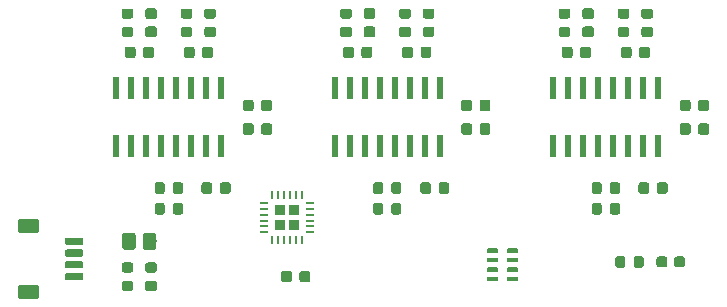
<source format=gtp>
G04 #@! TF.GenerationSoftware,KiCad,Pcbnew,(5.1.0-0)*
G04 #@! TF.CreationDate,2019-05-28T11:35:41+09:30*
G04 #@! TF.ProjectId,triax-loadwing,74726961-782d-46c6-9f61-6477696e672e,V1.0*
G04 #@! TF.SameCoordinates,Original*
G04 #@! TF.FileFunction,Paste,Top*
G04 #@! TF.FilePolarity,Positive*
%FSLAX46Y46*%
G04 Gerber Fmt 4.6, Leading zero omitted, Abs format (unit mm)*
G04 Created by KiCad (PCBNEW (5.1.0-0)) date 2019-05-28 11:35:41*
%MOMM*%
%LPD*%
G04 APERTURE LIST*
%ADD10C,0.100000*%
%ADD11C,0.400000*%
%ADD12C,1.200000*%
%ADD13C,0.600000*%
%ADD14C,1.160000*%
%ADD15R,0.960000X0.960000*%
%ADD16R,0.567000X0.567000*%
%ADD17R,0.260000X0.740000*%
%ADD18R,0.740000X0.260000*%
%ADD19R,0.600000X1.970000*%
%ADD20C,0.850000*%
%ADD21C,0.910000*%
%ADD22C,0.920000*%
G04 APERTURE END LIST*
D10*
G36*
X176259802Y-85900482D02*
G01*
X176269509Y-85901921D01*
X176279028Y-85904306D01*
X176288268Y-85907612D01*
X176297140Y-85911808D01*
X176305557Y-85916853D01*
X176313439Y-85922699D01*
X176320711Y-85929289D01*
X176327301Y-85936561D01*
X176333147Y-85944443D01*
X176338192Y-85952860D01*
X176342388Y-85961732D01*
X176345694Y-85970972D01*
X176348079Y-85980491D01*
X176349518Y-85990198D01*
X176350000Y-86000000D01*
X176350000Y-86200000D01*
X176349518Y-86209802D01*
X176348079Y-86219509D01*
X176345694Y-86229028D01*
X176342388Y-86238268D01*
X176338192Y-86247140D01*
X176333147Y-86255557D01*
X176327301Y-86263439D01*
X176320711Y-86270711D01*
X176313439Y-86277301D01*
X176305557Y-86283147D01*
X176297140Y-86288192D01*
X176288268Y-86292388D01*
X176279028Y-86295694D01*
X176269509Y-86298079D01*
X176259802Y-86299518D01*
X176250000Y-86300000D01*
X175550000Y-86300000D01*
X175540198Y-86299518D01*
X175530491Y-86298079D01*
X175520972Y-86295694D01*
X175511732Y-86292388D01*
X175502860Y-86288192D01*
X175494443Y-86283147D01*
X175486561Y-86277301D01*
X175479289Y-86270711D01*
X175472699Y-86263439D01*
X175466853Y-86255557D01*
X175461808Y-86247140D01*
X175457612Y-86238268D01*
X175454306Y-86229028D01*
X175451921Y-86219509D01*
X175450482Y-86209802D01*
X175450000Y-86200000D01*
X175450000Y-86000000D01*
X175450482Y-85990198D01*
X175451921Y-85980491D01*
X175454306Y-85970972D01*
X175457612Y-85961732D01*
X175461808Y-85952860D01*
X175466853Y-85944443D01*
X175472699Y-85936561D01*
X175479289Y-85929289D01*
X175486561Y-85922699D01*
X175494443Y-85916853D01*
X175502860Y-85911808D01*
X175511732Y-85907612D01*
X175520972Y-85904306D01*
X175530491Y-85901921D01*
X175540198Y-85900482D01*
X175550000Y-85900000D01*
X176250000Y-85900000D01*
X176259802Y-85900482D01*
X176259802Y-85900482D01*
G37*
D11*
X175900000Y-86100000D03*
D10*
G36*
X176259802Y-86700482D02*
G01*
X176269509Y-86701921D01*
X176279028Y-86704306D01*
X176288268Y-86707612D01*
X176297140Y-86711808D01*
X176305557Y-86716853D01*
X176313439Y-86722699D01*
X176320711Y-86729289D01*
X176327301Y-86736561D01*
X176333147Y-86744443D01*
X176338192Y-86752860D01*
X176342388Y-86761732D01*
X176345694Y-86770972D01*
X176348079Y-86780491D01*
X176349518Y-86790198D01*
X176350000Y-86800000D01*
X176350000Y-87000000D01*
X176349518Y-87009802D01*
X176348079Y-87019509D01*
X176345694Y-87029028D01*
X176342388Y-87038268D01*
X176338192Y-87047140D01*
X176333147Y-87055557D01*
X176327301Y-87063439D01*
X176320711Y-87070711D01*
X176313439Y-87077301D01*
X176305557Y-87083147D01*
X176297140Y-87088192D01*
X176288268Y-87092388D01*
X176279028Y-87095694D01*
X176269509Y-87098079D01*
X176259802Y-87099518D01*
X176250000Y-87100000D01*
X175550000Y-87100000D01*
X175540198Y-87099518D01*
X175530491Y-87098079D01*
X175520972Y-87095694D01*
X175511732Y-87092388D01*
X175502860Y-87088192D01*
X175494443Y-87083147D01*
X175486561Y-87077301D01*
X175479289Y-87070711D01*
X175472699Y-87063439D01*
X175466853Y-87055557D01*
X175461808Y-87047140D01*
X175457612Y-87038268D01*
X175454306Y-87029028D01*
X175451921Y-87019509D01*
X175450482Y-87009802D01*
X175450000Y-87000000D01*
X175450000Y-86800000D01*
X175450482Y-86790198D01*
X175451921Y-86780491D01*
X175454306Y-86770972D01*
X175457612Y-86761732D01*
X175461808Y-86752860D01*
X175466853Y-86744443D01*
X175472699Y-86736561D01*
X175479289Y-86729289D01*
X175486561Y-86722699D01*
X175494443Y-86716853D01*
X175502860Y-86711808D01*
X175511732Y-86707612D01*
X175520972Y-86704306D01*
X175530491Y-86701921D01*
X175540198Y-86700482D01*
X175550000Y-86700000D01*
X176250000Y-86700000D01*
X176259802Y-86700482D01*
X176259802Y-86700482D01*
G37*
D11*
X175900000Y-86900000D03*
D10*
G36*
X176259802Y-85100482D02*
G01*
X176269509Y-85101921D01*
X176279028Y-85104306D01*
X176288268Y-85107612D01*
X176297140Y-85111808D01*
X176305557Y-85116853D01*
X176313439Y-85122699D01*
X176320711Y-85129289D01*
X176327301Y-85136561D01*
X176333147Y-85144443D01*
X176338192Y-85152860D01*
X176342388Y-85161732D01*
X176345694Y-85170972D01*
X176348079Y-85180491D01*
X176349518Y-85190198D01*
X176350000Y-85200000D01*
X176350000Y-85400000D01*
X176349518Y-85409802D01*
X176348079Y-85419509D01*
X176345694Y-85429028D01*
X176342388Y-85438268D01*
X176338192Y-85447140D01*
X176333147Y-85455557D01*
X176327301Y-85463439D01*
X176320711Y-85470711D01*
X176313439Y-85477301D01*
X176305557Y-85483147D01*
X176297140Y-85488192D01*
X176288268Y-85492388D01*
X176279028Y-85495694D01*
X176269509Y-85498079D01*
X176259802Y-85499518D01*
X176250000Y-85500000D01*
X175550000Y-85500000D01*
X175540198Y-85499518D01*
X175530491Y-85498079D01*
X175520972Y-85495694D01*
X175511732Y-85492388D01*
X175502860Y-85488192D01*
X175494443Y-85483147D01*
X175486561Y-85477301D01*
X175479289Y-85470711D01*
X175472699Y-85463439D01*
X175466853Y-85455557D01*
X175461808Y-85447140D01*
X175457612Y-85438268D01*
X175454306Y-85429028D01*
X175451921Y-85419509D01*
X175450482Y-85409802D01*
X175450000Y-85400000D01*
X175450000Y-85200000D01*
X175450482Y-85190198D01*
X175451921Y-85180491D01*
X175454306Y-85170972D01*
X175457612Y-85161732D01*
X175461808Y-85152860D01*
X175466853Y-85144443D01*
X175472699Y-85136561D01*
X175479289Y-85129289D01*
X175486561Y-85122699D01*
X175494443Y-85116853D01*
X175502860Y-85111808D01*
X175511732Y-85107612D01*
X175520972Y-85104306D01*
X175530491Y-85101921D01*
X175540198Y-85100482D01*
X175550000Y-85100000D01*
X176250000Y-85100000D01*
X176259802Y-85100482D01*
X176259802Y-85100482D01*
G37*
D11*
X175900000Y-85300000D03*
D10*
G36*
X176259802Y-87500482D02*
G01*
X176269509Y-87501921D01*
X176279028Y-87504306D01*
X176288268Y-87507612D01*
X176297140Y-87511808D01*
X176305557Y-87516853D01*
X176313439Y-87522699D01*
X176320711Y-87529289D01*
X176327301Y-87536561D01*
X176333147Y-87544443D01*
X176338192Y-87552860D01*
X176342388Y-87561732D01*
X176345694Y-87570972D01*
X176348079Y-87580491D01*
X176349518Y-87590198D01*
X176350000Y-87600000D01*
X176350000Y-87800000D01*
X176349518Y-87809802D01*
X176348079Y-87819509D01*
X176345694Y-87829028D01*
X176342388Y-87838268D01*
X176338192Y-87847140D01*
X176333147Y-87855557D01*
X176327301Y-87863439D01*
X176320711Y-87870711D01*
X176313439Y-87877301D01*
X176305557Y-87883147D01*
X176297140Y-87888192D01*
X176288268Y-87892388D01*
X176279028Y-87895694D01*
X176269509Y-87898079D01*
X176259802Y-87899518D01*
X176250000Y-87900000D01*
X175550000Y-87900000D01*
X175540198Y-87899518D01*
X175530491Y-87898079D01*
X175520972Y-87895694D01*
X175511732Y-87892388D01*
X175502860Y-87888192D01*
X175494443Y-87883147D01*
X175486561Y-87877301D01*
X175479289Y-87870711D01*
X175472699Y-87863439D01*
X175466853Y-87855557D01*
X175461808Y-87847140D01*
X175457612Y-87838268D01*
X175454306Y-87829028D01*
X175451921Y-87819509D01*
X175450482Y-87809802D01*
X175450000Y-87800000D01*
X175450000Y-87600000D01*
X175450482Y-87590198D01*
X175451921Y-87580491D01*
X175454306Y-87570972D01*
X175457612Y-87561732D01*
X175461808Y-87552860D01*
X175466853Y-87544443D01*
X175472699Y-87536561D01*
X175479289Y-87529289D01*
X175486561Y-87522699D01*
X175494443Y-87516853D01*
X175502860Y-87511808D01*
X175511732Y-87507612D01*
X175520972Y-87504306D01*
X175530491Y-87501921D01*
X175540198Y-87500482D01*
X175550000Y-87500000D01*
X176250000Y-87500000D01*
X176259802Y-87500482D01*
X176259802Y-87500482D01*
G37*
D11*
X175900000Y-87700000D03*
D10*
G36*
X177959802Y-85100482D02*
G01*
X177969509Y-85101921D01*
X177979028Y-85104306D01*
X177988268Y-85107612D01*
X177997140Y-85111808D01*
X178005557Y-85116853D01*
X178013439Y-85122699D01*
X178020711Y-85129289D01*
X178027301Y-85136561D01*
X178033147Y-85144443D01*
X178038192Y-85152860D01*
X178042388Y-85161732D01*
X178045694Y-85170972D01*
X178048079Y-85180491D01*
X178049518Y-85190198D01*
X178050000Y-85200000D01*
X178050000Y-85400000D01*
X178049518Y-85409802D01*
X178048079Y-85419509D01*
X178045694Y-85429028D01*
X178042388Y-85438268D01*
X178038192Y-85447140D01*
X178033147Y-85455557D01*
X178027301Y-85463439D01*
X178020711Y-85470711D01*
X178013439Y-85477301D01*
X178005557Y-85483147D01*
X177997140Y-85488192D01*
X177988268Y-85492388D01*
X177979028Y-85495694D01*
X177969509Y-85498079D01*
X177959802Y-85499518D01*
X177950000Y-85500000D01*
X177250000Y-85500000D01*
X177240198Y-85499518D01*
X177230491Y-85498079D01*
X177220972Y-85495694D01*
X177211732Y-85492388D01*
X177202860Y-85488192D01*
X177194443Y-85483147D01*
X177186561Y-85477301D01*
X177179289Y-85470711D01*
X177172699Y-85463439D01*
X177166853Y-85455557D01*
X177161808Y-85447140D01*
X177157612Y-85438268D01*
X177154306Y-85429028D01*
X177151921Y-85419509D01*
X177150482Y-85409802D01*
X177150000Y-85400000D01*
X177150000Y-85200000D01*
X177150482Y-85190198D01*
X177151921Y-85180491D01*
X177154306Y-85170972D01*
X177157612Y-85161732D01*
X177161808Y-85152860D01*
X177166853Y-85144443D01*
X177172699Y-85136561D01*
X177179289Y-85129289D01*
X177186561Y-85122699D01*
X177194443Y-85116853D01*
X177202860Y-85111808D01*
X177211732Y-85107612D01*
X177220972Y-85104306D01*
X177230491Y-85101921D01*
X177240198Y-85100482D01*
X177250000Y-85100000D01*
X177950000Y-85100000D01*
X177959802Y-85100482D01*
X177959802Y-85100482D01*
G37*
D11*
X177600000Y-85300000D03*
D10*
G36*
X177959802Y-85900482D02*
G01*
X177969509Y-85901921D01*
X177979028Y-85904306D01*
X177988268Y-85907612D01*
X177997140Y-85911808D01*
X178005557Y-85916853D01*
X178013439Y-85922699D01*
X178020711Y-85929289D01*
X178027301Y-85936561D01*
X178033147Y-85944443D01*
X178038192Y-85952860D01*
X178042388Y-85961732D01*
X178045694Y-85970972D01*
X178048079Y-85980491D01*
X178049518Y-85990198D01*
X178050000Y-86000000D01*
X178050000Y-86200000D01*
X178049518Y-86209802D01*
X178048079Y-86219509D01*
X178045694Y-86229028D01*
X178042388Y-86238268D01*
X178038192Y-86247140D01*
X178033147Y-86255557D01*
X178027301Y-86263439D01*
X178020711Y-86270711D01*
X178013439Y-86277301D01*
X178005557Y-86283147D01*
X177997140Y-86288192D01*
X177988268Y-86292388D01*
X177979028Y-86295694D01*
X177969509Y-86298079D01*
X177959802Y-86299518D01*
X177950000Y-86300000D01*
X177250000Y-86300000D01*
X177240198Y-86299518D01*
X177230491Y-86298079D01*
X177220972Y-86295694D01*
X177211732Y-86292388D01*
X177202860Y-86288192D01*
X177194443Y-86283147D01*
X177186561Y-86277301D01*
X177179289Y-86270711D01*
X177172699Y-86263439D01*
X177166853Y-86255557D01*
X177161808Y-86247140D01*
X177157612Y-86238268D01*
X177154306Y-86229028D01*
X177151921Y-86219509D01*
X177150482Y-86209802D01*
X177150000Y-86200000D01*
X177150000Y-86000000D01*
X177150482Y-85990198D01*
X177151921Y-85980491D01*
X177154306Y-85970972D01*
X177157612Y-85961732D01*
X177161808Y-85952860D01*
X177166853Y-85944443D01*
X177172699Y-85936561D01*
X177179289Y-85929289D01*
X177186561Y-85922699D01*
X177194443Y-85916853D01*
X177202860Y-85911808D01*
X177211732Y-85907612D01*
X177220972Y-85904306D01*
X177230491Y-85901921D01*
X177240198Y-85900482D01*
X177250000Y-85900000D01*
X177950000Y-85900000D01*
X177959802Y-85900482D01*
X177959802Y-85900482D01*
G37*
D11*
X177600000Y-86100000D03*
D10*
G36*
X177959802Y-86700482D02*
G01*
X177969509Y-86701921D01*
X177979028Y-86704306D01*
X177988268Y-86707612D01*
X177997140Y-86711808D01*
X178005557Y-86716853D01*
X178013439Y-86722699D01*
X178020711Y-86729289D01*
X178027301Y-86736561D01*
X178033147Y-86744443D01*
X178038192Y-86752860D01*
X178042388Y-86761732D01*
X178045694Y-86770972D01*
X178048079Y-86780491D01*
X178049518Y-86790198D01*
X178050000Y-86800000D01*
X178050000Y-87000000D01*
X178049518Y-87009802D01*
X178048079Y-87019509D01*
X178045694Y-87029028D01*
X178042388Y-87038268D01*
X178038192Y-87047140D01*
X178033147Y-87055557D01*
X178027301Y-87063439D01*
X178020711Y-87070711D01*
X178013439Y-87077301D01*
X178005557Y-87083147D01*
X177997140Y-87088192D01*
X177988268Y-87092388D01*
X177979028Y-87095694D01*
X177969509Y-87098079D01*
X177959802Y-87099518D01*
X177950000Y-87100000D01*
X177250000Y-87100000D01*
X177240198Y-87099518D01*
X177230491Y-87098079D01*
X177220972Y-87095694D01*
X177211732Y-87092388D01*
X177202860Y-87088192D01*
X177194443Y-87083147D01*
X177186561Y-87077301D01*
X177179289Y-87070711D01*
X177172699Y-87063439D01*
X177166853Y-87055557D01*
X177161808Y-87047140D01*
X177157612Y-87038268D01*
X177154306Y-87029028D01*
X177151921Y-87019509D01*
X177150482Y-87009802D01*
X177150000Y-87000000D01*
X177150000Y-86800000D01*
X177150482Y-86790198D01*
X177151921Y-86780491D01*
X177154306Y-86770972D01*
X177157612Y-86761732D01*
X177161808Y-86752860D01*
X177166853Y-86744443D01*
X177172699Y-86736561D01*
X177179289Y-86729289D01*
X177186561Y-86722699D01*
X177194443Y-86716853D01*
X177202860Y-86711808D01*
X177211732Y-86707612D01*
X177220972Y-86704306D01*
X177230491Y-86701921D01*
X177240198Y-86700482D01*
X177250000Y-86700000D01*
X177950000Y-86700000D01*
X177959802Y-86700482D01*
X177959802Y-86700482D01*
G37*
D11*
X177600000Y-86900000D03*
D10*
G36*
X177959802Y-87500482D02*
G01*
X177969509Y-87501921D01*
X177979028Y-87504306D01*
X177988268Y-87507612D01*
X177997140Y-87511808D01*
X178005557Y-87516853D01*
X178013439Y-87522699D01*
X178020711Y-87529289D01*
X178027301Y-87536561D01*
X178033147Y-87544443D01*
X178038192Y-87552860D01*
X178042388Y-87561732D01*
X178045694Y-87570972D01*
X178048079Y-87580491D01*
X178049518Y-87590198D01*
X178050000Y-87600000D01*
X178050000Y-87800000D01*
X178049518Y-87809802D01*
X178048079Y-87819509D01*
X178045694Y-87829028D01*
X178042388Y-87838268D01*
X178038192Y-87847140D01*
X178033147Y-87855557D01*
X178027301Y-87863439D01*
X178020711Y-87870711D01*
X178013439Y-87877301D01*
X178005557Y-87883147D01*
X177997140Y-87888192D01*
X177988268Y-87892388D01*
X177979028Y-87895694D01*
X177969509Y-87898079D01*
X177959802Y-87899518D01*
X177950000Y-87900000D01*
X177250000Y-87900000D01*
X177240198Y-87899518D01*
X177230491Y-87898079D01*
X177220972Y-87895694D01*
X177211732Y-87892388D01*
X177202860Y-87888192D01*
X177194443Y-87883147D01*
X177186561Y-87877301D01*
X177179289Y-87870711D01*
X177172699Y-87863439D01*
X177166853Y-87855557D01*
X177161808Y-87847140D01*
X177157612Y-87838268D01*
X177154306Y-87829028D01*
X177151921Y-87819509D01*
X177150482Y-87809802D01*
X177150000Y-87800000D01*
X177150000Y-87600000D01*
X177150482Y-87590198D01*
X177151921Y-87580491D01*
X177154306Y-87570972D01*
X177157612Y-87561732D01*
X177161808Y-87552860D01*
X177166853Y-87544443D01*
X177172699Y-87536561D01*
X177179289Y-87529289D01*
X177186561Y-87522699D01*
X177194443Y-87516853D01*
X177202860Y-87511808D01*
X177211732Y-87507612D01*
X177220972Y-87504306D01*
X177230491Y-87501921D01*
X177240198Y-87500482D01*
X177250000Y-87500000D01*
X177950000Y-87500000D01*
X177959802Y-87500482D01*
X177959802Y-87500482D01*
G37*
D11*
X177600000Y-87700000D03*
D10*
G36*
X137299865Y-88201202D02*
G01*
X137324095Y-88204796D01*
X137347855Y-88210748D01*
X137370918Y-88219000D01*
X137393061Y-88229472D01*
X137414070Y-88242065D01*
X137433745Y-88256657D01*
X137451894Y-88273106D01*
X137468343Y-88291255D01*
X137482935Y-88310930D01*
X137495528Y-88331939D01*
X137506000Y-88354082D01*
X137514252Y-88377145D01*
X137520204Y-88400905D01*
X137523798Y-88425135D01*
X137525000Y-88449600D01*
X137525000Y-89150400D01*
X137523798Y-89174865D01*
X137520204Y-89199095D01*
X137514252Y-89222855D01*
X137506000Y-89245918D01*
X137495528Y-89268061D01*
X137482935Y-89289070D01*
X137468343Y-89308745D01*
X137451894Y-89326894D01*
X137433745Y-89343343D01*
X137414070Y-89357935D01*
X137393061Y-89370528D01*
X137370918Y-89381000D01*
X137347855Y-89389252D01*
X137324095Y-89395204D01*
X137299865Y-89398798D01*
X137275400Y-89400000D01*
X135974600Y-89400000D01*
X135950135Y-89398798D01*
X135925905Y-89395204D01*
X135902145Y-89389252D01*
X135879082Y-89381000D01*
X135856939Y-89370528D01*
X135835930Y-89357935D01*
X135816255Y-89343343D01*
X135798106Y-89326894D01*
X135781657Y-89308745D01*
X135767065Y-89289070D01*
X135754472Y-89268061D01*
X135744000Y-89245918D01*
X135735748Y-89222855D01*
X135729796Y-89199095D01*
X135726202Y-89174865D01*
X135725000Y-89150400D01*
X135725000Y-88449600D01*
X135726202Y-88425135D01*
X135729796Y-88400905D01*
X135735748Y-88377145D01*
X135744000Y-88354082D01*
X135754472Y-88331939D01*
X135767065Y-88310930D01*
X135781657Y-88291255D01*
X135798106Y-88273106D01*
X135816255Y-88256657D01*
X135835930Y-88242065D01*
X135856939Y-88229472D01*
X135879082Y-88219000D01*
X135902145Y-88210748D01*
X135925905Y-88204796D01*
X135950135Y-88201202D01*
X135974600Y-88200000D01*
X137275400Y-88200000D01*
X137299865Y-88201202D01*
X137299865Y-88201202D01*
G37*
D12*
X136625000Y-88800000D03*
D10*
G36*
X137299865Y-82601202D02*
G01*
X137324095Y-82604796D01*
X137347855Y-82610748D01*
X137370918Y-82619000D01*
X137393061Y-82629472D01*
X137414070Y-82642065D01*
X137433745Y-82656657D01*
X137451894Y-82673106D01*
X137468343Y-82691255D01*
X137482935Y-82710930D01*
X137495528Y-82731939D01*
X137506000Y-82754082D01*
X137514252Y-82777145D01*
X137520204Y-82800905D01*
X137523798Y-82825135D01*
X137525000Y-82849600D01*
X137525000Y-83550400D01*
X137523798Y-83574865D01*
X137520204Y-83599095D01*
X137514252Y-83622855D01*
X137506000Y-83645918D01*
X137495528Y-83668061D01*
X137482935Y-83689070D01*
X137468343Y-83708745D01*
X137451894Y-83726894D01*
X137433745Y-83743343D01*
X137414070Y-83757935D01*
X137393061Y-83770528D01*
X137370918Y-83781000D01*
X137347855Y-83789252D01*
X137324095Y-83795204D01*
X137299865Y-83798798D01*
X137275400Y-83800000D01*
X135974600Y-83800000D01*
X135950135Y-83798798D01*
X135925905Y-83795204D01*
X135902145Y-83789252D01*
X135879082Y-83781000D01*
X135856939Y-83770528D01*
X135835930Y-83757935D01*
X135816255Y-83743343D01*
X135798106Y-83726894D01*
X135781657Y-83708745D01*
X135767065Y-83689070D01*
X135754472Y-83668061D01*
X135744000Y-83645918D01*
X135735748Y-83622855D01*
X135729796Y-83599095D01*
X135726202Y-83574865D01*
X135725000Y-83550400D01*
X135725000Y-82849600D01*
X135726202Y-82825135D01*
X135729796Y-82800905D01*
X135735748Y-82777145D01*
X135744000Y-82754082D01*
X135754472Y-82731939D01*
X135767065Y-82710930D01*
X135781657Y-82691255D01*
X135798106Y-82673106D01*
X135816255Y-82656657D01*
X135835930Y-82642065D01*
X135856939Y-82629472D01*
X135879082Y-82619000D01*
X135902145Y-82610748D01*
X135925905Y-82604796D01*
X135950135Y-82601202D01*
X135974600Y-82600000D01*
X137275400Y-82600000D01*
X137299865Y-82601202D01*
X137299865Y-82601202D01*
G37*
D12*
X136625000Y-83200000D03*
D10*
G36*
X141139703Y-87200722D02*
G01*
X141154264Y-87202882D01*
X141168543Y-87206459D01*
X141182403Y-87211418D01*
X141195710Y-87217712D01*
X141208336Y-87225280D01*
X141220159Y-87234048D01*
X141231066Y-87243934D01*
X141240952Y-87254841D01*
X141249720Y-87266664D01*
X141257288Y-87279290D01*
X141263582Y-87292597D01*
X141268541Y-87306457D01*
X141272118Y-87320736D01*
X141274278Y-87335297D01*
X141275000Y-87350000D01*
X141275000Y-87650000D01*
X141274278Y-87664703D01*
X141272118Y-87679264D01*
X141268541Y-87693543D01*
X141263582Y-87707403D01*
X141257288Y-87720710D01*
X141249720Y-87733336D01*
X141240952Y-87745159D01*
X141231066Y-87756066D01*
X141220159Y-87765952D01*
X141208336Y-87774720D01*
X141195710Y-87782288D01*
X141182403Y-87788582D01*
X141168543Y-87793541D01*
X141154264Y-87797118D01*
X141139703Y-87799278D01*
X141125000Y-87800000D01*
X139875000Y-87800000D01*
X139860297Y-87799278D01*
X139845736Y-87797118D01*
X139831457Y-87793541D01*
X139817597Y-87788582D01*
X139804290Y-87782288D01*
X139791664Y-87774720D01*
X139779841Y-87765952D01*
X139768934Y-87756066D01*
X139759048Y-87745159D01*
X139750280Y-87733336D01*
X139742712Y-87720710D01*
X139736418Y-87707403D01*
X139731459Y-87693543D01*
X139727882Y-87679264D01*
X139725722Y-87664703D01*
X139725000Y-87650000D01*
X139725000Y-87350000D01*
X139725722Y-87335297D01*
X139727882Y-87320736D01*
X139731459Y-87306457D01*
X139736418Y-87292597D01*
X139742712Y-87279290D01*
X139750280Y-87266664D01*
X139759048Y-87254841D01*
X139768934Y-87243934D01*
X139779841Y-87234048D01*
X139791664Y-87225280D01*
X139804290Y-87217712D01*
X139817597Y-87211418D01*
X139831457Y-87206459D01*
X139845736Y-87202882D01*
X139860297Y-87200722D01*
X139875000Y-87200000D01*
X141125000Y-87200000D01*
X141139703Y-87200722D01*
X141139703Y-87200722D01*
G37*
D13*
X140500000Y-87500000D03*
D10*
G36*
X141139703Y-86200722D02*
G01*
X141154264Y-86202882D01*
X141168543Y-86206459D01*
X141182403Y-86211418D01*
X141195710Y-86217712D01*
X141208336Y-86225280D01*
X141220159Y-86234048D01*
X141231066Y-86243934D01*
X141240952Y-86254841D01*
X141249720Y-86266664D01*
X141257288Y-86279290D01*
X141263582Y-86292597D01*
X141268541Y-86306457D01*
X141272118Y-86320736D01*
X141274278Y-86335297D01*
X141275000Y-86350000D01*
X141275000Y-86650000D01*
X141274278Y-86664703D01*
X141272118Y-86679264D01*
X141268541Y-86693543D01*
X141263582Y-86707403D01*
X141257288Y-86720710D01*
X141249720Y-86733336D01*
X141240952Y-86745159D01*
X141231066Y-86756066D01*
X141220159Y-86765952D01*
X141208336Y-86774720D01*
X141195710Y-86782288D01*
X141182403Y-86788582D01*
X141168543Y-86793541D01*
X141154264Y-86797118D01*
X141139703Y-86799278D01*
X141125000Y-86800000D01*
X139875000Y-86800000D01*
X139860297Y-86799278D01*
X139845736Y-86797118D01*
X139831457Y-86793541D01*
X139817597Y-86788582D01*
X139804290Y-86782288D01*
X139791664Y-86774720D01*
X139779841Y-86765952D01*
X139768934Y-86756066D01*
X139759048Y-86745159D01*
X139750280Y-86733336D01*
X139742712Y-86720710D01*
X139736418Y-86707403D01*
X139731459Y-86693543D01*
X139727882Y-86679264D01*
X139725722Y-86664703D01*
X139725000Y-86650000D01*
X139725000Y-86350000D01*
X139725722Y-86335297D01*
X139727882Y-86320736D01*
X139731459Y-86306457D01*
X139736418Y-86292597D01*
X139742712Y-86279290D01*
X139750280Y-86266664D01*
X139759048Y-86254841D01*
X139768934Y-86243934D01*
X139779841Y-86234048D01*
X139791664Y-86225280D01*
X139804290Y-86217712D01*
X139817597Y-86211418D01*
X139831457Y-86206459D01*
X139845736Y-86202882D01*
X139860297Y-86200722D01*
X139875000Y-86200000D01*
X141125000Y-86200000D01*
X141139703Y-86200722D01*
X141139703Y-86200722D01*
G37*
D13*
X140500000Y-86500000D03*
D10*
G36*
X141139703Y-85200722D02*
G01*
X141154264Y-85202882D01*
X141168543Y-85206459D01*
X141182403Y-85211418D01*
X141195710Y-85217712D01*
X141208336Y-85225280D01*
X141220159Y-85234048D01*
X141231066Y-85243934D01*
X141240952Y-85254841D01*
X141249720Y-85266664D01*
X141257288Y-85279290D01*
X141263582Y-85292597D01*
X141268541Y-85306457D01*
X141272118Y-85320736D01*
X141274278Y-85335297D01*
X141275000Y-85350000D01*
X141275000Y-85650000D01*
X141274278Y-85664703D01*
X141272118Y-85679264D01*
X141268541Y-85693543D01*
X141263582Y-85707403D01*
X141257288Y-85720710D01*
X141249720Y-85733336D01*
X141240952Y-85745159D01*
X141231066Y-85756066D01*
X141220159Y-85765952D01*
X141208336Y-85774720D01*
X141195710Y-85782288D01*
X141182403Y-85788582D01*
X141168543Y-85793541D01*
X141154264Y-85797118D01*
X141139703Y-85799278D01*
X141125000Y-85800000D01*
X139875000Y-85800000D01*
X139860297Y-85799278D01*
X139845736Y-85797118D01*
X139831457Y-85793541D01*
X139817597Y-85788582D01*
X139804290Y-85782288D01*
X139791664Y-85774720D01*
X139779841Y-85765952D01*
X139768934Y-85756066D01*
X139759048Y-85745159D01*
X139750280Y-85733336D01*
X139742712Y-85720710D01*
X139736418Y-85707403D01*
X139731459Y-85693543D01*
X139727882Y-85679264D01*
X139725722Y-85664703D01*
X139725000Y-85650000D01*
X139725000Y-85350000D01*
X139725722Y-85335297D01*
X139727882Y-85320736D01*
X139731459Y-85306457D01*
X139736418Y-85292597D01*
X139742712Y-85279290D01*
X139750280Y-85266664D01*
X139759048Y-85254841D01*
X139768934Y-85243934D01*
X139779841Y-85234048D01*
X139791664Y-85225280D01*
X139804290Y-85217712D01*
X139817597Y-85211418D01*
X139831457Y-85206459D01*
X139845736Y-85202882D01*
X139860297Y-85200722D01*
X139875000Y-85200000D01*
X141125000Y-85200000D01*
X141139703Y-85200722D01*
X141139703Y-85200722D01*
G37*
D13*
X140500000Y-85500000D03*
D10*
G36*
X141139703Y-84200722D02*
G01*
X141154264Y-84202882D01*
X141168543Y-84206459D01*
X141182403Y-84211418D01*
X141195710Y-84217712D01*
X141208336Y-84225280D01*
X141220159Y-84234048D01*
X141231066Y-84243934D01*
X141240952Y-84254841D01*
X141249720Y-84266664D01*
X141257288Y-84279290D01*
X141263582Y-84292597D01*
X141268541Y-84306457D01*
X141272118Y-84320736D01*
X141274278Y-84335297D01*
X141275000Y-84350000D01*
X141275000Y-84650000D01*
X141274278Y-84664703D01*
X141272118Y-84679264D01*
X141268541Y-84693543D01*
X141263582Y-84707403D01*
X141257288Y-84720710D01*
X141249720Y-84733336D01*
X141240952Y-84745159D01*
X141231066Y-84756066D01*
X141220159Y-84765952D01*
X141208336Y-84774720D01*
X141195710Y-84782288D01*
X141182403Y-84788582D01*
X141168543Y-84793541D01*
X141154264Y-84797118D01*
X141139703Y-84799278D01*
X141125000Y-84800000D01*
X139875000Y-84800000D01*
X139860297Y-84799278D01*
X139845736Y-84797118D01*
X139831457Y-84793541D01*
X139817597Y-84788582D01*
X139804290Y-84782288D01*
X139791664Y-84774720D01*
X139779841Y-84765952D01*
X139768934Y-84756066D01*
X139759048Y-84745159D01*
X139750280Y-84733336D01*
X139742712Y-84720710D01*
X139736418Y-84707403D01*
X139731459Y-84693543D01*
X139727882Y-84679264D01*
X139725722Y-84664703D01*
X139725000Y-84650000D01*
X139725000Y-84350000D01*
X139725722Y-84335297D01*
X139727882Y-84320736D01*
X139731459Y-84306457D01*
X139736418Y-84292597D01*
X139742712Y-84279290D01*
X139750280Y-84266664D01*
X139759048Y-84254841D01*
X139768934Y-84243934D01*
X139779841Y-84234048D01*
X139791664Y-84225280D01*
X139804290Y-84217712D01*
X139817597Y-84211418D01*
X139831457Y-84206459D01*
X139845736Y-84202882D01*
X139860297Y-84200722D01*
X139875000Y-84200000D01*
X141125000Y-84200000D01*
X141139703Y-84200722D01*
X141139703Y-84200722D01*
G37*
D13*
X140500000Y-84500000D03*
D10*
G36*
X145443425Y-83766396D02*
G01*
X145471576Y-83770572D01*
X145499183Y-83777487D01*
X145525978Y-83787075D01*
X145551705Y-83799243D01*
X145576115Y-83813874D01*
X145598974Y-83830827D01*
X145620061Y-83849939D01*
X145639173Y-83871026D01*
X145656126Y-83893885D01*
X145670757Y-83918295D01*
X145682925Y-83944022D01*
X145692513Y-83970817D01*
X145699428Y-83998424D01*
X145703604Y-84026575D01*
X145705000Y-84055000D01*
X145705000Y-84945000D01*
X145703604Y-84973425D01*
X145699428Y-85001576D01*
X145692513Y-85029183D01*
X145682925Y-85055978D01*
X145670757Y-85081705D01*
X145656126Y-85106115D01*
X145639173Y-85128974D01*
X145620061Y-85150061D01*
X145598974Y-85169173D01*
X145576115Y-85186126D01*
X145551705Y-85200757D01*
X145525978Y-85212925D01*
X145499183Y-85222513D01*
X145471576Y-85229428D01*
X145443425Y-85233604D01*
X145415000Y-85235000D01*
X144835000Y-85235000D01*
X144806575Y-85233604D01*
X144778424Y-85229428D01*
X144750817Y-85222513D01*
X144724022Y-85212925D01*
X144698295Y-85200757D01*
X144673885Y-85186126D01*
X144651026Y-85169173D01*
X144629939Y-85150061D01*
X144610827Y-85128974D01*
X144593874Y-85106115D01*
X144579243Y-85081705D01*
X144567075Y-85055978D01*
X144557487Y-85029183D01*
X144550572Y-85001576D01*
X144546396Y-84973425D01*
X144545000Y-84945000D01*
X144545000Y-84055000D01*
X144546396Y-84026575D01*
X144550572Y-83998424D01*
X144557487Y-83970817D01*
X144567075Y-83944022D01*
X144579243Y-83918295D01*
X144593874Y-83893885D01*
X144610827Y-83871026D01*
X144629939Y-83849939D01*
X144651026Y-83830827D01*
X144673885Y-83813874D01*
X144698295Y-83799243D01*
X144724022Y-83787075D01*
X144750817Y-83777487D01*
X144778424Y-83770572D01*
X144806575Y-83766396D01*
X144835000Y-83765000D01*
X145415000Y-83765000D01*
X145443425Y-83766396D01*
X145443425Y-83766396D01*
G37*
D14*
X145125000Y-84500000D03*
D10*
G36*
X147193425Y-83766396D02*
G01*
X147221576Y-83770572D01*
X147249183Y-83777487D01*
X147275978Y-83787075D01*
X147301705Y-83799243D01*
X147326115Y-83813874D01*
X147348974Y-83830827D01*
X147370061Y-83849939D01*
X147389173Y-83871026D01*
X147406126Y-83893885D01*
X147420757Y-83918295D01*
X147432925Y-83944022D01*
X147442513Y-83970817D01*
X147449428Y-83998424D01*
X147453604Y-84026575D01*
X147455000Y-84055000D01*
X147455000Y-84945000D01*
X147453604Y-84973425D01*
X147449428Y-85001576D01*
X147442513Y-85029183D01*
X147432925Y-85055978D01*
X147420757Y-85081705D01*
X147406126Y-85106115D01*
X147389173Y-85128974D01*
X147370061Y-85150061D01*
X147348974Y-85169173D01*
X147326115Y-85186126D01*
X147301705Y-85200757D01*
X147275978Y-85212925D01*
X147249183Y-85222513D01*
X147221576Y-85229428D01*
X147193425Y-85233604D01*
X147165000Y-85235000D01*
X146585000Y-85235000D01*
X146556575Y-85233604D01*
X146528424Y-85229428D01*
X146500817Y-85222513D01*
X146474022Y-85212925D01*
X146448295Y-85200757D01*
X146423885Y-85186126D01*
X146401026Y-85169173D01*
X146379939Y-85150061D01*
X146360827Y-85128974D01*
X146343874Y-85106115D01*
X146329243Y-85081705D01*
X146317075Y-85055978D01*
X146307487Y-85029183D01*
X146300572Y-85001576D01*
X146296396Y-84973425D01*
X146295000Y-84945000D01*
X146295000Y-84055000D01*
X146296396Y-84026575D01*
X146300572Y-83998424D01*
X146307487Y-83970817D01*
X146317075Y-83944022D01*
X146329243Y-83918295D01*
X146343874Y-83893885D01*
X146360827Y-83871026D01*
X146379939Y-83849939D01*
X146401026Y-83830827D01*
X146423885Y-83813874D01*
X146448295Y-83799243D01*
X146474022Y-83787075D01*
X146500817Y-83777487D01*
X146528424Y-83770572D01*
X146556575Y-83766396D01*
X146585000Y-83765000D01*
X147165000Y-83765000D01*
X147193425Y-83766396D01*
X147193425Y-83766396D01*
G37*
D14*
X146875000Y-84500000D03*
D15*
X157890000Y-83110000D03*
X159110000Y-83110000D03*
X157890000Y-81890000D03*
X159110000Y-81890000D03*
D16*
X157890000Y-83110000D03*
X159110000Y-83110000D03*
X157890000Y-81890000D03*
X159110000Y-81890000D03*
D17*
X159750000Y-84420000D03*
X159250000Y-84420000D03*
X158750000Y-84420000D03*
X158250000Y-84420000D03*
X157750000Y-84420000D03*
X157250000Y-84420000D03*
D18*
X156580000Y-83750000D03*
X156580000Y-83250000D03*
X156580000Y-82750000D03*
X156580000Y-82250000D03*
X156580000Y-81750000D03*
X156580000Y-81250000D03*
D17*
X157250000Y-80580000D03*
X157750000Y-80580000D03*
X158250000Y-80580000D03*
X158750000Y-80580000D03*
X159250000Y-80580000D03*
X159750000Y-80580000D03*
D18*
X160420000Y-81250000D03*
X160420000Y-81750000D03*
X160420000Y-82250000D03*
X160420000Y-82750000D03*
X160420000Y-83250000D03*
X160420000Y-83750000D03*
D19*
X152945000Y-76475000D03*
X151675000Y-76475000D03*
X150405000Y-76475000D03*
X149135000Y-76475000D03*
X147865000Y-76475000D03*
X146595000Y-76475000D03*
X145325000Y-76475000D03*
X144055000Y-76475000D03*
X144055000Y-71525000D03*
X145325000Y-71525000D03*
X146595000Y-71525000D03*
X147865000Y-71525000D03*
X149135000Y-71525000D03*
X150405000Y-71525000D03*
X151675000Y-71525000D03*
X152945000Y-71525000D03*
X171445000Y-76475000D03*
X170175000Y-76475000D03*
X168905000Y-76475000D03*
X167635000Y-76475000D03*
X166365000Y-76475000D03*
X165095000Y-76475000D03*
X163825000Y-76475000D03*
X162555000Y-76475000D03*
X162555000Y-71525000D03*
X163825000Y-71525000D03*
X165095000Y-71525000D03*
X166365000Y-71525000D03*
X167635000Y-71525000D03*
X168905000Y-71525000D03*
X170175000Y-71525000D03*
X171445000Y-71525000D03*
X189945000Y-76475000D03*
X188675000Y-76475000D03*
X187405000Y-76475000D03*
X186135000Y-76475000D03*
X184865000Y-76475000D03*
X183595000Y-76475000D03*
X182325000Y-76475000D03*
X181055000Y-76475000D03*
X181055000Y-71525000D03*
X182325000Y-71525000D03*
X183595000Y-71525000D03*
X184865000Y-71525000D03*
X186135000Y-71525000D03*
X187405000Y-71525000D03*
X188675000Y-71525000D03*
X189945000Y-71525000D03*
D10*
G36*
X188508329Y-85761023D02*
G01*
X188528957Y-85764083D01*
X188549185Y-85769150D01*
X188568820Y-85776176D01*
X188587672Y-85785092D01*
X188605559Y-85795813D01*
X188622309Y-85808235D01*
X188637760Y-85822240D01*
X188651765Y-85837691D01*
X188664187Y-85854441D01*
X188674908Y-85872328D01*
X188683824Y-85891180D01*
X188690850Y-85910815D01*
X188695917Y-85931043D01*
X188698977Y-85951671D01*
X188700000Y-85972500D01*
X188700000Y-86527500D01*
X188698977Y-86548329D01*
X188695917Y-86568957D01*
X188690850Y-86589185D01*
X188683824Y-86608820D01*
X188674908Y-86627672D01*
X188664187Y-86645559D01*
X188651765Y-86662309D01*
X188637760Y-86677760D01*
X188622309Y-86691765D01*
X188605559Y-86704187D01*
X188587672Y-86714908D01*
X188568820Y-86723824D01*
X188549185Y-86730850D01*
X188528957Y-86735917D01*
X188508329Y-86738977D01*
X188487500Y-86740000D01*
X188062500Y-86740000D01*
X188041671Y-86738977D01*
X188021043Y-86735917D01*
X188000815Y-86730850D01*
X187981180Y-86723824D01*
X187962328Y-86714908D01*
X187944441Y-86704187D01*
X187927691Y-86691765D01*
X187912240Y-86677760D01*
X187898235Y-86662309D01*
X187885813Y-86645559D01*
X187875092Y-86627672D01*
X187866176Y-86608820D01*
X187859150Y-86589185D01*
X187854083Y-86568957D01*
X187851023Y-86548329D01*
X187850000Y-86527500D01*
X187850000Y-85972500D01*
X187851023Y-85951671D01*
X187854083Y-85931043D01*
X187859150Y-85910815D01*
X187866176Y-85891180D01*
X187875092Y-85872328D01*
X187885813Y-85854441D01*
X187898235Y-85837691D01*
X187912240Y-85822240D01*
X187927691Y-85808235D01*
X187944441Y-85795813D01*
X187962328Y-85785092D01*
X187981180Y-85776176D01*
X188000815Y-85769150D01*
X188021043Y-85764083D01*
X188041671Y-85761023D01*
X188062500Y-85760000D01*
X188487500Y-85760000D01*
X188508329Y-85761023D01*
X188508329Y-85761023D01*
G37*
D20*
X188275000Y-86250000D03*
D10*
G36*
X186958329Y-85761023D02*
G01*
X186978957Y-85764083D01*
X186999185Y-85769150D01*
X187018820Y-85776176D01*
X187037672Y-85785092D01*
X187055559Y-85795813D01*
X187072309Y-85808235D01*
X187087760Y-85822240D01*
X187101765Y-85837691D01*
X187114187Y-85854441D01*
X187124908Y-85872328D01*
X187133824Y-85891180D01*
X187140850Y-85910815D01*
X187145917Y-85931043D01*
X187148977Y-85951671D01*
X187150000Y-85972500D01*
X187150000Y-86527500D01*
X187148977Y-86548329D01*
X187145917Y-86568957D01*
X187140850Y-86589185D01*
X187133824Y-86608820D01*
X187124908Y-86627672D01*
X187114187Y-86645559D01*
X187101765Y-86662309D01*
X187087760Y-86677760D01*
X187072309Y-86691765D01*
X187055559Y-86704187D01*
X187037672Y-86714908D01*
X187018820Y-86723824D01*
X186999185Y-86730850D01*
X186978957Y-86735917D01*
X186958329Y-86738977D01*
X186937500Y-86740000D01*
X186512500Y-86740000D01*
X186491671Y-86738977D01*
X186471043Y-86735917D01*
X186450815Y-86730850D01*
X186431180Y-86723824D01*
X186412328Y-86714908D01*
X186394441Y-86704187D01*
X186377691Y-86691765D01*
X186362240Y-86677760D01*
X186348235Y-86662309D01*
X186335813Y-86645559D01*
X186325092Y-86627672D01*
X186316176Y-86608820D01*
X186309150Y-86589185D01*
X186304083Y-86568957D01*
X186301023Y-86548329D01*
X186300000Y-86527500D01*
X186300000Y-85972500D01*
X186301023Y-85951671D01*
X186304083Y-85931043D01*
X186309150Y-85910815D01*
X186316176Y-85891180D01*
X186325092Y-85872328D01*
X186335813Y-85854441D01*
X186348235Y-85837691D01*
X186362240Y-85822240D01*
X186377691Y-85808235D01*
X186394441Y-85795813D01*
X186412328Y-85785092D01*
X186431180Y-85776176D01*
X186450815Y-85769150D01*
X186471043Y-85764083D01*
X186491671Y-85761023D01*
X186512500Y-85760000D01*
X186937500Y-85760000D01*
X186958329Y-85761023D01*
X186958329Y-85761023D01*
G37*
D20*
X186725000Y-86250000D03*
D10*
G36*
X145298329Y-86301023D02*
G01*
X145318957Y-86304083D01*
X145339185Y-86309150D01*
X145358820Y-86316176D01*
X145377672Y-86325092D01*
X145395559Y-86335813D01*
X145412309Y-86348235D01*
X145427760Y-86362240D01*
X145441765Y-86377691D01*
X145454187Y-86394441D01*
X145464908Y-86412328D01*
X145473824Y-86431180D01*
X145480850Y-86450815D01*
X145485917Y-86471043D01*
X145488977Y-86491671D01*
X145490000Y-86512500D01*
X145490000Y-86937500D01*
X145488977Y-86958329D01*
X145485917Y-86978957D01*
X145480850Y-86999185D01*
X145473824Y-87018820D01*
X145464908Y-87037672D01*
X145454187Y-87055559D01*
X145441765Y-87072309D01*
X145427760Y-87087760D01*
X145412309Y-87101765D01*
X145395559Y-87114187D01*
X145377672Y-87124908D01*
X145358820Y-87133824D01*
X145339185Y-87140850D01*
X145318957Y-87145917D01*
X145298329Y-87148977D01*
X145277500Y-87150000D01*
X144722500Y-87150000D01*
X144701671Y-87148977D01*
X144681043Y-87145917D01*
X144660815Y-87140850D01*
X144641180Y-87133824D01*
X144622328Y-87124908D01*
X144604441Y-87114187D01*
X144587691Y-87101765D01*
X144572240Y-87087760D01*
X144558235Y-87072309D01*
X144545813Y-87055559D01*
X144535092Y-87037672D01*
X144526176Y-87018820D01*
X144519150Y-86999185D01*
X144514083Y-86978957D01*
X144511023Y-86958329D01*
X144510000Y-86937500D01*
X144510000Y-86512500D01*
X144511023Y-86491671D01*
X144514083Y-86471043D01*
X144519150Y-86450815D01*
X144526176Y-86431180D01*
X144535092Y-86412328D01*
X144545813Y-86394441D01*
X144558235Y-86377691D01*
X144572240Y-86362240D01*
X144587691Y-86348235D01*
X144604441Y-86335813D01*
X144622328Y-86325092D01*
X144641180Y-86316176D01*
X144660815Y-86309150D01*
X144681043Y-86304083D01*
X144701671Y-86301023D01*
X144722500Y-86300000D01*
X145277500Y-86300000D01*
X145298329Y-86301023D01*
X145298329Y-86301023D01*
G37*
D20*
X145000000Y-86725000D03*
D10*
G36*
X145298329Y-87851023D02*
G01*
X145318957Y-87854083D01*
X145339185Y-87859150D01*
X145358820Y-87866176D01*
X145377672Y-87875092D01*
X145395559Y-87885813D01*
X145412309Y-87898235D01*
X145427760Y-87912240D01*
X145441765Y-87927691D01*
X145454187Y-87944441D01*
X145464908Y-87962328D01*
X145473824Y-87981180D01*
X145480850Y-88000815D01*
X145485917Y-88021043D01*
X145488977Y-88041671D01*
X145490000Y-88062500D01*
X145490000Y-88487500D01*
X145488977Y-88508329D01*
X145485917Y-88528957D01*
X145480850Y-88549185D01*
X145473824Y-88568820D01*
X145464908Y-88587672D01*
X145454187Y-88605559D01*
X145441765Y-88622309D01*
X145427760Y-88637760D01*
X145412309Y-88651765D01*
X145395559Y-88664187D01*
X145377672Y-88674908D01*
X145358820Y-88683824D01*
X145339185Y-88690850D01*
X145318957Y-88695917D01*
X145298329Y-88698977D01*
X145277500Y-88700000D01*
X144722500Y-88700000D01*
X144701671Y-88698977D01*
X144681043Y-88695917D01*
X144660815Y-88690850D01*
X144641180Y-88683824D01*
X144622328Y-88674908D01*
X144604441Y-88664187D01*
X144587691Y-88651765D01*
X144572240Y-88637760D01*
X144558235Y-88622309D01*
X144545813Y-88605559D01*
X144535092Y-88587672D01*
X144526176Y-88568820D01*
X144519150Y-88549185D01*
X144514083Y-88528957D01*
X144511023Y-88508329D01*
X144510000Y-88487500D01*
X144510000Y-88062500D01*
X144511023Y-88041671D01*
X144514083Y-88021043D01*
X144519150Y-88000815D01*
X144526176Y-87981180D01*
X144535092Y-87962328D01*
X144545813Y-87944441D01*
X144558235Y-87927691D01*
X144572240Y-87912240D01*
X144587691Y-87898235D01*
X144604441Y-87885813D01*
X144622328Y-87875092D01*
X144641180Y-87866176D01*
X144660815Y-87859150D01*
X144681043Y-87854083D01*
X144701671Y-87851023D01*
X144722500Y-87850000D01*
X145277500Y-87850000D01*
X145298329Y-87851023D01*
X145298329Y-87851023D01*
G37*
D20*
X145000000Y-88275000D03*
D10*
G36*
X147298329Y-87851023D02*
G01*
X147318957Y-87854083D01*
X147339185Y-87859150D01*
X147358820Y-87866176D01*
X147377672Y-87875092D01*
X147395559Y-87885813D01*
X147412309Y-87898235D01*
X147427760Y-87912240D01*
X147441765Y-87927691D01*
X147454187Y-87944441D01*
X147464908Y-87962328D01*
X147473824Y-87981180D01*
X147480850Y-88000815D01*
X147485917Y-88021043D01*
X147488977Y-88041671D01*
X147490000Y-88062500D01*
X147490000Y-88487500D01*
X147488977Y-88508329D01*
X147485917Y-88528957D01*
X147480850Y-88549185D01*
X147473824Y-88568820D01*
X147464908Y-88587672D01*
X147454187Y-88605559D01*
X147441765Y-88622309D01*
X147427760Y-88637760D01*
X147412309Y-88651765D01*
X147395559Y-88664187D01*
X147377672Y-88674908D01*
X147358820Y-88683824D01*
X147339185Y-88690850D01*
X147318957Y-88695917D01*
X147298329Y-88698977D01*
X147277500Y-88700000D01*
X146722500Y-88700000D01*
X146701671Y-88698977D01*
X146681043Y-88695917D01*
X146660815Y-88690850D01*
X146641180Y-88683824D01*
X146622328Y-88674908D01*
X146604441Y-88664187D01*
X146587691Y-88651765D01*
X146572240Y-88637760D01*
X146558235Y-88622309D01*
X146545813Y-88605559D01*
X146535092Y-88587672D01*
X146526176Y-88568820D01*
X146519150Y-88549185D01*
X146514083Y-88528957D01*
X146511023Y-88508329D01*
X146510000Y-88487500D01*
X146510000Y-88062500D01*
X146511023Y-88041671D01*
X146514083Y-88021043D01*
X146519150Y-88000815D01*
X146526176Y-87981180D01*
X146535092Y-87962328D01*
X146545813Y-87944441D01*
X146558235Y-87927691D01*
X146572240Y-87912240D01*
X146587691Y-87898235D01*
X146604441Y-87885813D01*
X146622328Y-87875092D01*
X146641180Y-87866176D01*
X146660815Y-87859150D01*
X146681043Y-87854083D01*
X146701671Y-87851023D01*
X146722500Y-87850000D01*
X147277500Y-87850000D01*
X147298329Y-87851023D01*
X147298329Y-87851023D01*
G37*
D20*
X147000000Y-88275000D03*
D10*
G36*
X147298329Y-86301023D02*
G01*
X147318957Y-86304083D01*
X147339185Y-86309150D01*
X147358820Y-86316176D01*
X147377672Y-86325092D01*
X147395559Y-86335813D01*
X147412309Y-86348235D01*
X147427760Y-86362240D01*
X147441765Y-86377691D01*
X147454187Y-86394441D01*
X147464908Y-86412328D01*
X147473824Y-86431180D01*
X147480850Y-86450815D01*
X147485917Y-86471043D01*
X147488977Y-86491671D01*
X147490000Y-86512500D01*
X147490000Y-86937500D01*
X147488977Y-86958329D01*
X147485917Y-86978957D01*
X147480850Y-86999185D01*
X147473824Y-87018820D01*
X147464908Y-87037672D01*
X147454187Y-87055559D01*
X147441765Y-87072309D01*
X147427760Y-87087760D01*
X147412309Y-87101765D01*
X147395559Y-87114187D01*
X147377672Y-87124908D01*
X147358820Y-87133824D01*
X147339185Y-87140850D01*
X147318957Y-87145917D01*
X147298329Y-87148977D01*
X147277500Y-87150000D01*
X146722500Y-87150000D01*
X146701671Y-87148977D01*
X146681043Y-87145917D01*
X146660815Y-87140850D01*
X146641180Y-87133824D01*
X146622328Y-87124908D01*
X146604441Y-87114187D01*
X146587691Y-87101765D01*
X146572240Y-87087760D01*
X146558235Y-87072309D01*
X146545813Y-87055559D01*
X146535092Y-87037672D01*
X146526176Y-87018820D01*
X146519150Y-86999185D01*
X146514083Y-86978957D01*
X146511023Y-86958329D01*
X146510000Y-86937500D01*
X146510000Y-86512500D01*
X146511023Y-86491671D01*
X146514083Y-86471043D01*
X146519150Y-86450815D01*
X146526176Y-86431180D01*
X146535092Y-86412328D01*
X146545813Y-86394441D01*
X146558235Y-86377691D01*
X146572240Y-86362240D01*
X146587691Y-86348235D01*
X146604441Y-86335813D01*
X146622328Y-86325092D01*
X146641180Y-86316176D01*
X146660815Y-86309150D01*
X146681043Y-86304083D01*
X146701671Y-86301023D01*
X146722500Y-86300000D01*
X147277500Y-86300000D01*
X147298329Y-86301023D01*
X147298329Y-86301023D01*
G37*
D20*
X147000000Y-86725000D03*
D10*
G36*
X149508329Y-79511023D02*
G01*
X149528957Y-79514083D01*
X149549185Y-79519150D01*
X149568820Y-79526176D01*
X149587672Y-79535092D01*
X149605559Y-79545813D01*
X149622309Y-79558235D01*
X149637760Y-79572240D01*
X149651765Y-79587691D01*
X149664187Y-79604441D01*
X149674908Y-79622328D01*
X149683824Y-79641180D01*
X149690850Y-79660815D01*
X149695917Y-79681043D01*
X149698977Y-79701671D01*
X149700000Y-79722500D01*
X149700000Y-80277500D01*
X149698977Y-80298329D01*
X149695917Y-80318957D01*
X149690850Y-80339185D01*
X149683824Y-80358820D01*
X149674908Y-80377672D01*
X149664187Y-80395559D01*
X149651765Y-80412309D01*
X149637760Y-80427760D01*
X149622309Y-80441765D01*
X149605559Y-80454187D01*
X149587672Y-80464908D01*
X149568820Y-80473824D01*
X149549185Y-80480850D01*
X149528957Y-80485917D01*
X149508329Y-80488977D01*
X149487500Y-80490000D01*
X149062500Y-80490000D01*
X149041671Y-80488977D01*
X149021043Y-80485917D01*
X149000815Y-80480850D01*
X148981180Y-80473824D01*
X148962328Y-80464908D01*
X148944441Y-80454187D01*
X148927691Y-80441765D01*
X148912240Y-80427760D01*
X148898235Y-80412309D01*
X148885813Y-80395559D01*
X148875092Y-80377672D01*
X148866176Y-80358820D01*
X148859150Y-80339185D01*
X148854083Y-80318957D01*
X148851023Y-80298329D01*
X148850000Y-80277500D01*
X148850000Y-79722500D01*
X148851023Y-79701671D01*
X148854083Y-79681043D01*
X148859150Y-79660815D01*
X148866176Y-79641180D01*
X148875092Y-79622328D01*
X148885813Y-79604441D01*
X148898235Y-79587691D01*
X148912240Y-79572240D01*
X148927691Y-79558235D01*
X148944441Y-79545813D01*
X148962328Y-79535092D01*
X148981180Y-79526176D01*
X149000815Y-79519150D01*
X149021043Y-79514083D01*
X149041671Y-79511023D01*
X149062500Y-79510000D01*
X149487500Y-79510000D01*
X149508329Y-79511023D01*
X149508329Y-79511023D01*
G37*
D20*
X149275000Y-80000000D03*
D10*
G36*
X147958329Y-79511023D02*
G01*
X147978957Y-79514083D01*
X147999185Y-79519150D01*
X148018820Y-79526176D01*
X148037672Y-79535092D01*
X148055559Y-79545813D01*
X148072309Y-79558235D01*
X148087760Y-79572240D01*
X148101765Y-79587691D01*
X148114187Y-79604441D01*
X148124908Y-79622328D01*
X148133824Y-79641180D01*
X148140850Y-79660815D01*
X148145917Y-79681043D01*
X148148977Y-79701671D01*
X148150000Y-79722500D01*
X148150000Y-80277500D01*
X148148977Y-80298329D01*
X148145917Y-80318957D01*
X148140850Y-80339185D01*
X148133824Y-80358820D01*
X148124908Y-80377672D01*
X148114187Y-80395559D01*
X148101765Y-80412309D01*
X148087760Y-80427760D01*
X148072309Y-80441765D01*
X148055559Y-80454187D01*
X148037672Y-80464908D01*
X148018820Y-80473824D01*
X147999185Y-80480850D01*
X147978957Y-80485917D01*
X147958329Y-80488977D01*
X147937500Y-80490000D01*
X147512500Y-80490000D01*
X147491671Y-80488977D01*
X147471043Y-80485917D01*
X147450815Y-80480850D01*
X147431180Y-80473824D01*
X147412328Y-80464908D01*
X147394441Y-80454187D01*
X147377691Y-80441765D01*
X147362240Y-80427760D01*
X147348235Y-80412309D01*
X147335813Y-80395559D01*
X147325092Y-80377672D01*
X147316176Y-80358820D01*
X147309150Y-80339185D01*
X147304083Y-80318957D01*
X147301023Y-80298329D01*
X147300000Y-80277500D01*
X147300000Y-79722500D01*
X147301023Y-79701671D01*
X147304083Y-79681043D01*
X147309150Y-79660815D01*
X147316176Y-79641180D01*
X147325092Y-79622328D01*
X147335813Y-79604441D01*
X147348235Y-79587691D01*
X147362240Y-79572240D01*
X147377691Y-79558235D01*
X147394441Y-79545813D01*
X147412328Y-79535092D01*
X147431180Y-79526176D01*
X147450815Y-79519150D01*
X147471043Y-79514083D01*
X147491671Y-79511023D01*
X147512500Y-79510000D01*
X147937500Y-79510000D01*
X147958329Y-79511023D01*
X147958329Y-79511023D01*
G37*
D20*
X147725000Y-80000000D03*
D10*
G36*
X168008329Y-79511023D02*
G01*
X168028957Y-79514083D01*
X168049185Y-79519150D01*
X168068820Y-79526176D01*
X168087672Y-79535092D01*
X168105559Y-79545813D01*
X168122309Y-79558235D01*
X168137760Y-79572240D01*
X168151765Y-79587691D01*
X168164187Y-79604441D01*
X168174908Y-79622328D01*
X168183824Y-79641180D01*
X168190850Y-79660815D01*
X168195917Y-79681043D01*
X168198977Y-79701671D01*
X168200000Y-79722500D01*
X168200000Y-80277500D01*
X168198977Y-80298329D01*
X168195917Y-80318957D01*
X168190850Y-80339185D01*
X168183824Y-80358820D01*
X168174908Y-80377672D01*
X168164187Y-80395559D01*
X168151765Y-80412309D01*
X168137760Y-80427760D01*
X168122309Y-80441765D01*
X168105559Y-80454187D01*
X168087672Y-80464908D01*
X168068820Y-80473824D01*
X168049185Y-80480850D01*
X168028957Y-80485917D01*
X168008329Y-80488977D01*
X167987500Y-80490000D01*
X167562500Y-80490000D01*
X167541671Y-80488977D01*
X167521043Y-80485917D01*
X167500815Y-80480850D01*
X167481180Y-80473824D01*
X167462328Y-80464908D01*
X167444441Y-80454187D01*
X167427691Y-80441765D01*
X167412240Y-80427760D01*
X167398235Y-80412309D01*
X167385813Y-80395559D01*
X167375092Y-80377672D01*
X167366176Y-80358820D01*
X167359150Y-80339185D01*
X167354083Y-80318957D01*
X167351023Y-80298329D01*
X167350000Y-80277500D01*
X167350000Y-79722500D01*
X167351023Y-79701671D01*
X167354083Y-79681043D01*
X167359150Y-79660815D01*
X167366176Y-79641180D01*
X167375092Y-79622328D01*
X167385813Y-79604441D01*
X167398235Y-79587691D01*
X167412240Y-79572240D01*
X167427691Y-79558235D01*
X167444441Y-79545813D01*
X167462328Y-79535092D01*
X167481180Y-79526176D01*
X167500815Y-79519150D01*
X167521043Y-79514083D01*
X167541671Y-79511023D01*
X167562500Y-79510000D01*
X167987500Y-79510000D01*
X168008329Y-79511023D01*
X168008329Y-79511023D01*
G37*
D20*
X167775000Y-80000000D03*
D10*
G36*
X166458329Y-79511023D02*
G01*
X166478957Y-79514083D01*
X166499185Y-79519150D01*
X166518820Y-79526176D01*
X166537672Y-79535092D01*
X166555559Y-79545813D01*
X166572309Y-79558235D01*
X166587760Y-79572240D01*
X166601765Y-79587691D01*
X166614187Y-79604441D01*
X166624908Y-79622328D01*
X166633824Y-79641180D01*
X166640850Y-79660815D01*
X166645917Y-79681043D01*
X166648977Y-79701671D01*
X166650000Y-79722500D01*
X166650000Y-80277500D01*
X166648977Y-80298329D01*
X166645917Y-80318957D01*
X166640850Y-80339185D01*
X166633824Y-80358820D01*
X166624908Y-80377672D01*
X166614187Y-80395559D01*
X166601765Y-80412309D01*
X166587760Y-80427760D01*
X166572309Y-80441765D01*
X166555559Y-80454187D01*
X166537672Y-80464908D01*
X166518820Y-80473824D01*
X166499185Y-80480850D01*
X166478957Y-80485917D01*
X166458329Y-80488977D01*
X166437500Y-80490000D01*
X166012500Y-80490000D01*
X165991671Y-80488977D01*
X165971043Y-80485917D01*
X165950815Y-80480850D01*
X165931180Y-80473824D01*
X165912328Y-80464908D01*
X165894441Y-80454187D01*
X165877691Y-80441765D01*
X165862240Y-80427760D01*
X165848235Y-80412309D01*
X165835813Y-80395559D01*
X165825092Y-80377672D01*
X165816176Y-80358820D01*
X165809150Y-80339185D01*
X165804083Y-80318957D01*
X165801023Y-80298329D01*
X165800000Y-80277500D01*
X165800000Y-79722500D01*
X165801023Y-79701671D01*
X165804083Y-79681043D01*
X165809150Y-79660815D01*
X165816176Y-79641180D01*
X165825092Y-79622328D01*
X165835813Y-79604441D01*
X165848235Y-79587691D01*
X165862240Y-79572240D01*
X165877691Y-79558235D01*
X165894441Y-79545813D01*
X165912328Y-79535092D01*
X165931180Y-79526176D01*
X165950815Y-79519150D01*
X165971043Y-79514083D01*
X165991671Y-79511023D01*
X166012500Y-79510000D01*
X166437500Y-79510000D01*
X166458329Y-79511023D01*
X166458329Y-79511023D01*
G37*
D20*
X166225000Y-80000000D03*
D10*
G36*
X186508329Y-79511023D02*
G01*
X186528957Y-79514083D01*
X186549185Y-79519150D01*
X186568820Y-79526176D01*
X186587672Y-79535092D01*
X186605559Y-79545813D01*
X186622309Y-79558235D01*
X186637760Y-79572240D01*
X186651765Y-79587691D01*
X186664187Y-79604441D01*
X186674908Y-79622328D01*
X186683824Y-79641180D01*
X186690850Y-79660815D01*
X186695917Y-79681043D01*
X186698977Y-79701671D01*
X186700000Y-79722500D01*
X186700000Y-80277500D01*
X186698977Y-80298329D01*
X186695917Y-80318957D01*
X186690850Y-80339185D01*
X186683824Y-80358820D01*
X186674908Y-80377672D01*
X186664187Y-80395559D01*
X186651765Y-80412309D01*
X186637760Y-80427760D01*
X186622309Y-80441765D01*
X186605559Y-80454187D01*
X186587672Y-80464908D01*
X186568820Y-80473824D01*
X186549185Y-80480850D01*
X186528957Y-80485917D01*
X186508329Y-80488977D01*
X186487500Y-80490000D01*
X186062500Y-80490000D01*
X186041671Y-80488977D01*
X186021043Y-80485917D01*
X186000815Y-80480850D01*
X185981180Y-80473824D01*
X185962328Y-80464908D01*
X185944441Y-80454187D01*
X185927691Y-80441765D01*
X185912240Y-80427760D01*
X185898235Y-80412309D01*
X185885813Y-80395559D01*
X185875092Y-80377672D01*
X185866176Y-80358820D01*
X185859150Y-80339185D01*
X185854083Y-80318957D01*
X185851023Y-80298329D01*
X185850000Y-80277500D01*
X185850000Y-79722500D01*
X185851023Y-79701671D01*
X185854083Y-79681043D01*
X185859150Y-79660815D01*
X185866176Y-79641180D01*
X185875092Y-79622328D01*
X185885813Y-79604441D01*
X185898235Y-79587691D01*
X185912240Y-79572240D01*
X185927691Y-79558235D01*
X185944441Y-79545813D01*
X185962328Y-79535092D01*
X185981180Y-79526176D01*
X186000815Y-79519150D01*
X186021043Y-79514083D01*
X186041671Y-79511023D01*
X186062500Y-79510000D01*
X186487500Y-79510000D01*
X186508329Y-79511023D01*
X186508329Y-79511023D01*
G37*
D20*
X186275000Y-80000000D03*
D10*
G36*
X184958329Y-79511023D02*
G01*
X184978957Y-79514083D01*
X184999185Y-79519150D01*
X185018820Y-79526176D01*
X185037672Y-79535092D01*
X185055559Y-79545813D01*
X185072309Y-79558235D01*
X185087760Y-79572240D01*
X185101765Y-79587691D01*
X185114187Y-79604441D01*
X185124908Y-79622328D01*
X185133824Y-79641180D01*
X185140850Y-79660815D01*
X185145917Y-79681043D01*
X185148977Y-79701671D01*
X185150000Y-79722500D01*
X185150000Y-80277500D01*
X185148977Y-80298329D01*
X185145917Y-80318957D01*
X185140850Y-80339185D01*
X185133824Y-80358820D01*
X185124908Y-80377672D01*
X185114187Y-80395559D01*
X185101765Y-80412309D01*
X185087760Y-80427760D01*
X185072309Y-80441765D01*
X185055559Y-80454187D01*
X185037672Y-80464908D01*
X185018820Y-80473824D01*
X184999185Y-80480850D01*
X184978957Y-80485917D01*
X184958329Y-80488977D01*
X184937500Y-80490000D01*
X184512500Y-80490000D01*
X184491671Y-80488977D01*
X184471043Y-80485917D01*
X184450815Y-80480850D01*
X184431180Y-80473824D01*
X184412328Y-80464908D01*
X184394441Y-80454187D01*
X184377691Y-80441765D01*
X184362240Y-80427760D01*
X184348235Y-80412309D01*
X184335813Y-80395559D01*
X184325092Y-80377672D01*
X184316176Y-80358820D01*
X184309150Y-80339185D01*
X184304083Y-80318957D01*
X184301023Y-80298329D01*
X184300000Y-80277500D01*
X184300000Y-79722500D01*
X184301023Y-79701671D01*
X184304083Y-79681043D01*
X184309150Y-79660815D01*
X184316176Y-79641180D01*
X184325092Y-79622328D01*
X184335813Y-79604441D01*
X184348235Y-79587691D01*
X184362240Y-79572240D01*
X184377691Y-79558235D01*
X184394441Y-79545813D01*
X184412328Y-79535092D01*
X184431180Y-79526176D01*
X184450815Y-79519150D01*
X184471043Y-79514083D01*
X184491671Y-79511023D01*
X184512500Y-79510000D01*
X184937500Y-79510000D01*
X184958329Y-79511023D01*
X184958329Y-79511023D01*
G37*
D20*
X184725000Y-80000000D03*
D10*
G36*
X147958329Y-81261023D02*
G01*
X147978957Y-81264083D01*
X147999185Y-81269150D01*
X148018820Y-81276176D01*
X148037672Y-81285092D01*
X148055559Y-81295813D01*
X148072309Y-81308235D01*
X148087760Y-81322240D01*
X148101765Y-81337691D01*
X148114187Y-81354441D01*
X148124908Y-81372328D01*
X148133824Y-81391180D01*
X148140850Y-81410815D01*
X148145917Y-81431043D01*
X148148977Y-81451671D01*
X148150000Y-81472500D01*
X148150000Y-82027500D01*
X148148977Y-82048329D01*
X148145917Y-82068957D01*
X148140850Y-82089185D01*
X148133824Y-82108820D01*
X148124908Y-82127672D01*
X148114187Y-82145559D01*
X148101765Y-82162309D01*
X148087760Y-82177760D01*
X148072309Y-82191765D01*
X148055559Y-82204187D01*
X148037672Y-82214908D01*
X148018820Y-82223824D01*
X147999185Y-82230850D01*
X147978957Y-82235917D01*
X147958329Y-82238977D01*
X147937500Y-82240000D01*
X147512500Y-82240000D01*
X147491671Y-82238977D01*
X147471043Y-82235917D01*
X147450815Y-82230850D01*
X147431180Y-82223824D01*
X147412328Y-82214908D01*
X147394441Y-82204187D01*
X147377691Y-82191765D01*
X147362240Y-82177760D01*
X147348235Y-82162309D01*
X147335813Y-82145559D01*
X147325092Y-82127672D01*
X147316176Y-82108820D01*
X147309150Y-82089185D01*
X147304083Y-82068957D01*
X147301023Y-82048329D01*
X147300000Y-82027500D01*
X147300000Y-81472500D01*
X147301023Y-81451671D01*
X147304083Y-81431043D01*
X147309150Y-81410815D01*
X147316176Y-81391180D01*
X147325092Y-81372328D01*
X147335813Y-81354441D01*
X147348235Y-81337691D01*
X147362240Y-81322240D01*
X147377691Y-81308235D01*
X147394441Y-81295813D01*
X147412328Y-81285092D01*
X147431180Y-81276176D01*
X147450815Y-81269150D01*
X147471043Y-81264083D01*
X147491671Y-81261023D01*
X147512500Y-81260000D01*
X147937500Y-81260000D01*
X147958329Y-81261023D01*
X147958329Y-81261023D01*
G37*
D20*
X147725000Y-81750000D03*
D10*
G36*
X149508329Y-81261023D02*
G01*
X149528957Y-81264083D01*
X149549185Y-81269150D01*
X149568820Y-81276176D01*
X149587672Y-81285092D01*
X149605559Y-81295813D01*
X149622309Y-81308235D01*
X149637760Y-81322240D01*
X149651765Y-81337691D01*
X149664187Y-81354441D01*
X149674908Y-81372328D01*
X149683824Y-81391180D01*
X149690850Y-81410815D01*
X149695917Y-81431043D01*
X149698977Y-81451671D01*
X149700000Y-81472500D01*
X149700000Y-82027500D01*
X149698977Y-82048329D01*
X149695917Y-82068957D01*
X149690850Y-82089185D01*
X149683824Y-82108820D01*
X149674908Y-82127672D01*
X149664187Y-82145559D01*
X149651765Y-82162309D01*
X149637760Y-82177760D01*
X149622309Y-82191765D01*
X149605559Y-82204187D01*
X149587672Y-82214908D01*
X149568820Y-82223824D01*
X149549185Y-82230850D01*
X149528957Y-82235917D01*
X149508329Y-82238977D01*
X149487500Y-82240000D01*
X149062500Y-82240000D01*
X149041671Y-82238977D01*
X149021043Y-82235917D01*
X149000815Y-82230850D01*
X148981180Y-82223824D01*
X148962328Y-82214908D01*
X148944441Y-82204187D01*
X148927691Y-82191765D01*
X148912240Y-82177760D01*
X148898235Y-82162309D01*
X148885813Y-82145559D01*
X148875092Y-82127672D01*
X148866176Y-82108820D01*
X148859150Y-82089185D01*
X148854083Y-82068957D01*
X148851023Y-82048329D01*
X148850000Y-82027500D01*
X148850000Y-81472500D01*
X148851023Y-81451671D01*
X148854083Y-81431043D01*
X148859150Y-81410815D01*
X148866176Y-81391180D01*
X148875092Y-81372328D01*
X148885813Y-81354441D01*
X148898235Y-81337691D01*
X148912240Y-81322240D01*
X148927691Y-81308235D01*
X148944441Y-81295813D01*
X148962328Y-81285092D01*
X148981180Y-81276176D01*
X149000815Y-81269150D01*
X149021043Y-81264083D01*
X149041671Y-81261023D01*
X149062500Y-81260000D01*
X149487500Y-81260000D01*
X149508329Y-81261023D01*
X149508329Y-81261023D01*
G37*
D20*
X149275000Y-81750000D03*
D10*
G36*
X166458329Y-81261023D02*
G01*
X166478957Y-81264083D01*
X166499185Y-81269150D01*
X166518820Y-81276176D01*
X166537672Y-81285092D01*
X166555559Y-81295813D01*
X166572309Y-81308235D01*
X166587760Y-81322240D01*
X166601765Y-81337691D01*
X166614187Y-81354441D01*
X166624908Y-81372328D01*
X166633824Y-81391180D01*
X166640850Y-81410815D01*
X166645917Y-81431043D01*
X166648977Y-81451671D01*
X166650000Y-81472500D01*
X166650000Y-82027500D01*
X166648977Y-82048329D01*
X166645917Y-82068957D01*
X166640850Y-82089185D01*
X166633824Y-82108820D01*
X166624908Y-82127672D01*
X166614187Y-82145559D01*
X166601765Y-82162309D01*
X166587760Y-82177760D01*
X166572309Y-82191765D01*
X166555559Y-82204187D01*
X166537672Y-82214908D01*
X166518820Y-82223824D01*
X166499185Y-82230850D01*
X166478957Y-82235917D01*
X166458329Y-82238977D01*
X166437500Y-82240000D01*
X166012500Y-82240000D01*
X165991671Y-82238977D01*
X165971043Y-82235917D01*
X165950815Y-82230850D01*
X165931180Y-82223824D01*
X165912328Y-82214908D01*
X165894441Y-82204187D01*
X165877691Y-82191765D01*
X165862240Y-82177760D01*
X165848235Y-82162309D01*
X165835813Y-82145559D01*
X165825092Y-82127672D01*
X165816176Y-82108820D01*
X165809150Y-82089185D01*
X165804083Y-82068957D01*
X165801023Y-82048329D01*
X165800000Y-82027500D01*
X165800000Y-81472500D01*
X165801023Y-81451671D01*
X165804083Y-81431043D01*
X165809150Y-81410815D01*
X165816176Y-81391180D01*
X165825092Y-81372328D01*
X165835813Y-81354441D01*
X165848235Y-81337691D01*
X165862240Y-81322240D01*
X165877691Y-81308235D01*
X165894441Y-81295813D01*
X165912328Y-81285092D01*
X165931180Y-81276176D01*
X165950815Y-81269150D01*
X165971043Y-81264083D01*
X165991671Y-81261023D01*
X166012500Y-81260000D01*
X166437500Y-81260000D01*
X166458329Y-81261023D01*
X166458329Y-81261023D01*
G37*
D20*
X166225000Y-81750000D03*
D10*
G36*
X168008329Y-81261023D02*
G01*
X168028957Y-81264083D01*
X168049185Y-81269150D01*
X168068820Y-81276176D01*
X168087672Y-81285092D01*
X168105559Y-81295813D01*
X168122309Y-81308235D01*
X168137760Y-81322240D01*
X168151765Y-81337691D01*
X168164187Y-81354441D01*
X168174908Y-81372328D01*
X168183824Y-81391180D01*
X168190850Y-81410815D01*
X168195917Y-81431043D01*
X168198977Y-81451671D01*
X168200000Y-81472500D01*
X168200000Y-82027500D01*
X168198977Y-82048329D01*
X168195917Y-82068957D01*
X168190850Y-82089185D01*
X168183824Y-82108820D01*
X168174908Y-82127672D01*
X168164187Y-82145559D01*
X168151765Y-82162309D01*
X168137760Y-82177760D01*
X168122309Y-82191765D01*
X168105559Y-82204187D01*
X168087672Y-82214908D01*
X168068820Y-82223824D01*
X168049185Y-82230850D01*
X168028957Y-82235917D01*
X168008329Y-82238977D01*
X167987500Y-82240000D01*
X167562500Y-82240000D01*
X167541671Y-82238977D01*
X167521043Y-82235917D01*
X167500815Y-82230850D01*
X167481180Y-82223824D01*
X167462328Y-82214908D01*
X167444441Y-82204187D01*
X167427691Y-82191765D01*
X167412240Y-82177760D01*
X167398235Y-82162309D01*
X167385813Y-82145559D01*
X167375092Y-82127672D01*
X167366176Y-82108820D01*
X167359150Y-82089185D01*
X167354083Y-82068957D01*
X167351023Y-82048329D01*
X167350000Y-82027500D01*
X167350000Y-81472500D01*
X167351023Y-81451671D01*
X167354083Y-81431043D01*
X167359150Y-81410815D01*
X167366176Y-81391180D01*
X167375092Y-81372328D01*
X167385813Y-81354441D01*
X167398235Y-81337691D01*
X167412240Y-81322240D01*
X167427691Y-81308235D01*
X167444441Y-81295813D01*
X167462328Y-81285092D01*
X167481180Y-81276176D01*
X167500815Y-81269150D01*
X167521043Y-81264083D01*
X167541671Y-81261023D01*
X167562500Y-81260000D01*
X167987500Y-81260000D01*
X168008329Y-81261023D01*
X168008329Y-81261023D01*
G37*
D20*
X167775000Y-81750000D03*
D10*
G36*
X184958329Y-81261023D02*
G01*
X184978957Y-81264083D01*
X184999185Y-81269150D01*
X185018820Y-81276176D01*
X185037672Y-81285092D01*
X185055559Y-81295813D01*
X185072309Y-81308235D01*
X185087760Y-81322240D01*
X185101765Y-81337691D01*
X185114187Y-81354441D01*
X185124908Y-81372328D01*
X185133824Y-81391180D01*
X185140850Y-81410815D01*
X185145917Y-81431043D01*
X185148977Y-81451671D01*
X185150000Y-81472500D01*
X185150000Y-82027500D01*
X185148977Y-82048329D01*
X185145917Y-82068957D01*
X185140850Y-82089185D01*
X185133824Y-82108820D01*
X185124908Y-82127672D01*
X185114187Y-82145559D01*
X185101765Y-82162309D01*
X185087760Y-82177760D01*
X185072309Y-82191765D01*
X185055559Y-82204187D01*
X185037672Y-82214908D01*
X185018820Y-82223824D01*
X184999185Y-82230850D01*
X184978957Y-82235917D01*
X184958329Y-82238977D01*
X184937500Y-82240000D01*
X184512500Y-82240000D01*
X184491671Y-82238977D01*
X184471043Y-82235917D01*
X184450815Y-82230850D01*
X184431180Y-82223824D01*
X184412328Y-82214908D01*
X184394441Y-82204187D01*
X184377691Y-82191765D01*
X184362240Y-82177760D01*
X184348235Y-82162309D01*
X184335813Y-82145559D01*
X184325092Y-82127672D01*
X184316176Y-82108820D01*
X184309150Y-82089185D01*
X184304083Y-82068957D01*
X184301023Y-82048329D01*
X184300000Y-82027500D01*
X184300000Y-81472500D01*
X184301023Y-81451671D01*
X184304083Y-81431043D01*
X184309150Y-81410815D01*
X184316176Y-81391180D01*
X184325092Y-81372328D01*
X184335813Y-81354441D01*
X184348235Y-81337691D01*
X184362240Y-81322240D01*
X184377691Y-81308235D01*
X184394441Y-81295813D01*
X184412328Y-81285092D01*
X184431180Y-81276176D01*
X184450815Y-81269150D01*
X184471043Y-81264083D01*
X184491671Y-81261023D01*
X184512500Y-81260000D01*
X184937500Y-81260000D01*
X184958329Y-81261023D01*
X184958329Y-81261023D01*
G37*
D20*
X184725000Y-81750000D03*
D10*
G36*
X186508329Y-81261023D02*
G01*
X186528957Y-81264083D01*
X186549185Y-81269150D01*
X186568820Y-81276176D01*
X186587672Y-81285092D01*
X186605559Y-81295813D01*
X186622309Y-81308235D01*
X186637760Y-81322240D01*
X186651765Y-81337691D01*
X186664187Y-81354441D01*
X186674908Y-81372328D01*
X186683824Y-81391180D01*
X186690850Y-81410815D01*
X186695917Y-81431043D01*
X186698977Y-81451671D01*
X186700000Y-81472500D01*
X186700000Y-82027500D01*
X186698977Y-82048329D01*
X186695917Y-82068957D01*
X186690850Y-82089185D01*
X186683824Y-82108820D01*
X186674908Y-82127672D01*
X186664187Y-82145559D01*
X186651765Y-82162309D01*
X186637760Y-82177760D01*
X186622309Y-82191765D01*
X186605559Y-82204187D01*
X186587672Y-82214908D01*
X186568820Y-82223824D01*
X186549185Y-82230850D01*
X186528957Y-82235917D01*
X186508329Y-82238977D01*
X186487500Y-82240000D01*
X186062500Y-82240000D01*
X186041671Y-82238977D01*
X186021043Y-82235917D01*
X186000815Y-82230850D01*
X185981180Y-82223824D01*
X185962328Y-82214908D01*
X185944441Y-82204187D01*
X185927691Y-82191765D01*
X185912240Y-82177760D01*
X185898235Y-82162309D01*
X185885813Y-82145559D01*
X185875092Y-82127672D01*
X185866176Y-82108820D01*
X185859150Y-82089185D01*
X185854083Y-82068957D01*
X185851023Y-82048329D01*
X185850000Y-82027500D01*
X185850000Y-81472500D01*
X185851023Y-81451671D01*
X185854083Y-81431043D01*
X185859150Y-81410815D01*
X185866176Y-81391180D01*
X185875092Y-81372328D01*
X185885813Y-81354441D01*
X185898235Y-81337691D01*
X185912240Y-81322240D01*
X185927691Y-81308235D01*
X185944441Y-81295813D01*
X185962328Y-81285092D01*
X185981180Y-81276176D01*
X186000815Y-81269150D01*
X186021043Y-81264083D01*
X186041671Y-81261023D01*
X186062500Y-81260000D01*
X186487500Y-81260000D01*
X186508329Y-81261023D01*
X186508329Y-81261023D01*
G37*
D20*
X186275000Y-81750000D03*
D10*
G36*
X145298329Y-66351023D02*
G01*
X145318957Y-66354083D01*
X145339185Y-66359150D01*
X145358820Y-66366176D01*
X145377672Y-66375092D01*
X145395559Y-66385813D01*
X145412309Y-66398235D01*
X145427760Y-66412240D01*
X145441765Y-66427691D01*
X145454187Y-66444441D01*
X145464908Y-66462328D01*
X145473824Y-66481180D01*
X145480850Y-66500815D01*
X145485917Y-66521043D01*
X145488977Y-66541671D01*
X145490000Y-66562500D01*
X145490000Y-66987500D01*
X145488977Y-67008329D01*
X145485917Y-67028957D01*
X145480850Y-67049185D01*
X145473824Y-67068820D01*
X145464908Y-67087672D01*
X145454187Y-67105559D01*
X145441765Y-67122309D01*
X145427760Y-67137760D01*
X145412309Y-67151765D01*
X145395559Y-67164187D01*
X145377672Y-67174908D01*
X145358820Y-67183824D01*
X145339185Y-67190850D01*
X145318957Y-67195917D01*
X145298329Y-67198977D01*
X145277500Y-67200000D01*
X144722500Y-67200000D01*
X144701671Y-67198977D01*
X144681043Y-67195917D01*
X144660815Y-67190850D01*
X144641180Y-67183824D01*
X144622328Y-67174908D01*
X144604441Y-67164187D01*
X144587691Y-67151765D01*
X144572240Y-67137760D01*
X144558235Y-67122309D01*
X144545813Y-67105559D01*
X144535092Y-67087672D01*
X144526176Y-67068820D01*
X144519150Y-67049185D01*
X144514083Y-67028957D01*
X144511023Y-67008329D01*
X144510000Y-66987500D01*
X144510000Y-66562500D01*
X144511023Y-66541671D01*
X144514083Y-66521043D01*
X144519150Y-66500815D01*
X144526176Y-66481180D01*
X144535092Y-66462328D01*
X144545813Y-66444441D01*
X144558235Y-66427691D01*
X144572240Y-66412240D01*
X144587691Y-66398235D01*
X144604441Y-66385813D01*
X144622328Y-66375092D01*
X144641180Y-66366176D01*
X144660815Y-66359150D01*
X144681043Y-66354083D01*
X144701671Y-66351023D01*
X144722500Y-66350000D01*
X145277500Y-66350000D01*
X145298329Y-66351023D01*
X145298329Y-66351023D01*
G37*
D20*
X145000000Y-66775000D03*
D10*
G36*
X145298329Y-64801023D02*
G01*
X145318957Y-64804083D01*
X145339185Y-64809150D01*
X145358820Y-64816176D01*
X145377672Y-64825092D01*
X145395559Y-64835813D01*
X145412309Y-64848235D01*
X145427760Y-64862240D01*
X145441765Y-64877691D01*
X145454187Y-64894441D01*
X145464908Y-64912328D01*
X145473824Y-64931180D01*
X145480850Y-64950815D01*
X145485917Y-64971043D01*
X145488977Y-64991671D01*
X145490000Y-65012500D01*
X145490000Y-65437500D01*
X145488977Y-65458329D01*
X145485917Y-65478957D01*
X145480850Y-65499185D01*
X145473824Y-65518820D01*
X145464908Y-65537672D01*
X145454187Y-65555559D01*
X145441765Y-65572309D01*
X145427760Y-65587760D01*
X145412309Y-65601765D01*
X145395559Y-65614187D01*
X145377672Y-65624908D01*
X145358820Y-65633824D01*
X145339185Y-65640850D01*
X145318957Y-65645917D01*
X145298329Y-65648977D01*
X145277500Y-65650000D01*
X144722500Y-65650000D01*
X144701671Y-65648977D01*
X144681043Y-65645917D01*
X144660815Y-65640850D01*
X144641180Y-65633824D01*
X144622328Y-65624908D01*
X144604441Y-65614187D01*
X144587691Y-65601765D01*
X144572240Y-65587760D01*
X144558235Y-65572309D01*
X144545813Y-65555559D01*
X144535092Y-65537672D01*
X144526176Y-65518820D01*
X144519150Y-65499185D01*
X144514083Y-65478957D01*
X144511023Y-65458329D01*
X144510000Y-65437500D01*
X144510000Y-65012500D01*
X144511023Y-64991671D01*
X144514083Y-64971043D01*
X144519150Y-64950815D01*
X144526176Y-64931180D01*
X144535092Y-64912328D01*
X144545813Y-64894441D01*
X144558235Y-64877691D01*
X144572240Y-64862240D01*
X144587691Y-64848235D01*
X144604441Y-64835813D01*
X144622328Y-64825092D01*
X144641180Y-64816176D01*
X144660815Y-64809150D01*
X144681043Y-64804083D01*
X144701671Y-64801023D01*
X144722500Y-64800000D01*
X145277500Y-64800000D01*
X145298329Y-64801023D01*
X145298329Y-64801023D01*
G37*
D20*
X145000000Y-65225000D03*
D10*
G36*
X163798329Y-66351023D02*
G01*
X163818957Y-66354083D01*
X163839185Y-66359150D01*
X163858820Y-66366176D01*
X163877672Y-66375092D01*
X163895559Y-66385813D01*
X163912309Y-66398235D01*
X163927760Y-66412240D01*
X163941765Y-66427691D01*
X163954187Y-66444441D01*
X163964908Y-66462328D01*
X163973824Y-66481180D01*
X163980850Y-66500815D01*
X163985917Y-66521043D01*
X163988977Y-66541671D01*
X163990000Y-66562500D01*
X163990000Y-66987500D01*
X163988977Y-67008329D01*
X163985917Y-67028957D01*
X163980850Y-67049185D01*
X163973824Y-67068820D01*
X163964908Y-67087672D01*
X163954187Y-67105559D01*
X163941765Y-67122309D01*
X163927760Y-67137760D01*
X163912309Y-67151765D01*
X163895559Y-67164187D01*
X163877672Y-67174908D01*
X163858820Y-67183824D01*
X163839185Y-67190850D01*
X163818957Y-67195917D01*
X163798329Y-67198977D01*
X163777500Y-67200000D01*
X163222500Y-67200000D01*
X163201671Y-67198977D01*
X163181043Y-67195917D01*
X163160815Y-67190850D01*
X163141180Y-67183824D01*
X163122328Y-67174908D01*
X163104441Y-67164187D01*
X163087691Y-67151765D01*
X163072240Y-67137760D01*
X163058235Y-67122309D01*
X163045813Y-67105559D01*
X163035092Y-67087672D01*
X163026176Y-67068820D01*
X163019150Y-67049185D01*
X163014083Y-67028957D01*
X163011023Y-67008329D01*
X163010000Y-66987500D01*
X163010000Y-66562500D01*
X163011023Y-66541671D01*
X163014083Y-66521043D01*
X163019150Y-66500815D01*
X163026176Y-66481180D01*
X163035092Y-66462328D01*
X163045813Y-66444441D01*
X163058235Y-66427691D01*
X163072240Y-66412240D01*
X163087691Y-66398235D01*
X163104441Y-66385813D01*
X163122328Y-66375092D01*
X163141180Y-66366176D01*
X163160815Y-66359150D01*
X163181043Y-66354083D01*
X163201671Y-66351023D01*
X163222500Y-66350000D01*
X163777500Y-66350000D01*
X163798329Y-66351023D01*
X163798329Y-66351023D01*
G37*
D20*
X163500000Y-66775000D03*
D10*
G36*
X163798329Y-64801023D02*
G01*
X163818957Y-64804083D01*
X163839185Y-64809150D01*
X163858820Y-64816176D01*
X163877672Y-64825092D01*
X163895559Y-64835813D01*
X163912309Y-64848235D01*
X163927760Y-64862240D01*
X163941765Y-64877691D01*
X163954187Y-64894441D01*
X163964908Y-64912328D01*
X163973824Y-64931180D01*
X163980850Y-64950815D01*
X163985917Y-64971043D01*
X163988977Y-64991671D01*
X163990000Y-65012500D01*
X163990000Y-65437500D01*
X163988977Y-65458329D01*
X163985917Y-65478957D01*
X163980850Y-65499185D01*
X163973824Y-65518820D01*
X163964908Y-65537672D01*
X163954187Y-65555559D01*
X163941765Y-65572309D01*
X163927760Y-65587760D01*
X163912309Y-65601765D01*
X163895559Y-65614187D01*
X163877672Y-65624908D01*
X163858820Y-65633824D01*
X163839185Y-65640850D01*
X163818957Y-65645917D01*
X163798329Y-65648977D01*
X163777500Y-65650000D01*
X163222500Y-65650000D01*
X163201671Y-65648977D01*
X163181043Y-65645917D01*
X163160815Y-65640850D01*
X163141180Y-65633824D01*
X163122328Y-65624908D01*
X163104441Y-65614187D01*
X163087691Y-65601765D01*
X163072240Y-65587760D01*
X163058235Y-65572309D01*
X163045813Y-65555559D01*
X163035092Y-65537672D01*
X163026176Y-65518820D01*
X163019150Y-65499185D01*
X163014083Y-65478957D01*
X163011023Y-65458329D01*
X163010000Y-65437500D01*
X163010000Y-65012500D01*
X163011023Y-64991671D01*
X163014083Y-64971043D01*
X163019150Y-64950815D01*
X163026176Y-64931180D01*
X163035092Y-64912328D01*
X163045813Y-64894441D01*
X163058235Y-64877691D01*
X163072240Y-64862240D01*
X163087691Y-64848235D01*
X163104441Y-64835813D01*
X163122328Y-64825092D01*
X163141180Y-64816176D01*
X163160815Y-64809150D01*
X163181043Y-64804083D01*
X163201671Y-64801023D01*
X163222500Y-64800000D01*
X163777500Y-64800000D01*
X163798329Y-64801023D01*
X163798329Y-64801023D01*
G37*
D20*
X163500000Y-65225000D03*
D10*
G36*
X182298329Y-66351023D02*
G01*
X182318957Y-66354083D01*
X182339185Y-66359150D01*
X182358820Y-66366176D01*
X182377672Y-66375092D01*
X182395559Y-66385813D01*
X182412309Y-66398235D01*
X182427760Y-66412240D01*
X182441765Y-66427691D01*
X182454187Y-66444441D01*
X182464908Y-66462328D01*
X182473824Y-66481180D01*
X182480850Y-66500815D01*
X182485917Y-66521043D01*
X182488977Y-66541671D01*
X182490000Y-66562500D01*
X182490000Y-66987500D01*
X182488977Y-67008329D01*
X182485917Y-67028957D01*
X182480850Y-67049185D01*
X182473824Y-67068820D01*
X182464908Y-67087672D01*
X182454187Y-67105559D01*
X182441765Y-67122309D01*
X182427760Y-67137760D01*
X182412309Y-67151765D01*
X182395559Y-67164187D01*
X182377672Y-67174908D01*
X182358820Y-67183824D01*
X182339185Y-67190850D01*
X182318957Y-67195917D01*
X182298329Y-67198977D01*
X182277500Y-67200000D01*
X181722500Y-67200000D01*
X181701671Y-67198977D01*
X181681043Y-67195917D01*
X181660815Y-67190850D01*
X181641180Y-67183824D01*
X181622328Y-67174908D01*
X181604441Y-67164187D01*
X181587691Y-67151765D01*
X181572240Y-67137760D01*
X181558235Y-67122309D01*
X181545813Y-67105559D01*
X181535092Y-67087672D01*
X181526176Y-67068820D01*
X181519150Y-67049185D01*
X181514083Y-67028957D01*
X181511023Y-67008329D01*
X181510000Y-66987500D01*
X181510000Y-66562500D01*
X181511023Y-66541671D01*
X181514083Y-66521043D01*
X181519150Y-66500815D01*
X181526176Y-66481180D01*
X181535092Y-66462328D01*
X181545813Y-66444441D01*
X181558235Y-66427691D01*
X181572240Y-66412240D01*
X181587691Y-66398235D01*
X181604441Y-66385813D01*
X181622328Y-66375092D01*
X181641180Y-66366176D01*
X181660815Y-66359150D01*
X181681043Y-66354083D01*
X181701671Y-66351023D01*
X181722500Y-66350000D01*
X182277500Y-66350000D01*
X182298329Y-66351023D01*
X182298329Y-66351023D01*
G37*
D20*
X182000000Y-66775000D03*
D10*
G36*
X182298329Y-64801023D02*
G01*
X182318957Y-64804083D01*
X182339185Y-64809150D01*
X182358820Y-64816176D01*
X182377672Y-64825092D01*
X182395559Y-64835813D01*
X182412309Y-64848235D01*
X182427760Y-64862240D01*
X182441765Y-64877691D01*
X182454187Y-64894441D01*
X182464908Y-64912328D01*
X182473824Y-64931180D01*
X182480850Y-64950815D01*
X182485917Y-64971043D01*
X182488977Y-64991671D01*
X182490000Y-65012500D01*
X182490000Y-65437500D01*
X182488977Y-65458329D01*
X182485917Y-65478957D01*
X182480850Y-65499185D01*
X182473824Y-65518820D01*
X182464908Y-65537672D01*
X182454187Y-65555559D01*
X182441765Y-65572309D01*
X182427760Y-65587760D01*
X182412309Y-65601765D01*
X182395559Y-65614187D01*
X182377672Y-65624908D01*
X182358820Y-65633824D01*
X182339185Y-65640850D01*
X182318957Y-65645917D01*
X182298329Y-65648977D01*
X182277500Y-65650000D01*
X181722500Y-65650000D01*
X181701671Y-65648977D01*
X181681043Y-65645917D01*
X181660815Y-65640850D01*
X181641180Y-65633824D01*
X181622328Y-65624908D01*
X181604441Y-65614187D01*
X181587691Y-65601765D01*
X181572240Y-65587760D01*
X181558235Y-65572309D01*
X181545813Y-65555559D01*
X181535092Y-65537672D01*
X181526176Y-65518820D01*
X181519150Y-65499185D01*
X181514083Y-65478957D01*
X181511023Y-65458329D01*
X181510000Y-65437500D01*
X181510000Y-65012500D01*
X181511023Y-64991671D01*
X181514083Y-64971043D01*
X181519150Y-64950815D01*
X181526176Y-64931180D01*
X181535092Y-64912328D01*
X181545813Y-64894441D01*
X181558235Y-64877691D01*
X181572240Y-64862240D01*
X181587691Y-64848235D01*
X181604441Y-64835813D01*
X181622328Y-64825092D01*
X181641180Y-64816176D01*
X181660815Y-64809150D01*
X181681043Y-64804083D01*
X181701671Y-64801023D01*
X181722500Y-64800000D01*
X182277500Y-64800000D01*
X182298329Y-64801023D01*
X182298329Y-64801023D01*
G37*
D20*
X182000000Y-65225000D03*
D10*
G36*
X150298329Y-64801023D02*
G01*
X150318957Y-64804083D01*
X150339185Y-64809150D01*
X150358820Y-64816176D01*
X150377672Y-64825092D01*
X150395559Y-64835813D01*
X150412309Y-64848235D01*
X150427760Y-64862240D01*
X150441765Y-64877691D01*
X150454187Y-64894441D01*
X150464908Y-64912328D01*
X150473824Y-64931180D01*
X150480850Y-64950815D01*
X150485917Y-64971043D01*
X150488977Y-64991671D01*
X150490000Y-65012500D01*
X150490000Y-65437500D01*
X150488977Y-65458329D01*
X150485917Y-65478957D01*
X150480850Y-65499185D01*
X150473824Y-65518820D01*
X150464908Y-65537672D01*
X150454187Y-65555559D01*
X150441765Y-65572309D01*
X150427760Y-65587760D01*
X150412309Y-65601765D01*
X150395559Y-65614187D01*
X150377672Y-65624908D01*
X150358820Y-65633824D01*
X150339185Y-65640850D01*
X150318957Y-65645917D01*
X150298329Y-65648977D01*
X150277500Y-65650000D01*
X149722500Y-65650000D01*
X149701671Y-65648977D01*
X149681043Y-65645917D01*
X149660815Y-65640850D01*
X149641180Y-65633824D01*
X149622328Y-65624908D01*
X149604441Y-65614187D01*
X149587691Y-65601765D01*
X149572240Y-65587760D01*
X149558235Y-65572309D01*
X149545813Y-65555559D01*
X149535092Y-65537672D01*
X149526176Y-65518820D01*
X149519150Y-65499185D01*
X149514083Y-65478957D01*
X149511023Y-65458329D01*
X149510000Y-65437500D01*
X149510000Y-65012500D01*
X149511023Y-64991671D01*
X149514083Y-64971043D01*
X149519150Y-64950815D01*
X149526176Y-64931180D01*
X149535092Y-64912328D01*
X149545813Y-64894441D01*
X149558235Y-64877691D01*
X149572240Y-64862240D01*
X149587691Y-64848235D01*
X149604441Y-64835813D01*
X149622328Y-64825092D01*
X149641180Y-64816176D01*
X149660815Y-64809150D01*
X149681043Y-64804083D01*
X149701671Y-64801023D01*
X149722500Y-64800000D01*
X150277500Y-64800000D01*
X150298329Y-64801023D01*
X150298329Y-64801023D01*
G37*
D20*
X150000000Y-65225000D03*
D10*
G36*
X150298329Y-66351023D02*
G01*
X150318957Y-66354083D01*
X150339185Y-66359150D01*
X150358820Y-66366176D01*
X150377672Y-66375092D01*
X150395559Y-66385813D01*
X150412309Y-66398235D01*
X150427760Y-66412240D01*
X150441765Y-66427691D01*
X150454187Y-66444441D01*
X150464908Y-66462328D01*
X150473824Y-66481180D01*
X150480850Y-66500815D01*
X150485917Y-66521043D01*
X150488977Y-66541671D01*
X150490000Y-66562500D01*
X150490000Y-66987500D01*
X150488977Y-67008329D01*
X150485917Y-67028957D01*
X150480850Y-67049185D01*
X150473824Y-67068820D01*
X150464908Y-67087672D01*
X150454187Y-67105559D01*
X150441765Y-67122309D01*
X150427760Y-67137760D01*
X150412309Y-67151765D01*
X150395559Y-67164187D01*
X150377672Y-67174908D01*
X150358820Y-67183824D01*
X150339185Y-67190850D01*
X150318957Y-67195917D01*
X150298329Y-67198977D01*
X150277500Y-67200000D01*
X149722500Y-67200000D01*
X149701671Y-67198977D01*
X149681043Y-67195917D01*
X149660815Y-67190850D01*
X149641180Y-67183824D01*
X149622328Y-67174908D01*
X149604441Y-67164187D01*
X149587691Y-67151765D01*
X149572240Y-67137760D01*
X149558235Y-67122309D01*
X149545813Y-67105559D01*
X149535092Y-67087672D01*
X149526176Y-67068820D01*
X149519150Y-67049185D01*
X149514083Y-67028957D01*
X149511023Y-67008329D01*
X149510000Y-66987500D01*
X149510000Y-66562500D01*
X149511023Y-66541671D01*
X149514083Y-66521043D01*
X149519150Y-66500815D01*
X149526176Y-66481180D01*
X149535092Y-66462328D01*
X149545813Y-66444441D01*
X149558235Y-66427691D01*
X149572240Y-66412240D01*
X149587691Y-66398235D01*
X149604441Y-66385813D01*
X149622328Y-66375092D01*
X149641180Y-66366176D01*
X149660815Y-66359150D01*
X149681043Y-66354083D01*
X149701671Y-66351023D01*
X149722500Y-66350000D01*
X150277500Y-66350000D01*
X150298329Y-66351023D01*
X150298329Y-66351023D01*
G37*
D20*
X150000000Y-66775000D03*
D10*
G36*
X152298329Y-64801023D02*
G01*
X152318957Y-64804083D01*
X152339185Y-64809150D01*
X152358820Y-64816176D01*
X152377672Y-64825092D01*
X152395559Y-64835813D01*
X152412309Y-64848235D01*
X152427760Y-64862240D01*
X152441765Y-64877691D01*
X152454187Y-64894441D01*
X152464908Y-64912328D01*
X152473824Y-64931180D01*
X152480850Y-64950815D01*
X152485917Y-64971043D01*
X152488977Y-64991671D01*
X152490000Y-65012500D01*
X152490000Y-65437500D01*
X152488977Y-65458329D01*
X152485917Y-65478957D01*
X152480850Y-65499185D01*
X152473824Y-65518820D01*
X152464908Y-65537672D01*
X152454187Y-65555559D01*
X152441765Y-65572309D01*
X152427760Y-65587760D01*
X152412309Y-65601765D01*
X152395559Y-65614187D01*
X152377672Y-65624908D01*
X152358820Y-65633824D01*
X152339185Y-65640850D01*
X152318957Y-65645917D01*
X152298329Y-65648977D01*
X152277500Y-65650000D01*
X151722500Y-65650000D01*
X151701671Y-65648977D01*
X151681043Y-65645917D01*
X151660815Y-65640850D01*
X151641180Y-65633824D01*
X151622328Y-65624908D01*
X151604441Y-65614187D01*
X151587691Y-65601765D01*
X151572240Y-65587760D01*
X151558235Y-65572309D01*
X151545813Y-65555559D01*
X151535092Y-65537672D01*
X151526176Y-65518820D01*
X151519150Y-65499185D01*
X151514083Y-65478957D01*
X151511023Y-65458329D01*
X151510000Y-65437500D01*
X151510000Y-65012500D01*
X151511023Y-64991671D01*
X151514083Y-64971043D01*
X151519150Y-64950815D01*
X151526176Y-64931180D01*
X151535092Y-64912328D01*
X151545813Y-64894441D01*
X151558235Y-64877691D01*
X151572240Y-64862240D01*
X151587691Y-64848235D01*
X151604441Y-64835813D01*
X151622328Y-64825092D01*
X151641180Y-64816176D01*
X151660815Y-64809150D01*
X151681043Y-64804083D01*
X151701671Y-64801023D01*
X151722500Y-64800000D01*
X152277500Y-64800000D01*
X152298329Y-64801023D01*
X152298329Y-64801023D01*
G37*
D20*
X152000000Y-65225000D03*
D10*
G36*
X152298329Y-66351023D02*
G01*
X152318957Y-66354083D01*
X152339185Y-66359150D01*
X152358820Y-66366176D01*
X152377672Y-66375092D01*
X152395559Y-66385813D01*
X152412309Y-66398235D01*
X152427760Y-66412240D01*
X152441765Y-66427691D01*
X152454187Y-66444441D01*
X152464908Y-66462328D01*
X152473824Y-66481180D01*
X152480850Y-66500815D01*
X152485917Y-66521043D01*
X152488977Y-66541671D01*
X152490000Y-66562500D01*
X152490000Y-66987500D01*
X152488977Y-67008329D01*
X152485917Y-67028957D01*
X152480850Y-67049185D01*
X152473824Y-67068820D01*
X152464908Y-67087672D01*
X152454187Y-67105559D01*
X152441765Y-67122309D01*
X152427760Y-67137760D01*
X152412309Y-67151765D01*
X152395559Y-67164187D01*
X152377672Y-67174908D01*
X152358820Y-67183824D01*
X152339185Y-67190850D01*
X152318957Y-67195917D01*
X152298329Y-67198977D01*
X152277500Y-67200000D01*
X151722500Y-67200000D01*
X151701671Y-67198977D01*
X151681043Y-67195917D01*
X151660815Y-67190850D01*
X151641180Y-67183824D01*
X151622328Y-67174908D01*
X151604441Y-67164187D01*
X151587691Y-67151765D01*
X151572240Y-67137760D01*
X151558235Y-67122309D01*
X151545813Y-67105559D01*
X151535092Y-67087672D01*
X151526176Y-67068820D01*
X151519150Y-67049185D01*
X151514083Y-67028957D01*
X151511023Y-67008329D01*
X151510000Y-66987500D01*
X151510000Y-66562500D01*
X151511023Y-66541671D01*
X151514083Y-66521043D01*
X151519150Y-66500815D01*
X151526176Y-66481180D01*
X151535092Y-66462328D01*
X151545813Y-66444441D01*
X151558235Y-66427691D01*
X151572240Y-66412240D01*
X151587691Y-66398235D01*
X151604441Y-66385813D01*
X151622328Y-66375092D01*
X151641180Y-66366176D01*
X151660815Y-66359150D01*
X151681043Y-66354083D01*
X151701671Y-66351023D01*
X151722500Y-66350000D01*
X152277500Y-66350000D01*
X152298329Y-66351023D01*
X152298329Y-66351023D01*
G37*
D20*
X152000000Y-66775000D03*
D10*
G36*
X168798329Y-64801023D02*
G01*
X168818957Y-64804083D01*
X168839185Y-64809150D01*
X168858820Y-64816176D01*
X168877672Y-64825092D01*
X168895559Y-64835813D01*
X168912309Y-64848235D01*
X168927760Y-64862240D01*
X168941765Y-64877691D01*
X168954187Y-64894441D01*
X168964908Y-64912328D01*
X168973824Y-64931180D01*
X168980850Y-64950815D01*
X168985917Y-64971043D01*
X168988977Y-64991671D01*
X168990000Y-65012500D01*
X168990000Y-65437500D01*
X168988977Y-65458329D01*
X168985917Y-65478957D01*
X168980850Y-65499185D01*
X168973824Y-65518820D01*
X168964908Y-65537672D01*
X168954187Y-65555559D01*
X168941765Y-65572309D01*
X168927760Y-65587760D01*
X168912309Y-65601765D01*
X168895559Y-65614187D01*
X168877672Y-65624908D01*
X168858820Y-65633824D01*
X168839185Y-65640850D01*
X168818957Y-65645917D01*
X168798329Y-65648977D01*
X168777500Y-65650000D01*
X168222500Y-65650000D01*
X168201671Y-65648977D01*
X168181043Y-65645917D01*
X168160815Y-65640850D01*
X168141180Y-65633824D01*
X168122328Y-65624908D01*
X168104441Y-65614187D01*
X168087691Y-65601765D01*
X168072240Y-65587760D01*
X168058235Y-65572309D01*
X168045813Y-65555559D01*
X168035092Y-65537672D01*
X168026176Y-65518820D01*
X168019150Y-65499185D01*
X168014083Y-65478957D01*
X168011023Y-65458329D01*
X168010000Y-65437500D01*
X168010000Y-65012500D01*
X168011023Y-64991671D01*
X168014083Y-64971043D01*
X168019150Y-64950815D01*
X168026176Y-64931180D01*
X168035092Y-64912328D01*
X168045813Y-64894441D01*
X168058235Y-64877691D01*
X168072240Y-64862240D01*
X168087691Y-64848235D01*
X168104441Y-64835813D01*
X168122328Y-64825092D01*
X168141180Y-64816176D01*
X168160815Y-64809150D01*
X168181043Y-64804083D01*
X168201671Y-64801023D01*
X168222500Y-64800000D01*
X168777500Y-64800000D01*
X168798329Y-64801023D01*
X168798329Y-64801023D01*
G37*
D20*
X168500000Y-65225000D03*
D10*
G36*
X168798329Y-66351023D02*
G01*
X168818957Y-66354083D01*
X168839185Y-66359150D01*
X168858820Y-66366176D01*
X168877672Y-66375092D01*
X168895559Y-66385813D01*
X168912309Y-66398235D01*
X168927760Y-66412240D01*
X168941765Y-66427691D01*
X168954187Y-66444441D01*
X168964908Y-66462328D01*
X168973824Y-66481180D01*
X168980850Y-66500815D01*
X168985917Y-66521043D01*
X168988977Y-66541671D01*
X168990000Y-66562500D01*
X168990000Y-66987500D01*
X168988977Y-67008329D01*
X168985917Y-67028957D01*
X168980850Y-67049185D01*
X168973824Y-67068820D01*
X168964908Y-67087672D01*
X168954187Y-67105559D01*
X168941765Y-67122309D01*
X168927760Y-67137760D01*
X168912309Y-67151765D01*
X168895559Y-67164187D01*
X168877672Y-67174908D01*
X168858820Y-67183824D01*
X168839185Y-67190850D01*
X168818957Y-67195917D01*
X168798329Y-67198977D01*
X168777500Y-67200000D01*
X168222500Y-67200000D01*
X168201671Y-67198977D01*
X168181043Y-67195917D01*
X168160815Y-67190850D01*
X168141180Y-67183824D01*
X168122328Y-67174908D01*
X168104441Y-67164187D01*
X168087691Y-67151765D01*
X168072240Y-67137760D01*
X168058235Y-67122309D01*
X168045813Y-67105559D01*
X168035092Y-67087672D01*
X168026176Y-67068820D01*
X168019150Y-67049185D01*
X168014083Y-67028957D01*
X168011023Y-67008329D01*
X168010000Y-66987500D01*
X168010000Y-66562500D01*
X168011023Y-66541671D01*
X168014083Y-66521043D01*
X168019150Y-66500815D01*
X168026176Y-66481180D01*
X168035092Y-66462328D01*
X168045813Y-66444441D01*
X168058235Y-66427691D01*
X168072240Y-66412240D01*
X168087691Y-66398235D01*
X168104441Y-66385813D01*
X168122328Y-66375092D01*
X168141180Y-66366176D01*
X168160815Y-66359150D01*
X168181043Y-66354083D01*
X168201671Y-66351023D01*
X168222500Y-66350000D01*
X168777500Y-66350000D01*
X168798329Y-66351023D01*
X168798329Y-66351023D01*
G37*
D20*
X168500000Y-66775000D03*
D10*
G36*
X170798329Y-64801023D02*
G01*
X170818957Y-64804083D01*
X170839185Y-64809150D01*
X170858820Y-64816176D01*
X170877672Y-64825092D01*
X170895559Y-64835813D01*
X170912309Y-64848235D01*
X170927760Y-64862240D01*
X170941765Y-64877691D01*
X170954187Y-64894441D01*
X170964908Y-64912328D01*
X170973824Y-64931180D01*
X170980850Y-64950815D01*
X170985917Y-64971043D01*
X170988977Y-64991671D01*
X170990000Y-65012500D01*
X170990000Y-65437500D01*
X170988977Y-65458329D01*
X170985917Y-65478957D01*
X170980850Y-65499185D01*
X170973824Y-65518820D01*
X170964908Y-65537672D01*
X170954187Y-65555559D01*
X170941765Y-65572309D01*
X170927760Y-65587760D01*
X170912309Y-65601765D01*
X170895559Y-65614187D01*
X170877672Y-65624908D01*
X170858820Y-65633824D01*
X170839185Y-65640850D01*
X170818957Y-65645917D01*
X170798329Y-65648977D01*
X170777500Y-65650000D01*
X170222500Y-65650000D01*
X170201671Y-65648977D01*
X170181043Y-65645917D01*
X170160815Y-65640850D01*
X170141180Y-65633824D01*
X170122328Y-65624908D01*
X170104441Y-65614187D01*
X170087691Y-65601765D01*
X170072240Y-65587760D01*
X170058235Y-65572309D01*
X170045813Y-65555559D01*
X170035092Y-65537672D01*
X170026176Y-65518820D01*
X170019150Y-65499185D01*
X170014083Y-65478957D01*
X170011023Y-65458329D01*
X170010000Y-65437500D01*
X170010000Y-65012500D01*
X170011023Y-64991671D01*
X170014083Y-64971043D01*
X170019150Y-64950815D01*
X170026176Y-64931180D01*
X170035092Y-64912328D01*
X170045813Y-64894441D01*
X170058235Y-64877691D01*
X170072240Y-64862240D01*
X170087691Y-64848235D01*
X170104441Y-64835813D01*
X170122328Y-64825092D01*
X170141180Y-64816176D01*
X170160815Y-64809150D01*
X170181043Y-64804083D01*
X170201671Y-64801023D01*
X170222500Y-64800000D01*
X170777500Y-64800000D01*
X170798329Y-64801023D01*
X170798329Y-64801023D01*
G37*
D20*
X170500000Y-65225000D03*
D10*
G36*
X170798329Y-66351023D02*
G01*
X170818957Y-66354083D01*
X170839185Y-66359150D01*
X170858820Y-66366176D01*
X170877672Y-66375092D01*
X170895559Y-66385813D01*
X170912309Y-66398235D01*
X170927760Y-66412240D01*
X170941765Y-66427691D01*
X170954187Y-66444441D01*
X170964908Y-66462328D01*
X170973824Y-66481180D01*
X170980850Y-66500815D01*
X170985917Y-66521043D01*
X170988977Y-66541671D01*
X170990000Y-66562500D01*
X170990000Y-66987500D01*
X170988977Y-67008329D01*
X170985917Y-67028957D01*
X170980850Y-67049185D01*
X170973824Y-67068820D01*
X170964908Y-67087672D01*
X170954187Y-67105559D01*
X170941765Y-67122309D01*
X170927760Y-67137760D01*
X170912309Y-67151765D01*
X170895559Y-67164187D01*
X170877672Y-67174908D01*
X170858820Y-67183824D01*
X170839185Y-67190850D01*
X170818957Y-67195917D01*
X170798329Y-67198977D01*
X170777500Y-67200000D01*
X170222500Y-67200000D01*
X170201671Y-67198977D01*
X170181043Y-67195917D01*
X170160815Y-67190850D01*
X170141180Y-67183824D01*
X170122328Y-67174908D01*
X170104441Y-67164187D01*
X170087691Y-67151765D01*
X170072240Y-67137760D01*
X170058235Y-67122309D01*
X170045813Y-67105559D01*
X170035092Y-67087672D01*
X170026176Y-67068820D01*
X170019150Y-67049185D01*
X170014083Y-67028957D01*
X170011023Y-67008329D01*
X170010000Y-66987500D01*
X170010000Y-66562500D01*
X170011023Y-66541671D01*
X170014083Y-66521043D01*
X170019150Y-66500815D01*
X170026176Y-66481180D01*
X170035092Y-66462328D01*
X170045813Y-66444441D01*
X170058235Y-66427691D01*
X170072240Y-66412240D01*
X170087691Y-66398235D01*
X170104441Y-66385813D01*
X170122328Y-66375092D01*
X170141180Y-66366176D01*
X170160815Y-66359150D01*
X170181043Y-66354083D01*
X170201671Y-66351023D01*
X170222500Y-66350000D01*
X170777500Y-66350000D01*
X170798329Y-66351023D01*
X170798329Y-66351023D01*
G37*
D20*
X170500000Y-66775000D03*
D10*
G36*
X187298329Y-64801023D02*
G01*
X187318957Y-64804083D01*
X187339185Y-64809150D01*
X187358820Y-64816176D01*
X187377672Y-64825092D01*
X187395559Y-64835813D01*
X187412309Y-64848235D01*
X187427760Y-64862240D01*
X187441765Y-64877691D01*
X187454187Y-64894441D01*
X187464908Y-64912328D01*
X187473824Y-64931180D01*
X187480850Y-64950815D01*
X187485917Y-64971043D01*
X187488977Y-64991671D01*
X187490000Y-65012500D01*
X187490000Y-65437500D01*
X187488977Y-65458329D01*
X187485917Y-65478957D01*
X187480850Y-65499185D01*
X187473824Y-65518820D01*
X187464908Y-65537672D01*
X187454187Y-65555559D01*
X187441765Y-65572309D01*
X187427760Y-65587760D01*
X187412309Y-65601765D01*
X187395559Y-65614187D01*
X187377672Y-65624908D01*
X187358820Y-65633824D01*
X187339185Y-65640850D01*
X187318957Y-65645917D01*
X187298329Y-65648977D01*
X187277500Y-65650000D01*
X186722500Y-65650000D01*
X186701671Y-65648977D01*
X186681043Y-65645917D01*
X186660815Y-65640850D01*
X186641180Y-65633824D01*
X186622328Y-65624908D01*
X186604441Y-65614187D01*
X186587691Y-65601765D01*
X186572240Y-65587760D01*
X186558235Y-65572309D01*
X186545813Y-65555559D01*
X186535092Y-65537672D01*
X186526176Y-65518820D01*
X186519150Y-65499185D01*
X186514083Y-65478957D01*
X186511023Y-65458329D01*
X186510000Y-65437500D01*
X186510000Y-65012500D01*
X186511023Y-64991671D01*
X186514083Y-64971043D01*
X186519150Y-64950815D01*
X186526176Y-64931180D01*
X186535092Y-64912328D01*
X186545813Y-64894441D01*
X186558235Y-64877691D01*
X186572240Y-64862240D01*
X186587691Y-64848235D01*
X186604441Y-64835813D01*
X186622328Y-64825092D01*
X186641180Y-64816176D01*
X186660815Y-64809150D01*
X186681043Y-64804083D01*
X186701671Y-64801023D01*
X186722500Y-64800000D01*
X187277500Y-64800000D01*
X187298329Y-64801023D01*
X187298329Y-64801023D01*
G37*
D20*
X187000000Y-65225000D03*
D10*
G36*
X187298329Y-66351023D02*
G01*
X187318957Y-66354083D01*
X187339185Y-66359150D01*
X187358820Y-66366176D01*
X187377672Y-66375092D01*
X187395559Y-66385813D01*
X187412309Y-66398235D01*
X187427760Y-66412240D01*
X187441765Y-66427691D01*
X187454187Y-66444441D01*
X187464908Y-66462328D01*
X187473824Y-66481180D01*
X187480850Y-66500815D01*
X187485917Y-66521043D01*
X187488977Y-66541671D01*
X187490000Y-66562500D01*
X187490000Y-66987500D01*
X187488977Y-67008329D01*
X187485917Y-67028957D01*
X187480850Y-67049185D01*
X187473824Y-67068820D01*
X187464908Y-67087672D01*
X187454187Y-67105559D01*
X187441765Y-67122309D01*
X187427760Y-67137760D01*
X187412309Y-67151765D01*
X187395559Y-67164187D01*
X187377672Y-67174908D01*
X187358820Y-67183824D01*
X187339185Y-67190850D01*
X187318957Y-67195917D01*
X187298329Y-67198977D01*
X187277500Y-67200000D01*
X186722500Y-67200000D01*
X186701671Y-67198977D01*
X186681043Y-67195917D01*
X186660815Y-67190850D01*
X186641180Y-67183824D01*
X186622328Y-67174908D01*
X186604441Y-67164187D01*
X186587691Y-67151765D01*
X186572240Y-67137760D01*
X186558235Y-67122309D01*
X186545813Y-67105559D01*
X186535092Y-67087672D01*
X186526176Y-67068820D01*
X186519150Y-67049185D01*
X186514083Y-67028957D01*
X186511023Y-67008329D01*
X186510000Y-66987500D01*
X186510000Y-66562500D01*
X186511023Y-66541671D01*
X186514083Y-66521043D01*
X186519150Y-66500815D01*
X186526176Y-66481180D01*
X186535092Y-66462328D01*
X186545813Y-66444441D01*
X186558235Y-66427691D01*
X186572240Y-66412240D01*
X186587691Y-66398235D01*
X186604441Y-66385813D01*
X186622328Y-66375092D01*
X186641180Y-66366176D01*
X186660815Y-66359150D01*
X186681043Y-66354083D01*
X186701671Y-66351023D01*
X186722500Y-66350000D01*
X187277500Y-66350000D01*
X187298329Y-66351023D01*
X187298329Y-66351023D01*
G37*
D20*
X187000000Y-66775000D03*
D10*
G36*
X189298329Y-64801023D02*
G01*
X189318957Y-64804083D01*
X189339185Y-64809150D01*
X189358820Y-64816176D01*
X189377672Y-64825092D01*
X189395559Y-64835813D01*
X189412309Y-64848235D01*
X189427760Y-64862240D01*
X189441765Y-64877691D01*
X189454187Y-64894441D01*
X189464908Y-64912328D01*
X189473824Y-64931180D01*
X189480850Y-64950815D01*
X189485917Y-64971043D01*
X189488977Y-64991671D01*
X189490000Y-65012500D01*
X189490000Y-65437500D01*
X189488977Y-65458329D01*
X189485917Y-65478957D01*
X189480850Y-65499185D01*
X189473824Y-65518820D01*
X189464908Y-65537672D01*
X189454187Y-65555559D01*
X189441765Y-65572309D01*
X189427760Y-65587760D01*
X189412309Y-65601765D01*
X189395559Y-65614187D01*
X189377672Y-65624908D01*
X189358820Y-65633824D01*
X189339185Y-65640850D01*
X189318957Y-65645917D01*
X189298329Y-65648977D01*
X189277500Y-65650000D01*
X188722500Y-65650000D01*
X188701671Y-65648977D01*
X188681043Y-65645917D01*
X188660815Y-65640850D01*
X188641180Y-65633824D01*
X188622328Y-65624908D01*
X188604441Y-65614187D01*
X188587691Y-65601765D01*
X188572240Y-65587760D01*
X188558235Y-65572309D01*
X188545813Y-65555559D01*
X188535092Y-65537672D01*
X188526176Y-65518820D01*
X188519150Y-65499185D01*
X188514083Y-65478957D01*
X188511023Y-65458329D01*
X188510000Y-65437500D01*
X188510000Y-65012500D01*
X188511023Y-64991671D01*
X188514083Y-64971043D01*
X188519150Y-64950815D01*
X188526176Y-64931180D01*
X188535092Y-64912328D01*
X188545813Y-64894441D01*
X188558235Y-64877691D01*
X188572240Y-64862240D01*
X188587691Y-64848235D01*
X188604441Y-64835813D01*
X188622328Y-64825092D01*
X188641180Y-64816176D01*
X188660815Y-64809150D01*
X188681043Y-64804083D01*
X188701671Y-64801023D01*
X188722500Y-64800000D01*
X189277500Y-64800000D01*
X189298329Y-64801023D01*
X189298329Y-64801023D01*
G37*
D20*
X189000000Y-65225000D03*
D10*
G36*
X189298329Y-66351023D02*
G01*
X189318957Y-66354083D01*
X189339185Y-66359150D01*
X189358820Y-66366176D01*
X189377672Y-66375092D01*
X189395559Y-66385813D01*
X189412309Y-66398235D01*
X189427760Y-66412240D01*
X189441765Y-66427691D01*
X189454187Y-66444441D01*
X189464908Y-66462328D01*
X189473824Y-66481180D01*
X189480850Y-66500815D01*
X189485917Y-66521043D01*
X189488977Y-66541671D01*
X189490000Y-66562500D01*
X189490000Y-66987500D01*
X189488977Y-67008329D01*
X189485917Y-67028957D01*
X189480850Y-67049185D01*
X189473824Y-67068820D01*
X189464908Y-67087672D01*
X189454187Y-67105559D01*
X189441765Y-67122309D01*
X189427760Y-67137760D01*
X189412309Y-67151765D01*
X189395559Y-67164187D01*
X189377672Y-67174908D01*
X189358820Y-67183824D01*
X189339185Y-67190850D01*
X189318957Y-67195917D01*
X189298329Y-67198977D01*
X189277500Y-67200000D01*
X188722500Y-67200000D01*
X188701671Y-67198977D01*
X188681043Y-67195917D01*
X188660815Y-67190850D01*
X188641180Y-67183824D01*
X188622328Y-67174908D01*
X188604441Y-67164187D01*
X188587691Y-67151765D01*
X188572240Y-67137760D01*
X188558235Y-67122309D01*
X188545813Y-67105559D01*
X188535092Y-67087672D01*
X188526176Y-67068820D01*
X188519150Y-67049185D01*
X188514083Y-67028957D01*
X188511023Y-67008329D01*
X188510000Y-66987500D01*
X188510000Y-66562500D01*
X188511023Y-66541671D01*
X188514083Y-66521043D01*
X188519150Y-66500815D01*
X188526176Y-66481180D01*
X188535092Y-66462328D01*
X188545813Y-66444441D01*
X188558235Y-66427691D01*
X188572240Y-66412240D01*
X188587691Y-66398235D01*
X188604441Y-66385813D01*
X188622328Y-66375092D01*
X188641180Y-66366176D01*
X188660815Y-66359150D01*
X188681043Y-66354083D01*
X188701671Y-66351023D01*
X188722500Y-66350000D01*
X189277500Y-66350000D01*
X189298329Y-66351023D01*
X189298329Y-66351023D01*
G37*
D20*
X189000000Y-66775000D03*
D10*
G36*
X190489799Y-85786095D02*
G01*
X190511883Y-85789371D01*
X190533540Y-85794796D01*
X190554560Y-85802317D01*
X190574743Y-85811863D01*
X190593892Y-85823341D01*
X190611824Y-85836640D01*
X190628367Y-85851633D01*
X190643360Y-85868176D01*
X190656659Y-85886108D01*
X190668137Y-85905257D01*
X190677683Y-85925440D01*
X190685204Y-85946460D01*
X190690629Y-85968117D01*
X190693905Y-85990201D01*
X190695000Y-86012500D01*
X190695000Y-86487500D01*
X190693905Y-86509799D01*
X190690629Y-86531883D01*
X190685204Y-86553540D01*
X190677683Y-86574560D01*
X190668137Y-86594743D01*
X190656659Y-86613892D01*
X190643360Y-86631824D01*
X190628367Y-86648367D01*
X190611824Y-86663360D01*
X190593892Y-86676659D01*
X190574743Y-86688137D01*
X190554560Y-86697683D01*
X190533540Y-86705204D01*
X190511883Y-86710629D01*
X190489799Y-86713905D01*
X190467500Y-86715000D01*
X190012500Y-86715000D01*
X189990201Y-86713905D01*
X189968117Y-86710629D01*
X189946460Y-86705204D01*
X189925440Y-86697683D01*
X189905257Y-86688137D01*
X189886108Y-86676659D01*
X189868176Y-86663360D01*
X189851633Y-86648367D01*
X189836640Y-86631824D01*
X189823341Y-86613892D01*
X189811863Y-86594743D01*
X189802317Y-86574560D01*
X189794796Y-86553540D01*
X189789371Y-86531883D01*
X189786095Y-86509799D01*
X189785000Y-86487500D01*
X189785000Y-86012500D01*
X189786095Y-85990201D01*
X189789371Y-85968117D01*
X189794796Y-85946460D01*
X189802317Y-85925440D01*
X189811863Y-85905257D01*
X189823341Y-85886108D01*
X189836640Y-85868176D01*
X189851633Y-85851633D01*
X189868176Y-85836640D01*
X189886108Y-85823341D01*
X189905257Y-85811863D01*
X189925440Y-85802317D01*
X189946460Y-85794796D01*
X189968117Y-85789371D01*
X189990201Y-85786095D01*
X190012500Y-85785000D01*
X190467500Y-85785000D01*
X190489799Y-85786095D01*
X190489799Y-85786095D01*
G37*
D21*
X190240000Y-86250000D03*
D10*
G36*
X192009799Y-85786095D02*
G01*
X192031883Y-85789371D01*
X192053540Y-85794796D01*
X192074560Y-85802317D01*
X192094743Y-85811863D01*
X192113892Y-85823341D01*
X192131824Y-85836640D01*
X192148367Y-85851633D01*
X192163360Y-85868176D01*
X192176659Y-85886108D01*
X192188137Y-85905257D01*
X192197683Y-85925440D01*
X192205204Y-85946460D01*
X192210629Y-85968117D01*
X192213905Y-85990201D01*
X192215000Y-86012500D01*
X192215000Y-86487500D01*
X192213905Y-86509799D01*
X192210629Y-86531883D01*
X192205204Y-86553540D01*
X192197683Y-86574560D01*
X192188137Y-86594743D01*
X192176659Y-86613892D01*
X192163360Y-86631824D01*
X192148367Y-86648367D01*
X192131824Y-86663360D01*
X192113892Y-86676659D01*
X192094743Y-86688137D01*
X192074560Y-86697683D01*
X192053540Y-86705204D01*
X192031883Y-86710629D01*
X192009799Y-86713905D01*
X191987500Y-86715000D01*
X191532500Y-86715000D01*
X191510201Y-86713905D01*
X191488117Y-86710629D01*
X191466460Y-86705204D01*
X191445440Y-86697683D01*
X191425257Y-86688137D01*
X191406108Y-86676659D01*
X191388176Y-86663360D01*
X191371633Y-86648367D01*
X191356640Y-86631824D01*
X191343341Y-86613892D01*
X191331863Y-86594743D01*
X191322317Y-86574560D01*
X191314796Y-86553540D01*
X191309371Y-86531883D01*
X191306095Y-86509799D01*
X191305000Y-86487500D01*
X191305000Y-86012500D01*
X191306095Y-85990201D01*
X191309371Y-85968117D01*
X191314796Y-85946460D01*
X191322317Y-85925440D01*
X191331863Y-85905257D01*
X191343341Y-85886108D01*
X191356640Y-85868176D01*
X191371633Y-85851633D01*
X191388176Y-85836640D01*
X191406108Y-85823341D01*
X191425257Y-85811863D01*
X191445440Y-85802317D01*
X191466460Y-85794796D01*
X191488117Y-85789371D01*
X191510201Y-85786095D01*
X191532500Y-85785000D01*
X191987500Y-85785000D01*
X192009799Y-85786095D01*
X192009799Y-85786095D01*
G37*
D21*
X191760000Y-86250000D03*
D10*
G36*
X160277544Y-87016108D02*
G01*
X160299871Y-87019419D01*
X160321765Y-87024904D01*
X160343017Y-87032508D01*
X160363421Y-87042158D01*
X160382781Y-87053762D01*
X160400910Y-87067208D01*
X160417635Y-87082365D01*
X160432792Y-87099090D01*
X160446238Y-87117219D01*
X160457842Y-87136579D01*
X160467492Y-87156983D01*
X160475096Y-87178235D01*
X160480581Y-87200129D01*
X160483892Y-87222456D01*
X160485000Y-87245000D01*
X160485000Y-87755000D01*
X160483892Y-87777544D01*
X160480581Y-87799871D01*
X160475096Y-87821765D01*
X160467492Y-87843017D01*
X160457842Y-87863421D01*
X160446238Y-87882781D01*
X160432792Y-87900910D01*
X160417635Y-87917635D01*
X160400910Y-87932792D01*
X160382781Y-87946238D01*
X160363421Y-87957842D01*
X160343017Y-87967492D01*
X160321765Y-87975096D01*
X160299871Y-87980581D01*
X160277544Y-87983892D01*
X160255000Y-87985000D01*
X159795000Y-87985000D01*
X159772456Y-87983892D01*
X159750129Y-87980581D01*
X159728235Y-87975096D01*
X159706983Y-87967492D01*
X159686579Y-87957842D01*
X159667219Y-87946238D01*
X159649090Y-87932792D01*
X159632365Y-87917635D01*
X159617208Y-87900910D01*
X159603762Y-87882781D01*
X159592158Y-87863421D01*
X159582508Y-87843017D01*
X159574904Y-87821765D01*
X159569419Y-87799871D01*
X159566108Y-87777544D01*
X159565000Y-87755000D01*
X159565000Y-87245000D01*
X159566108Y-87222456D01*
X159569419Y-87200129D01*
X159574904Y-87178235D01*
X159582508Y-87156983D01*
X159592158Y-87136579D01*
X159603762Y-87117219D01*
X159617208Y-87099090D01*
X159632365Y-87082365D01*
X159649090Y-87067208D01*
X159667219Y-87053762D01*
X159686579Y-87042158D01*
X159706983Y-87032508D01*
X159728235Y-87024904D01*
X159750129Y-87019419D01*
X159772456Y-87016108D01*
X159795000Y-87015000D01*
X160255000Y-87015000D01*
X160277544Y-87016108D01*
X160277544Y-87016108D01*
G37*
D22*
X160025000Y-87500000D03*
D10*
G36*
X158727544Y-87016108D02*
G01*
X158749871Y-87019419D01*
X158771765Y-87024904D01*
X158793017Y-87032508D01*
X158813421Y-87042158D01*
X158832781Y-87053762D01*
X158850910Y-87067208D01*
X158867635Y-87082365D01*
X158882792Y-87099090D01*
X158896238Y-87117219D01*
X158907842Y-87136579D01*
X158917492Y-87156983D01*
X158925096Y-87178235D01*
X158930581Y-87200129D01*
X158933892Y-87222456D01*
X158935000Y-87245000D01*
X158935000Y-87755000D01*
X158933892Y-87777544D01*
X158930581Y-87799871D01*
X158925096Y-87821765D01*
X158917492Y-87843017D01*
X158907842Y-87863421D01*
X158896238Y-87882781D01*
X158882792Y-87900910D01*
X158867635Y-87917635D01*
X158850910Y-87932792D01*
X158832781Y-87946238D01*
X158813421Y-87957842D01*
X158793017Y-87967492D01*
X158771765Y-87975096D01*
X158749871Y-87980581D01*
X158727544Y-87983892D01*
X158705000Y-87985000D01*
X158245000Y-87985000D01*
X158222456Y-87983892D01*
X158200129Y-87980581D01*
X158178235Y-87975096D01*
X158156983Y-87967492D01*
X158136579Y-87957842D01*
X158117219Y-87946238D01*
X158099090Y-87932792D01*
X158082365Y-87917635D01*
X158067208Y-87900910D01*
X158053762Y-87882781D01*
X158042158Y-87863421D01*
X158032508Y-87843017D01*
X158024904Y-87821765D01*
X158019419Y-87799871D01*
X158016108Y-87777544D01*
X158015000Y-87755000D01*
X158015000Y-87245000D01*
X158016108Y-87222456D01*
X158019419Y-87200129D01*
X158024904Y-87178235D01*
X158032508Y-87156983D01*
X158042158Y-87136579D01*
X158053762Y-87117219D01*
X158067208Y-87099090D01*
X158082365Y-87082365D01*
X158099090Y-87067208D01*
X158117219Y-87053762D01*
X158136579Y-87042158D01*
X158156983Y-87032508D01*
X158178235Y-87024904D01*
X158200129Y-87019419D01*
X158222456Y-87016108D01*
X158245000Y-87015000D01*
X158705000Y-87015000D01*
X158727544Y-87016108D01*
X158727544Y-87016108D01*
G37*
D22*
X158475000Y-87500000D03*
D10*
G36*
X157027544Y-72516108D02*
G01*
X157049871Y-72519419D01*
X157071765Y-72524904D01*
X157093017Y-72532508D01*
X157113421Y-72542158D01*
X157132781Y-72553762D01*
X157150910Y-72567208D01*
X157167635Y-72582365D01*
X157182792Y-72599090D01*
X157196238Y-72617219D01*
X157207842Y-72636579D01*
X157217492Y-72656983D01*
X157225096Y-72678235D01*
X157230581Y-72700129D01*
X157233892Y-72722456D01*
X157235000Y-72745000D01*
X157235000Y-73255000D01*
X157233892Y-73277544D01*
X157230581Y-73299871D01*
X157225096Y-73321765D01*
X157217492Y-73343017D01*
X157207842Y-73363421D01*
X157196238Y-73382781D01*
X157182792Y-73400910D01*
X157167635Y-73417635D01*
X157150910Y-73432792D01*
X157132781Y-73446238D01*
X157113421Y-73457842D01*
X157093017Y-73467492D01*
X157071765Y-73475096D01*
X157049871Y-73480581D01*
X157027544Y-73483892D01*
X157005000Y-73485000D01*
X156545000Y-73485000D01*
X156522456Y-73483892D01*
X156500129Y-73480581D01*
X156478235Y-73475096D01*
X156456983Y-73467492D01*
X156436579Y-73457842D01*
X156417219Y-73446238D01*
X156399090Y-73432792D01*
X156382365Y-73417635D01*
X156367208Y-73400910D01*
X156353762Y-73382781D01*
X156342158Y-73363421D01*
X156332508Y-73343017D01*
X156324904Y-73321765D01*
X156319419Y-73299871D01*
X156316108Y-73277544D01*
X156315000Y-73255000D01*
X156315000Y-72745000D01*
X156316108Y-72722456D01*
X156319419Y-72700129D01*
X156324904Y-72678235D01*
X156332508Y-72656983D01*
X156342158Y-72636579D01*
X156353762Y-72617219D01*
X156367208Y-72599090D01*
X156382365Y-72582365D01*
X156399090Y-72567208D01*
X156417219Y-72553762D01*
X156436579Y-72542158D01*
X156456983Y-72532508D01*
X156478235Y-72524904D01*
X156500129Y-72519419D01*
X156522456Y-72516108D01*
X156545000Y-72515000D01*
X157005000Y-72515000D01*
X157027544Y-72516108D01*
X157027544Y-72516108D01*
G37*
D22*
X156775000Y-73000000D03*
D10*
G36*
X155477544Y-72516108D02*
G01*
X155499871Y-72519419D01*
X155521765Y-72524904D01*
X155543017Y-72532508D01*
X155563421Y-72542158D01*
X155582781Y-72553762D01*
X155600910Y-72567208D01*
X155617635Y-72582365D01*
X155632792Y-72599090D01*
X155646238Y-72617219D01*
X155657842Y-72636579D01*
X155667492Y-72656983D01*
X155675096Y-72678235D01*
X155680581Y-72700129D01*
X155683892Y-72722456D01*
X155685000Y-72745000D01*
X155685000Y-73255000D01*
X155683892Y-73277544D01*
X155680581Y-73299871D01*
X155675096Y-73321765D01*
X155667492Y-73343017D01*
X155657842Y-73363421D01*
X155646238Y-73382781D01*
X155632792Y-73400910D01*
X155617635Y-73417635D01*
X155600910Y-73432792D01*
X155582781Y-73446238D01*
X155563421Y-73457842D01*
X155543017Y-73467492D01*
X155521765Y-73475096D01*
X155499871Y-73480581D01*
X155477544Y-73483892D01*
X155455000Y-73485000D01*
X154995000Y-73485000D01*
X154972456Y-73483892D01*
X154950129Y-73480581D01*
X154928235Y-73475096D01*
X154906983Y-73467492D01*
X154886579Y-73457842D01*
X154867219Y-73446238D01*
X154849090Y-73432792D01*
X154832365Y-73417635D01*
X154817208Y-73400910D01*
X154803762Y-73382781D01*
X154792158Y-73363421D01*
X154782508Y-73343017D01*
X154774904Y-73321765D01*
X154769419Y-73299871D01*
X154766108Y-73277544D01*
X154765000Y-73255000D01*
X154765000Y-72745000D01*
X154766108Y-72722456D01*
X154769419Y-72700129D01*
X154774904Y-72678235D01*
X154782508Y-72656983D01*
X154792158Y-72636579D01*
X154803762Y-72617219D01*
X154817208Y-72599090D01*
X154832365Y-72582365D01*
X154849090Y-72567208D01*
X154867219Y-72553762D01*
X154886579Y-72542158D01*
X154906983Y-72532508D01*
X154928235Y-72524904D01*
X154950129Y-72519419D01*
X154972456Y-72516108D01*
X154995000Y-72515000D01*
X155455000Y-72515000D01*
X155477544Y-72516108D01*
X155477544Y-72516108D01*
G37*
D22*
X155225000Y-73000000D03*
D10*
G36*
X175527544Y-74516108D02*
G01*
X175549871Y-74519419D01*
X175571765Y-74524904D01*
X175593017Y-74532508D01*
X175613421Y-74542158D01*
X175632781Y-74553762D01*
X175650910Y-74567208D01*
X175667635Y-74582365D01*
X175682792Y-74599090D01*
X175696238Y-74617219D01*
X175707842Y-74636579D01*
X175717492Y-74656983D01*
X175725096Y-74678235D01*
X175730581Y-74700129D01*
X175733892Y-74722456D01*
X175735000Y-74745000D01*
X175735000Y-75255000D01*
X175733892Y-75277544D01*
X175730581Y-75299871D01*
X175725096Y-75321765D01*
X175717492Y-75343017D01*
X175707842Y-75363421D01*
X175696238Y-75382781D01*
X175682792Y-75400910D01*
X175667635Y-75417635D01*
X175650910Y-75432792D01*
X175632781Y-75446238D01*
X175613421Y-75457842D01*
X175593017Y-75467492D01*
X175571765Y-75475096D01*
X175549871Y-75480581D01*
X175527544Y-75483892D01*
X175505000Y-75485000D01*
X175045000Y-75485000D01*
X175022456Y-75483892D01*
X175000129Y-75480581D01*
X174978235Y-75475096D01*
X174956983Y-75467492D01*
X174936579Y-75457842D01*
X174917219Y-75446238D01*
X174899090Y-75432792D01*
X174882365Y-75417635D01*
X174867208Y-75400910D01*
X174853762Y-75382781D01*
X174842158Y-75363421D01*
X174832508Y-75343017D01*
X174824904Y-75321765D01*
X174819419Y-75299871D01*
X174816108Y-75277544D01*
X174815000Y-75255000D01*
X174815000Y-74745000D01*
X174816108Y-74722456D01*
X174819419Y-74700129D01*
X174824904Y-74678235D01*
X174832508Y-74656983D01*
X174842158Y-74636579D01*
X174853762Y-74617219D01*
X174867208Y-74599090D01*
X174882365Y-74582365D01*
X174899090Y-74567208D01*
X174917219Y-74553762D01*
X174936579Y-74542158D01*
X174956983Y-74532508D01*
X174978235Y-74524904D01*
X175000129Y-74519419D01*
X175022456Y-74516108D01*
X175045000Y-74515000D01*
X175505000Y-74515000D01*
X175527544Y-74516108D01*
X175527544Y-74516108D01*
G37*
D22*
X175275000Y-75000000D03*
D10*
G36*
X173977544Y-74516108D02*
G01*
X173999871Y-74519419D01*
X174021765Y-74524904D01*
X174043017Y-74532508D01*
X174063421Y-74542158D01*
X174082781Y-74553762D01*
X174100910Y-74567208D01*
X174117635Y-74582365D01*
X174132792Y-74599090D01*
X174146238Y-74617219D01*
X174157842Y-74636579D01*
X174167492Y-74656983D01*
X174175096Y-74678235D01*
X174180581Y-74700129D01*
X174183892Y-74722456D01*
X174185000Y-74745000D01*
X174185000Y-75255000D01*
X174183892Y-75277544D01*
X174180581Y-75299871D01*
X174175096Y-75321765D01*
X174167492Y-75343017D01*
X174157842Y-75363421D01*
X174146238Y-75382781D01*
X174132792Y-75400910D01*
X174117635Y-75417635D01*
X174100910Y-75432792D01*
X174082781Y-75446238D01*
X174063421Y-75457842D01*
X174043017Y-75467492D01*
X174021765Y-75475096D01*
X173999871Y-75480581D01*
X173977544Y-75483892D01*
X173955000Y-75485000D01*
X173495000Y-75485000D01*
X173472456Y-75483892D01*
X173450129Y-75480581D01*
X173428235Y-75475096D01*
X173406983Y-75467492D01*
X173386579Y-75457842D01*
X173367219Y-75446238D01*
X173349090Y-75432792D01*
X173332365Y-75417635D01*
X173317208Y-75400910D01*
X173303762Y-75382781D01*
X173292158Y-75363421D01*
X173282508Y-75343017D01*
X173274904Y-75321765D01*
X173269419Y-75299871D01*
X173266108Y-75277544D01*
X173265000Y-75255000D01*
X173265000Y-74745000D01*
X173266108Y-74722456D01*
X173269419Y-74700129D01*
X173274904Y-74678235D01*
X173282508Y-74656983D01*
X173292158Y-74636579D01*
X173303762Y-74617219D01*
X173317208Y-74599090D01*
X173332365Y-74582365D01*
X173349090Y-74567208D01*
X173367219Y-74553762D01*
X173386579Y-74542158D01*
X173406983Y-74532508D01*
X173428235Y-74524904D01*
X173450129Y-74519419D01*
X173472456Y-74516108D01*
X173495000Y-74515000D01*
X173955000Y-74515000D01*
X173977544Y-74516108D01*
X173977544Y-74516108D01*
G37*
D22*
X173725000Y-75000000D03*
D10*
G36*
X194027544Y-74516108D02*
G01*
X194049871Y-74519419D01*
X194071765Y-74524904D01*
X194093017Y-74532508D01*
X194113421Y-74542158D01*
X194132781Y-74553762D01*
X194150910Y-74567208D01*
X194167635Y-74582365D01*
X194182792Y-74599090D01*
X194196238Y-74617219D01*
X194207842Y-74636579D01*
X194217492Y-74656983D01*
X194225096Y-74678235D01*
X194230581Y-74700129D01*
X194233892Y-74722456D01*
X194235000Y-74745000D01*
X194235000Y-75255000D01*
X194233892Y-75277544D01*
X194230581Y-75299871D01*
X194225096Y-75321765D01*
X194217492Y-75343017D01*
X194207842Y-75363421D01*
X194196238Y-75382781D01*
X194182792Y-75400910D01*
X194167635Y-75417635D01*
X194150910Y-75432792D01*
X194132781Y-75446238D01*
X194113421Y-75457842D01*
X194093017Y-75467492D01*
X194071765Y-75475096D01*
X194049871Y-75480581D01*
X194027544Y-75483892D01*
X194005000Y-75485000D01*
X193545000Y-75485000D01*
X193522456Y-75483892D01*
X193500129Y-75480581D01*
X193478235Y-75475096D01*
X193456983Y-75467492D01*
X193436579Y-75457842D01*
X193417219Y-75446238D01*
X193399090Y-75432792D01*
X193382365Y-75417635D01*
X193367208Y-75400910D01*
X193353762Y-75382781D01*
X193342158Y-75363421D01*
X193332508Y-75343017D01*
X193324904Y-75321765D01*
X193319419Y-75299871D01*
X193316108Y-75277544D01*
X193315000Y-75255000D01*
X193315000Y-74745000D01*
X193316108Y-74722456D01*
X193319419Y-74700129D01*
X193324904Y-74678235D01*
X193332508Y-74656983D01*
X193342158Y-74636579D01*
X193353762Y-74617219D01*
X193367208Y-74599090D01*
X193382365Y-74582365D01*
X193399090Y-74567208D01*
X193417219Y-74553762D01*
X193436579Y-74542158D01*
X193456983Y-74532508D01*
X193478235Y-74524904D01*
X193500129Y-74519419D01*
X193522456Y-74516108D01*
X193545000Y-74515000D01*
X194005000Y-74515000D01*
X194027544Y-74516108D01*
X194027544Y-74516108D01*
G37*
D22*
X193775000Y-75000000D03*
D10*
G36*
X192477544Y-74516108D02*
G01*
X192499871Y-74519419D01*
X192521765Y-74524904D01*
X192543017Y-74532508D01*
X192563421Y-74542158D01*
X192582781Y-74553762D01*
X192600910Y-74567208D01*
X192617635Y-74582365D01*
X192632792Y-74599090D01*
X192646238Y-74617219D01*
X192657842Y-74636579D01*
X192667492Y-74656983D01*
X192675096Y-74678235D01*
X192680581Y-74700129D01*
X192683892Y-74722456D01*
X192685000Y-74745000D01*
X192685000Y-75255000D01*
X192683892Y-75277544D01*
X192680581Y-75299871D01*
X192675096Y-75321765D01*
X192667492Y-75343017D01*
X192657842Y-75363421D01*
X192646238Y-75382781D01*
X192632792Y-75400910D01*
X192617635Y-75417635D01*
X192600910Y-75432792D01*
X192582781Y-75446238D01*
X192563421Y-75457842D01*
X192543017Y-75467492D01*
X192521765Y-75475096D01*
X192499871Y-75480581D01*
X192477544Y-75483892D01*
X192455000Y-75485000D01*
X191995000Y-75485000D01*
X191972456Y-75483892D01*
X191950129Y-75480581D01*
X191928235Y-75475096D01*
X191906983Y-75467492D01*
X191886579Y-75457842D01*
X191867219Y-75446238D01*
X191849090Y-75432792D01*
X191832365Y-75417635D01*
X191817208Y-75400910D01*
X191803762Y-75382781D01*
X191792158Y-75363421D01*
X191782508Y-75343017D01*
X191774904Y-75321765D01*
X191769419Y-75299871D01*
X191766108Y-75277544D01*
X191765000Y-75255000D01*
X191765000Y-74745000D01*
X191766108Y-74722456D01*
X191769419Y-74700129D01*
X191774904Y-74678235D01*
X191782508Y-74656983D01*
X191792158Y-74636579D01*
X191803762Y-74617219D01*
X191817208Y-74599090D01*
X191832365Y-74582365D01*
X191849090Y-74567208D01*
X191867219Y-74553762D01*
X191886579Y-74542158D01*
X191906983Y-74532508D01*
X191928235Y-74524904D01*
X191950129Y-74519419D01*
X191972456Y-74516108D01*
X191995000Y-74515000D01*
X192455000Y-74515000D01*
X192477544Y-74516108D01*
X192477544Y-74516108D01*
G37*
D22*
X192225000Y-75000000D03*
D10*
G36*
X155477544Y-74516108D02*
G01*
X155499871Y-74519419D01*
X155521765Y-74524904D01*
X155543017Y-74532508D01*
X155563421Y-74542158D01*
X155582781Y-74553762D01*
X155600910Y-74567208D01*
X155617635Y-74582365D01*
X155632792Y-74599090D01*
X155646238Y-74617219D01*
X155657842Y-74636579D01*
X155667492Y-74656983D01*
X155675096Y-74678235D01*
X155680581Y-74700129D01*
X155683892Y-74722456D01*
X155685000Y-74745000D01*
X155685000Y-75255000D01*
X155683892Y-75277544D01*
X155680581Y-75299871D01*
X155675096Y-75321765D01*
X155667492Y-75343017D01*
X155657842Y-75363421D01*
X155646238Y-75382781D01*
X155632792Y-75400910D01*
X155617635Y-75417635D01*
X155600910Y-75432792D01*
X155582781Y-75446238D01*
X155563421Y-75457842D01*
X155543017Y-75467492D01*
X155521765Y-75475096D01*
X155499871Y-75480581D01*
X155477544Y-75483892D01*
X155455000Y-75485000D01*
X154995000Y-75485000D01*
X154972456Y-75483892D01*
X154950129Y-75480581D01*
X154928235Y-75475096D01*
X154906983Y-75467492D01*
X154886579Y-75457842D01*
X154867219Y-75446238D01*
X154849090Y-75432792D01*
X154832365Y-75417635D01*
X154817208Y-75400910D01*
X154803762Y-75382781D01*
X154792158Y-75363421D01*
X154782508Y-75343017D01*
X154774904Y-75321765D01*
X154769419Y-75299871D01*
X154766108Y-75277544D01*
X154765000Y-75255000D01*
X154765000Y-74745000D01*
X154766108Y-74722456D01*
X154769419Y-74700129D01*
X154774904Y-74678235D01*
X154782508Y-74656983D01*
X154792158Y-74636579D01*
X154803762Y-74617219D01*
X154817208Y-74599090D01*
X154832365Y-74582365D01*
X154849090Y-74567208D01*
X154867219Y-74553762D01*
X154886579Y-74542158D01*
X154906983Y-74532508D01*
X154928235Y-74524904D01*
X154950129Y-74519419D01*
X154972456Y-74516108D01*
X154995000Y-74515000D01*
X155455000Y-74515000D01*
X155477544Y-74516108D01*
X155477544Y-74516108D01*
G37*
D22*
X155225000Y-75000000D03*
D10*
G36*
X157027544Y-74516108D02*
G01*
X157049871Y-74519419D01*
X157071765Y-74524904D01*
X157093017Y-74532508D01*
X157113421Y-74542158D01*
X157132781Y-74553762D01*
X157150910Y-74567208D01*
X157167635Y-74582365D01*
X157182792Y-74599090D01*
X157196238Y-74617219D01*
X157207842Y-74636579D01*
X157217492Y-74656983D01*
X157225096Y-74678235D01*
X157230581Y-74700129D01*
X157233892Y-74722456D01*
X157235000Y-74745000D01*
X157235000Y-75255000D01*
X157233892Y-75277544D01*
X157230581Y-75299871D01*
X157225096Y-75321765D01*
X157217492Y-75343017D01*
X157207842Y-75363421D01*
X157196238Y-75382781D01*
X157182792Y-75400910D01*
X157167635Y-75417635D01*
X157150910Y-75432792D01*
X157132781Y-75446238D01*
X157113421Y-75457842D01*
X157093017Y-75467492D01*
X157071765Y-75475096D01*
X157049871Y-75480581D01*
X157027544Y-75483892D01*
X157005000Y-75485000D01*
X156545000Y-75485000D01*
X156522456Y-75483892D01*
X156500129Y-75480581D01*
X156478235Y-75475096D01*
X156456983Y-75467492D01*
X156436579Y-75457842D01*
X156417219Y-75446238D01*
X156399090Y-75432792D01*
X156382365Y-75417635D01*
X156367208Y-75400910D01*
X156353762Y-75382781D01*
X156342158Y-75363421D01*
X156332508Y-75343017D01*
X156324904Y-75321765D01*
X156319419Y-75299871D01*
X156316108Y-75277544D01*
X156315000Y-75255000D01*
X156315000Y-74745000D01*
X156316108Y-74722456D01*
X156319419Y-74700129D01*
X156324904Y-74678235D01*
X156332508Y-74656983D01*
X156342158Y-74636579D01*
X156353762Y-74617219D01*
X156367208Y-74599090D01*
X156382365Y-74582365D01*
X156399090Y-74567208D01*
X156417219Y-74553762D01*
X156436579Y-74542158D01*
X156456983Y-74532508D01*
X156478235Y-74524904D01*
X156500129Y-74519419D01*
X156522456Y-74516108D01*
X156545000Y-74515000D01*
X157005000Y-74515000D01*
X157027544Y-74516108D01*
X157027544Y-74516108D01*
G37*
D22*
X156775000Y-75000000D03*
D10*
G36*
X173977544Y-72516108D02*
G01*
X173999871Y-72519419D01*
X174021765Y-72524904D01*
X174043017Y-72532508D01*
X174063421Y-72542158D01*
X174082781Y-72553762D01*
X174100910Y-72567208D01*
X174117635Y-72582365D01*
X174132792Y-72599090D01*
X174146238Y-72617219D01*
X174157842Y-72636579D01*
X174167492Y-72656983D01*
X174175096Y-72678235D01*
X174180581Y-72700129D01*
X174183892Y-72722456D01*
X174185000Y-72745000D01*
X174185000Y-73255000D01*
X174183892Y-73277544D01*
X174180581Y-73299871D01*
X174175096Y-73321765D01*
X174167492Y-73343017D01*
X174157842Y-73363421D01*
X174146238Y-73382781D01*
X174132792Y-73400910D01*
X174117635Y-73417635D01*
X174100910Y-73432792D01*
X174082781Y-73446238D01*
X174063421Y-73457842D01*
X174043017Y-73467492D01*
X174021765Y-73475096D01*
X173999871Y-73480581D01*
X173977544Y-73483892D01*
X173955000Y-73485000D01*
X173495000Y-73485000D01*
X173472456Y-73483892D01*
X173450129Y-73480581D01*
X173428235Y-73475096D01*
X173406983Y-73467492D01*
X173386579Y-73457842D01*
X173367219Y-73446238D01*
X173349090Y-73432792D01*
X173332365Y-73417635D01*
X173317208Y-73400910D01*
X173303762Y-73382781D01*
X173292158Y-73363421D01*
X173282508Y-73343017D01*
X173274904Y-73321765D01*
X173269419Y-73299871D01*
X173266108Y-73277544D01*
X173265000Y-73255000D01*
X173265000Y-72745000D01*
X173266108Y-72722456D01*
X173269419Y-72700129D01*
X173274904Y-72678235D01*
X173282508Y-72656983D01*
X173292158Y-72636579D01*
X173303762Y-72617219D01*
X173317208Y-72599090D01*
X173332365Y-72582365D01*
X173349090Y-72567208D01*
X173367219Y-72553762D01*
X173386579Y-72542158D01*
X173406983Y-72532508D01*
X173428235Y-72524904D01*
X173450129Y-72519419D01*
X173472456Y-72516108D01*
X173495000Y-72515000D01*
X173955000Y-72515000D01*
X173977544Y-72516108D01*
X173977544Y-72516108D01*
G37*
D22*
X173725000Y-73000000D03*
D10*
G36*
X175527544Y-72516108D02*
G01*
X175549871Y-72519419D01*
X175571765Y-72524904D01*
X175593017Y-72532508D01*
X175613421Y-72542158D01*
X175632781Y-72553762D01*
X175650910Y-72567208D01*
X175667635Y-72582365D01*
X175682792Y-72599090D01*
X175696238Y-72617219D01*
X175707842Y-72636579D01*
X175717492Y-72656983D01*
X175725096Y-72678235D01*
X175730581Y-72700129D01*
X175733892Y-72722456D01*
X175735000Y-72745000D01*
X175735000Y-73255000D01*
X175733892Y-73277544D01*
X175730581Y-73299871D01*
X175725096Y-73321765D01*
X175717492Y-73343017D01*
X175707842Y-73363421D01*
X175696238Y-73382781D01*
X175682792Y-73400910D01*
X175667635Y-73417635D01*
X175650910Y-73432792D01*
X175632781Y-73446238D01*
X175613421Y-73457842D01*
X175593017Y-73467492D01*
X175571765Y-73475096D01*
X175549871Y-73480581D01*
X175527544Y-73483892D01*
X175505000Y-73485000D01*
X175045000Y-73485000D01*
X175022456Y-73483892D01*
X175000129Y-73480581D01*
X174978235Y-73475096D01*
X174956983Y-73467492D01*
X174936579Y-73457842D01*
X174917219Y-73446238D01*
X174899090Y-73432792D01*
X174882365Y-73417635D01*
X174867208Y-73400910D01*
X174853762Y-73382781D01*
X174842158Y-73363421D01*
X174832508Y-73343017D01*
X174824904Y-73321765D01*
X174819419Y-73299871D01*
X174816108Y-73277544D01*
X174815000Y-73255000D01*
X174815000Y-72745000D01*
X174816108Y-72722456D01*
X174819419Y-72700129D01*
X174824904Y-72678235D01*
X174832508Y-72656983D01*
X174842158Y-72636579D01*
X174853762Y-72617219D01*
X174867208Y-72599090D01*
X174882365Y-72582365D01*
X174899090Y-72567208D01*
X174917219Y-72553762D01*
X174936579Y-72542158D01*
X174956983Y-72532508D01*
X174978235Y-72524904D01*
X175000129Y-72519419D01*
X175022456Y-72516108D01*
X175045000Y-72515000D01*
X175505000Y-72515000D01*
X175527544Y-72516108D01*
X175527544Y-72516108D01*
G37*
D22*
X175275000Y-73000000D03*
D10*
G36*
X192477544Y-72516108D02*
G01*
X192499871Y-72519419D01*
X192521765Y-72524904D01*
X192543017Y-72532508D01*
X192563421Y-72542158D01*
X192582781Y-72553762D01*
X192600910Y-72567208D01*
X192617635Y-72582365D01*
X192632792Y-72599090D01*
X192646238Y-72617219D01*
X192657842Y-72636579D01*
X192667492Y-72656983D01*
X192675096Y-72678235D01*
X192680581Y-72700129D01*
X192683892Y-72722456D01*
X192685000Y-72745000D01*
X192685000Y-73255000D01*
X192683892Y-73277544D01*
X192680581Y-73299871D01*
X192675096Y-73321765D01*
X192667492Y-73343017D01*
X192657842Y-73363421D01*
X192646238Y-73382781D01*
X192632792Y-73400910D01*
X192617635Y-73417635D01*
X192600910Y-73432792D01*
X192582781Y-73446238D01*
X192563421Y-73457842D01*
X192543017Y-73467492D01*
X192521765Y-73475096D01*
X192499871Y-73480581D01*
X192477544Y-73483892D01*
X192455000Y-73485000D01*
X191995000Y-73485000D01*
X191972456Y-73483892D01*
X191950129Y-73480581D01*
X191928235Y-73475096D01*
X191906983Y-73467492D01*
X191886579Y-73457842D01*
X191867219Y-73446238D01*
X191849090Y-73432792D01*
X191832365Y-73417635D01*
X191817208Y-73400910D01*
X191803762Y-73382781D01*
X191792158Y-73363421D01*
X191782508Y-73343017D01*
X191774904Y-73321765D01*
X191769419Y-73299871D01*
X191766108Y-73277544D01*
X191765000Y-73255000D01*
X191765000Y-72745000D01*
X191766108Y-72722456D01*
X191769419Y-72700129D01*
X191774904Y-72678235D01*
X191782508Y-72656983D01*
X191792158Y-72636579D01*
X191803762Y-72617219D01*
X191817208Y-72599090D01*
X191832365Y-72582365D01*
X191849090Y-72567208D01*
X191867219Y-72553762D01*
X191886579Y-72542158D01*
X191906983Y-72532508D01*
X191928235Y-72524904D01*
X191950129Y-72519419D01*
X191972456Y-72516108D01*
X191995000Y-72515000D01*
X192455000Y-72515000D01*
X192477544Y-72516108D01*
X192477544Y-72516108D01*
G37*
D22*
X192225000Y-73000000D03*
D10*
G36*
X194027544Y-72516108D02*
G01*
X194049871Y-72519419D01*
X194071765Y-72524904D01*
X194093017Y-72532508D01*
X194113421Y-72542158D01*
X194132781Y-72553762D01*
X194150910Y-72567208D01*
X194167635Y-72582365D01*
X194182792Y-72599090D01*
X194196238Y-72617219D01*
X194207842Y-72636579D01*
X194217492Y-72656983D01*
X194225096Y-72678235D01*
X194230581Y-72700129D01*
X194233892Y-72722456D01*
X194235000Y-72745000D01*
X194235000Y-73255000D01*
X194233892Y-73277544D01*
X194230581Y-73299871D01*
X194225096Y-73321765D01*
X194217492Y-73343017D01*
X194207842Y-73363421D01*
X194196238Y-73382781D01*
X194182792Y-73400910D01*
X194167635Y-73417635D01*
X194150910Y-73432792D01*
X194132781Y-73446238D01*
X194113421Y-73457842D01*
X194093017Y-73467492D01*
X194071765Y-73475096D01*
X194049871Y-73480581D01*
X194027544Y-73483892D01*
X194005000Y-73485000D01*
X193545000Y-73485000D01*
X193522456Y-73483892D01*
X193500129Y-73480581D01*
X193478235Y-73475096D01*
X193456983Y-73467492D01*
X193436579Y-73457842D01*
X193417219Y-73446238D01*
X193399090Y-73432792D01*
X193382365Y-73417635D01*
X193367208Y-73400910D01*
X193353762Y-73382781D01*
X193342158Y-73363421D01*
X193332508Y-73343017D01*
X193324904Y-73321765D01*
X193319419Y-73299871D01*
X193316108Y-73277544D01*
X193315000Y-73255000D01*
X193315000Y-72745000D01*
X193316108Y-72722456D01*
X193319419Y-72700129D01*
X193324904Y-72678235D01*
X193332508Y-72656983D01*
X193342158Y-72636579D01*
X193353762Y-72617219D01*
X193367208Y-72599090D01*
X193382365Y-72582365D01*
X193399090Y-72567208D01*
X193417219Y-72553762D01*
X193436579Y-72542158D01*
X193456983Y-72532508D01*
X193478235Y-72524904D01*
X193500129Y-72519419D01*
X193522456Y-72516108D01*
X193545000Y-72515000D01*
X194005000Y-72515000D01*
X194027544Y-72516108D01*
X194027544Y-72516108D01*
G37*
D22*
X193775000Y-73000000D03*
D10*
G36*
X153527544Y-79516108D02*
G01*
X153549871Y-79519419D01*
X153571765Y-79524904D01*
X153593017Y-79532508D01*
X153613421Y-79542158D01*
X153632781Y-79553762D01*
X153650910Y-79567208D01*
X153667635Y-79582365D01*
X153682792Y-79599090D01*
X153696238Y-79617219D01*
X153707842Y-79636579D01*
X153717492Y-79656983D01*
X153725096Y-79678235D01*
X153730581Y-79700129D01*
X153733892Y-79722456D01*
X153735000Y-79745000D01*
X153735000Y-80255000D01*
X153733892Y-80277544D01*
X153730581Y-80299871D01*
X153725096Y-80321765D01*
X153717492Y-80343017D01*
X153707842Y-80363421D01*
X153696238Y-80382781D01*
X153682792Y-80400910D01*
X153667635Y-80417635D01*
X153650910Y-80432792D01*
X153632781Y-80446238D01*
X153613421Y-80457842D01*
X153593017Y-80467492D01*
X153571765Y-80475096D01*
X153549871Y-80480581D01*
X153527544Y-80483892D01*
X153505000Y-80485000D01*
X153045000Y-80485000D01*
X153022456Y-80483892D01*
X153000129Y-80480581D01*
X152978235Y-80475096D01*
X152956983Y-80467492D01*
X152936579Y-80457842D01*
X152917219Y-80446238D01*
X152899090Y-80432792D01*
X152882365Y-80417635D01*
X152867208Y-80400910D01*
X152853762Y-80382781D01*
X152842158Y-80363421D01*
X152832508Y-80343017D01*
X152824904Y-80321765D01*
X152819419Y-80299871D01*
X152816108Y-80277544D01*
X152815000Y-80255000D01*
X152815000Y-79745000D01*
X152816108Y-79722456D01*
X152819419Y-79700129D01*
X152824904Y-79678235D01*
X152832508Y-79656983D01*
X152842158Y-79636579D01*
X152853762Y-79617219D01*
X152867208Y-79599090D01*
X152882365Y-79582365D01*
X152899090Y-79567208D01*
X152917219Y-79553762D01*
X152936579Y-79542158D01*
X152956983Y-79532508D01*
X152978235Y-79524904D01*
X153000129Y-79519419D01*
X153022456Y-79516108D01*
X153045000Y-79515000D01*
X153505000Y-79515000D01*
X153527544Y-79516108D01*
X153527544Y-79516108D01*
G37*
D22*
X153275000Y-80000000D03*
D10*
G36*
X151977544Y-79516108D02*
G01*
X151999871Y-79519419D01*
X152021765Y-79524904D01*
X152043017Y-79532508D01*
X152063421Y-79542158D01*
X152082781Y-79553762D01*
X152100910Y-79567208D01*
X152117635Y-79582365D01*
X152132792Y-79599090D01*
X152146238Y-79617219D01*
X152157842Y-79636579D01*
X152167492Y-79656983D01*
X152175096Y-79678235D01*
X152180581Y-79700129D01*
X152183892Y-79722456D01*
X152185000Y-79745000D01*
X152185000Y-80255000D01*
X152183892Y-80277544D01*
X152180581Y-80299871D01*
X152175096Y-80321765D01*
X152167492Y-80343017D01*
X152157842Y-80363421D01*
X152146238Y-80382781D01*
X152132792Y-80400910D01*
X152117635Y-80417635D01*
X152100910Y-80432792D01*
X152082781Y-80446238D01*
X152063421Y-80457842D01*
X152043017Y-80467492D01*
X152021765Y-80475096D01*
X151999871Y-80480581D01*
X151977544Y-80483892D01*
X151955000Y-80485000D01*
X151495000Y-80485000D01*
X151472456Y-80483892D01*
X151450129Y-80480581D01*
X151428235Y-80475096D01*
X151406983Y-80467492D01*
X151386579Y-80457842D01*
X151367219Y-80446238D01*
X151349090Y-80432792D01*
X151332365Y-80417635D01*
X151317208Y-80400910D01*
X151303762Y-80382781D01*
X151292158Y-80363421D01*
X151282508Y-80343017D01*
X151274904Y-80321765D01*
X151269419Y-80299871D01*
X151266108Y-80277544D01*
X151265000Y-80255000D01*
X151265000Y-79745000D01*
X151266108Y-79722456D01*
X151269419Y-79700129D01*
X151274904Y-79678235D01*
X151282508Y-79656983D01*
X151292158Y-79636579D01*
X151303762Y-79617219D01*
X151317208Y-79599090D01*
X151332365Y-79582365D01*
X151349090Y-79567208D01*
X151367219Y-79553762D01*
X151386579Y-79542158D01*
X151406983Y-79532508D01*
X151428235Y-79524904D01*
X151450129Y-79519419D01*
X151472456Y-79516108D01*
X151495000Y-79515000D01*
X151955000Y-79515000D01*
X151977544Y-79516108D01*
X151977544Y-79516108D01*
G37*
D22*
X151725000Y-80000000D03*
D10*
G36*
X172052544Y-79516108D02*
G01*
X172074871Y-79519419D01*
X172096765Y-79524904D01*
X172118017Y-79532508D01*
X172138421Y-79542158D01*
X172157781Y-79553762D01*
X172175910Y-79567208D01*
X172192635Y-79582365D01*
X172207792Y-79599090D01*
X172221238Y-79617219D01*
X172232842Y-79636579D01*
X172242492Y-79656983D01*
X172250096Y-79678235D01*
X172255581Y-79700129D01*
X172258892Y-79722456D01*
X172260000Y-79745000D01*
X172260000Y-80255000D01*
X172258892Y-80277544D01*
X172255581Y-80299871D01*
X172250096Y-80321765D01*
X172242492Y-80343017D01*
X172232842Y-80363421D01*
X172221238Y-80382781D01*
X172207792Y-80400910D01*
X172192635Y-80417635D01*
X172175910Y-80432792D01*
X172157781Y-80446238D01*
X172138421Y-80457842D01*
X172118017Y-80467492D01*
X172096765Y-80475096D01*
X172074871Y-80480581D01*
X172052544Y-80483892D01*
X172030000Y-80485000D01*
X171570000Y-80485000D01*
X171547456Y-80483892D01*
X171525129Y-80480581D01*
X171503235Y-80475096D01*
X171481983Y-80467492D01*
X171461579Y-80457842D01*
X171442219Y-80446238D01*
X171424090Y-80432792D01*
X171407365Y-80417635D01*
X171392208Y-80400910D01*
X171378762Y-80382781D01*
X171367158Y-80363421D01*
X171357508Y-80343017D01*
X171349904Y-80321765D01*
X171344419Y-80299871D01*
X171341108Y-80277544D01*
X171340000Y-80255000D01*
X171340000Y-79745000D01*
X171341108Y-79722456D01*
X171344419Y-79700129D01*
X171349904Y-79678235D01*
X171357508Y-79656983D01*
X171367158Y-79636579D01*
X171378762Y-79617219D01*
X171392208Y-79599090D01*
X171407365Y-79582365D01*
X171424090Y-79567208D01*
X171442219Y-79553762D01*
X171461579Y-79542158D01*
X171481983Y-79532508D01*
X171503235Y-79524904D01*
X171525129Y-79519419D01*
X171547456Y-79516108D01*
X171570000Y-79515000D01*
X172030000Y-79515000D01*
X172052544Y-79516108D01*
X172052544Y-79516108D01*
G37*
D22*
X171800000Y-80000000D03*
D10*
G36*
X170502544Y-79516108D02*
G01*
X170524871Y-79519419D01*
X170546765Y-79524904D01*
X170568017Y-79532508D01*
X170588421Y-79542158D01*
X170607781Y-79553762D01*
X170625910Y-79567208D01*
X170642635Y-79582365D01*
X170657792Y-79599090D01*
X170671238Y-79617219D01*
X170682842Y-79636579D01*
X170692492Y-79656983D01*
X170700096Y-79678235D01*
X170705581Y-79700129D01*
X170708892Y-79722456D01*
X170710000Y-79745000D01*
X170710000Y-80255000D01*
X170708892Y-80277544D01*
X170705581Y-80299871D01*
X170700096Y-80321765D01*
X170692492Y-80343017D01*
X170682842Y-80363421D01*
X170671238Y-80382781D01*
X170657792Y-80400910D01*
X170642635Y-80417635D01*
X170625910Y-80432792D01*
X170607781Y-80446238D01*
X170588421Y-80457842D01*
X170568017Y-80467492D01*
X170546765Y-80475096D01*
X170524871Y-80480581D01*
X170502544Y-80483892D01*
X170480000Y-80485000D01*
X170020000Y-80485000D01*
X169997456Y-80483892D01*
X169975129Y-80480581D01*
X169953235Y-80475096D01*
X169931983Y-80467492D01*
X169911579Y-80457842D01*
X169892219Y-80446238D01*
X169874090Y-80432792D01*
X169857365Y-80417635D01*
X169842208Y-80400910D01*
X169828762Y-80382781D01*
X169817158Y-80363421D01*
X169807508Y-80343017D01*
X169799904Y-80321765D01*
X169794419Y-80299871D01*
X169791108Y-80277544D01*
X169790000Y-80255000D01*
X169790000Y-79745000D01*
X169791108Y-79722456D01*
X169794419Y-79700129D01*
X169799904Y-79678235D01*
X169807508Y-79656983D01*
X169817158Y-79636579D01*
X169828762Y-79617219D01*
X169842208Y-79599090D01*
X169857365Y-79582365D01*
X169874090Y-79567208D01*
X169892219Y-79553762D01*
X169911579Y-79542158D01*
X169931983Y-79532508D01*
X169953235Y-79524904D01*
X169975129Y-79519419D01*
X169997456Y-79516108D01*
X170020000Y-79515000D01*
X170480000Y-79515000D01*
X170502544Y-79516108D01*
X170502544Y-79516108D01*
G37*
D22*
X170250000Y-80000000D03*
D10*
G36*
X190527544Y-79516108D02*
G01*
X190549871Y-79519419D01*
X190571765Y-79524904D01*
X190593017Y-79532508D01*
X190613421Y-79542158D01*
X190632781Y-79553762D01*
X190650910Y-79567208D01*
X190667635Y-79582365D01*
X190682792Y-79599090D01*
X190696238Y-79617219D01*
X190707842Y-79636579D01*
X190717492Y-79656983D01*
X190725096Y-79678235D01*
X190730581Y-79700129D01*
X190733892Y-79722456D01*
X190735000Y-79745000D01*
X190735000Y-80255000D01*
X190733892Y-80277544D01*
X190730581Y-80299871D01*
X190725096Y-80321765D01*
X190717492Y-80343017D01*
X190707842Y-80363421D01*
X190696238Y-80382781D01*
X190682792Y-80400910D01*
X190667635Y-80417635D01*
X190650910Y-80432792D01*
X190632781Y-80446238D01*
X190613421Y-80457842D01*
X190593017Y-80467492D01*
X190571765Y-80475096D01*
X190549871Y-80480581D01*
X190527544Y-80483892D01*
X190505000Y-80485000D01*
X190045000Y-80485000D01*
X190022456Y-80483892D01*
X190000129Y-80480581D01*
X189978235Y-80475096D01*
X189956983Y-80467492D01*
X189936579Y-80457842D01*
X189917219Y-80446238D01*
X189899090Y-80432792D01*
X189882365Y-80417635D01*
X189867208Y-80400910D01*
X189853762Y-80382781D01*
X189842158Y-80363421D01*
X189832508Y-80343017D01*
X189824904Y-80321765D01*
X189819419Y-80299871D01*
X189816108Y-80277544D01*
X189815000Y-80255000D01*
X189815000Y-79745000D01*
X189816108Y-79722456D01*
X189819419Y-79700129D01*
X189824904Y-79678235D01*
X189832508Y-79656983D01*
X189842158Y-79636579D01*
X189853762Y-79617219D01*
X189867208Y-79599090D01*
X189882365Y-79582365D01*
X189899090Y-79567208D01*
X189917219Y-79553762D01*
X189936579Y-79542158D01*
X189956983Y-79532508D01*
X189978235Y-79524904D01*
X190000129Y-79519419D01*
X190022456Y-79516108D01*
X190045000Y-79515000D01*
X190505000Y-79515000D01*
X190527544Y-79516108D01*
X190527544Y-79516108D01*
G37*
D22*
X190275000Y-80000000D03*
D10*
G36*
X188977544Y-79516108D02*
G01*
X188999871Y-79519419D01*
X189021765Y-79524904D01*
X189043017Y-79532508D01*
X189063421Y-79542158D01*
X189082781Y-79553762D01*
X189100910Y-79567208D01*
X189117635Y-79582365D01*
X189132792Y-79599090D01*
X189146238Y-79617219D01*
X189157842Y-79636579D01*
X189167492Y-79656983D01*
X189175096Y-79678235D01*
X189180581Y-79700129D01*
X189183892Y-79722456D01*
X189185000Y-79745000D01*
X189185000Y-80255000D01*
X189183892Y-80277544D01*
X189180581Y-80299871D01*
X189175096Y-80321765D01*
X189167492Y-80343017D01*
X189157842Y-80363421D01*
X189146238Y-80382781D01*
X189132792Y-80400910D01*
X189117635Y-80417635D01*
X189100910Y-80432792D01*
X189082781Y-80446238D01*
X189063421Y-80457842D01*
X189043017Y-80467492D01*
X189021765Y-80475096D01*
X188999871Y-80480581D01*
X188977544Y-80483892D01*
X188955000Y-80485000D01*
X188495000Y-80485000D01*
X188472456Y-80483892D01*
X188450129Y-80480581D01*
X188428235Y-80475096D01*
X188406983Y-80467492D01*
X188386579Y-80457842D01*
X188367219Y-80446238D01*
X188349090Y-80432792D01*
X188332365Y-80417635D01*
X188317208Y-80400910D01*
X188303762Y-80382781D01*
X188292158Y-80363421D01*
X188282508Y-80343017D01*
X188274904Y-80321765D01*
X188269419Y-80299871D01*
X188266108Y-80277544D01*
X188265000Y-80255000D01*
X188265000Y-79745000D01*
X188266108Y-79722456D01*
X188269419Y-79700129D01*
X188274904Y-79678235D01*
X188282508Y-79656983D01*
X188292158Y-79636579D01*
X188303762Y-79617219D01*
X188317208Y-79599090D01*
X188332365Y-79582365D01*
X188349090Y-79567208D01*
X188367219Y-79553762D01*
X188386579Y-79542158D01*
X188406983Y-79532508D01*
X188428235Y-79524904D01*
X188450129Y-79519419D01*
X188472456Y-79516108D01*
X188495000Y-79515000D01*
X188955000Y-79515000D01*
X188977544Y-79516108D01*
X188977544Y-79516108D01*
G37*
D22*
X188725000Y-80000000D03*
D10*
G36*
X147027544Y-68016108D02*
G01*
X147049871Y-68019419D01*
X147071765Y-68024904D01*
X147093017Y-68032508D01*
X147113421Y-68042158D01*
X147132781Y-68053762D01*
X147150910Y-68067208D01*
X147167635Y-68082365D01*
X147182792Y-68099090D01*
X147196238Y-68117219D01*
X147207842Y-68136579D01*
X147217492Y-68156983D01*
X147225096Y-68178235D01*
X147230581Y-68200129D01*
X147233892Y-68222456D01*
X147235000Y-68245000D01*
X147235000Y-68755000D01*
X147233892Y-68777544D01*
X147230581Y-68799871D01*
X147225096Y-68821765D01*
X147217492Y-68843017D01*
X147207842Y-68863421D01*
X147196238Y-68882781D01*
X147182792Y-68900910D01*
X147167635Y-68917635D01*
X147150910Y-68932792D01*
X147132781Y-68946238D01*
X147113421Y-68957842D01*
X147093017Y-68967492D01*
X147071765Y-68975096D01*
X147049871Y-68980581D01*
X147027544Y-68983892D01*
X147005000Y-68985000D01*
X146545000Y-68985000D01*
X146522456Y-68983892D01*
X146500129Y-68980581D01*
X146478235Y-68975096D01*
X146456983Y-68967492D01*
X146436579Y-68957842D01*
X146417219Y-68946238D01*
X146399090Y-68932792D01*
X146382365Y-68917635D01*
X146367208Y-68900910D01*
X146353762Y-68882781D01*
X146342158Y-68863421D01*
X146332508Y-68843017D01*
X146324904Y-68821765D01*
X146319419Y-68799871D01*
X146316108Y-68777544D01*
X146315000Y-68755000D01*
X146315000Y-68245000D01*
X146316108Y-68222456D01*
X146319419Y-68200129D01*
X146324904Y-68178235D01*
X146332508Y-68156983D01*
X146342158Y-68136579D01*
X146353762Y-68117219D01*
X146367208Y-68099090D01*
X146382365Y-68082365D01*
X146399090Y-68067208D01*
X146417219Y-68053762D01*
X146436579Y-68042158D01*
X146456983Y-68032508D01*
X146478235Y-68024904D01*
X146500129Y-68019419D01*
X146522456Y-68016108D01*
X146545000Y-68015000D01*
X147005000Y-68015000D01*
X147027544Y-68016108D01*
X147027544Y-68016108D01*
G37*
D22*
X146775000Y-68500000D03*
D10*
G36*
X145477544Y-68016108D02*
G01*
X145499871Y-68019419D01*
X145521765Y-68024904D01*
X145543017Y-68032508D01*
X145563421Y-68042158D01*
X145582781Y-68053762D01*
X145600910Y-68067208D01*
X145617635Y-68082365D01*
X145632792Y-68099090D01*
X145646238Y-68117219D01*
X145657842Y-68136579D01*
X145667492Y-68156983D01*
X145675096Y-68178235D01*
X145680581Y-68200129D01*
X145683892Y-68222456D01*
X145685000Y-68245000D01*
X145685000Y-68755000D01*
X145683892Y-68777544D01*
X145680581Y-68799871D01*
X145675096Y-68821765D01*
X145667492Y-68843017D01*
X145657842Y-68863421D01*
X145646238Y-68882781D01*
X145632792Y-68900910D01*
X145617635Y-68917635D01*
X145600910Y-68932792D01*
X145582781Y-68946238D01*
X145563421Y-68957842D01*
X145543017Y-68967492D01*
X145521765Y-68975096D01*
X145499871Y-68980581D01*
X145477544Y-68983892D01*
X145455000Y-68985000D01*
X144995000Y-68985000D01*
X144972456Y-68983892D01*
X144950129Y-68980581D01*
X144928235Y-68975096D01*
X144906983Y-68967492D01*
X144886579Y-68957842D01*
X144867219Y-68946238D01*
X144849090Y-68932792D01*
X144832365Y-68917635D01*
X144817208Y-68900910D01*
X144803762Y-68882781D01*
X144792158Y-68863421D01*
X144782508Y-68843017D01*
X144774904Y-68821765D01*
X144769419Y-68799871D01*
X144766108Y-68777544D01*
X144765000Y-68755000D01*
X144765000Y-68245000D01*
X144766108Y-68222456D01*
X144769419Y-68200129D01*
X144774904Y-68178235D01*
X144782508Y-68156983D01*
X144792158Y-68136579D01*
X144803762Y-68117219D01*
X144817208Y-68099090D01*
X144832365Y-68082365D01*
X144849090Y-68067208D01*
X144867219Y-68053762D01*
X144886579Y-68042158D01*
X144906983Y-68032508D01*
X144928235Y-68024904D01*
X144950129Y-68019419D01*
X144972456Y-68016108D01*
X144995000Y-68015000D01*
X145455000Y-68015000D01*
X145477544Y-68016108D01*
X145477544Y-68016108D01*
G37*
D22*
X145225000Y-68500000D03*
D10*
G36*
X165527544Y-68016108D02*
G01*
X165549871Y-68019419D01*
X165571765Y-68024904D01*
X165593017Y-68032508D01*
X165613421Y-68042158D01*
X165632781Y-68053762D01*
X165650910Y-68067208D01*
X165667635Y-68082365D01*
X165682792Y-68099090D01*
X165696238Y-68117219D01*
X165707842Y-68136579D01*
X165717492Y-68156983D01*
X165725096Y-68178235D01*
X165730581Y-68200129D01*
X165733892Y-68222456D01*
X165735000Y-68245000D01*
X165735000Y-68755000D01*
X165733892Y-68777544D01*
X165730581Y-68799871D01*
X165725096Y-68821765D01*
X165717492Y-68843017D01*
X165707842Y-68863421D01*
X165696238Y-68882781D01*
X165682792Y-68900910D01*
X165667635Y-68917635D01*
X165650910Y-68932792D01*
X165632781Y-68946238D01*
X165613421Y-68957842D01*
X165593017Y-68967492D01*
X165571765Y-68975096D01*
X165549871Y-68980581D01*
X165527544Y-68983892D01*
X165505000Y-68985000D01*
X165045000Y-68985000D01*
X165022456Y-68983892D01*
X165000129Y-68980581D01*
X164978235Y-68975096D01*
X164956983Y-68967492D01*
X164936579Y-68957842D01*
X164917219Y-68946238D01*
X164899090Y-68932792D01*
X164882365Y-68917635D01*
X164867208Y-68900910D01*
X164853762Y-68882781D01*
X164842158Y-68863421D01*
X164832508Y-68843017D01*
X164824904Y-68821765D01*
X164819419Y-68799871D01*
X164816108Y-68777544D01*
X164815000Y-68755000D01*
X164815000Y-68245000D01*
X164816108Y-68222456D01*
X164819419Y-68200129D01*
X164824904Y-68178235D01*
X164832508Y-68156983D01*
X164842158Y-68136579D01*
X164853762Y-68117219D01*
X164867208Y-68099090D01*
X164882365Y-68082365D01*
X164899090Y-68067208D01*
X164917219Y-68053762D01*
X164936579Y-68042158D01*
X164956983Y-68032508D01*
X164978235Y-68024904D01*
X165000129Y-68019419D01*
X165022456Y-68016108D01*
X165045000Y-68015000D01*
X165505000Y-68015000D01*
X165527544Y-68016108D01*
X165527544Y-68016108D01*
G37*
D22*
X165275000Y-68500000D03*
D10*
G36*
X163977544Y-68016108D02*
G01*
X163999871Y-68019419D01*
X164021765Y-68024904D01*
X164043017Y-68032508D01*
X164063421Y-68042158D01*
X164082781Y-68053762D01*
X164100910Y-68067208D01*
X164117635Y-68082365D01*
X164132792Y-68099090D01*
X164146238Y-68117219D01*
X164157842Y-68136579D01*
X164167492Y-68156983D01*
X164175096Y-68178235D01*
X164180581Y-68200129D01*
X164183892Y-68222456D01*
X164185000Y-68245000D01*
X164185000Y-68755000D01*
X164183892Y-68777544D01*
X164180581Y-68799871D01*
X164175096Y-68821765D01*
X164167492Y-68843017D01*
X164157842Y-68863421D01*
X164146238Y-68882781D01*
X164132792Y-68900910D01*
X164117635Y-68917635D01*
X164100910Y-68932792D01*
X164082781Y-68946238D01*
X164063421Y-68957842D01*
X164043017Y-68967492D01*
X164021765Y-68975096D01*
X163999871Y-68980581D01*
X163977544Y-68983892D01*
X163955000Y-68985000D01*
X163495000Y-68985000D01*
X163472456Y-68983892D01*
X163450129Y-68980581D01*
X163428235Y-68975096D01*
X163406983Y-68967492D01*
X163386579Y-68957842D01*
X163367219Y-68946238D01*
X163349090Y-68932792D01*
X163332365Y-68917635D01*
X163317208Y-68900910D01*
X163303762Y-68882781D01*
X163292158Y-68863421D01*
X163282508Y-68843017D01*
X163274904Y-68821765D01*
X163269419Y-68799871D01*
X163266108Y-68777544D01*
X163265000Y-68755000D01*
X163265000Y-68245000D01*
X163266108Y-68222456D01*
X163269419Y-68200129D01*
X163274904Y-68178235D01*
X163282508Y-68156983D01*
X163292158Y-68136579D01*
X163303762Y-68117219D01*
X163317208Y-68099090D01*
X163332365Y-68082365D01*
X163349090Y-68067208D01*
X163367219Y-68053762D01*
X163386579Y-68042158D01*
X163406983Y-68032508D01*
X163428235Y-68024904D01*
X163450129Y-68019419D01*
X163472456Y-68016108D01*
X163495000Y-68015000D01*
X163955000Y-68015000D01*
X163977544Y-68016108D01*
X163977544Y-68016108D01*
G37*
D22*
X163725000Y-68500000D03*
D10*
G36*
X184027544Y-68016108D02*
G01*
X184049871Y-68019419D01*
X184071765Y-68024904D01*
X184093017Y-68032508D01*
X184113421Y-68042158D01*
X184132781Y-68053762D01*
X184150910Y-68067208D01*
X184167635Y-68082365D01*
X184182792Y-68099090D01*
X184196238Y-68117219D01*
X184207842Y-68136579D01*
X184217492Y-68156983D01*
X184225096Y-68178235D01*
X184230581Y-68200129D01*
X184233892Y-68222456D01*
X184235000Y-68245000D01*
X184235000Y-68755000D01*
X184233892Y-68777544D01*
X184230581Y-68799871D01*
X184225096Y-68821765D01*
X184217492Y-68843017D01*
X184207842Y-68863421D01*
X184196238Y-68882781D01*
X184182792Y-68900910D01*
X184167635Y-68917635D01*
X184150910Y-68932792D01*
X184132781Y-68946238D01*
X184113421Y-68957842D01*
X184093017Y-68967492D01*
X184071765Y-68975096D01*
X184049871Y-68980581D01*
X184027544Y-68983892D01*
X184005000Y-68985000D01*
X183545000Y-68985000D01*
X183522456Y-68983892D01*
X183500129Y-68980581D01*
X183478235Y-68975096D01*
X183456983Y-68967492D01*
X183436579Y-68957842D01*
X183417219Y-68946238D01*
X183399090Y-68932792D01*
X183382365Y-68917635D01*
X183367208Y-68900910D01*
X183353762Y-68882781D01*
X183342158Y-68863421D01*
X183332508Y-68843017D01*
X183324904Y-68821765D01*
X183319419Y-68799871D01*
X183316108Y-68777544D01*
X183315000Y-68755000D01*
X183315000Y-68245000D01*
X183316108Y-68222456D01*
X183319419Y-68200129D01*
X183324904Y-68178235D01*
X183332508Y-68156983D01*
X183342158Y-68136579D01*
X183353762Y-68117219D01*
X183367208Y-68099090D01*
X183382365Y-68082365D01*
X183399090Y-68067208D01*
X183417219Y-68053762D01*
X183436579Y-68042158D01*
X183456983Y-68032508D01*
X183478235Y-68024904D01*
X183500129Y-68019419D01*
X183522456Y-68016108D01*
X183545000Y-68015000D01*
X184005000Y-68015000D01*
X184027544Y-68016108D01*
X184027544Y-68016108D01*
G37*
D22*
X183775000Y-68500000D03*
D10*
G36*
X182477544Y-68016108D02*
G01*
X182499871Y-68019419D01*
X182521765Y-68024904D01*
X182543017Y-68032508D01*
X182563421Y-68042158D01*
X182582781Y-68053762D01*
X182600910Y-68067208D01*
X182617635Y-68082365D01*
X182632792Y-68099090D01*
X182646238Y-68117219D01*
X182657842Y-68136579D01*
X182667492Y-68156983D01*
X182675096Y-68178235D01*
X182680581Y-68200129D01*
X182683892Y-68222456D01*
X182685000Y-68245000D01*
X182685000Y-68755000D01*
X182683892Y-68777544D01*
X182680581Y-68799871D01*
X182675096Y-68821765D01*
X182667492Y-68843017D01*
X182657842Y-68863421D01*
X182646238Y-68882781D01*
X182632792Y-68900910D01*
X182617635Y-68917635D01*
X182600910Y-68932792D01*
X182582781Y-68946238D01*
X182563421Y-68957842D01*
X182543017Y-68967492D01*
X182521765Y-68975096D01*
X182499871Y-68980581D01*
X182477544Y-68983892D01*
X182455000Y-68985000D01*
X181995000Y-68985000D01*
X181972456Y-68983892D01*
X181950129Y-68980581D01*
X181928235Y-68975096D01*
X181906983Y-68967492D01*
X181886579Y-68957842D01*
X181867219Y-68946238D01*
X181849090Y-68932792D01*
X181832365Y-68917635D01*
X181817208Y-68900910D01*
X181803762Y-68882781D01*
X181792158Y-68863421D01*
X181782508Y-68843017D01*
X181774904Y-68821765D01*
X181769419Y-68799871D01*
X181766108Y-68777544D01*
X181765000Y-68755000D01*
X181765000Y-68245000D01*
X181766108Y-68222456D01*
X181769419Y-68200129D01*
X181774904Y-68178235D01*
X181782508Y-68156983D01*
X181792158Y-68136579D01*
X181803762Y-68117219D01*
X181817208Y-68099090D01*
X181832365Y-68082365D01*
X181849090Y-68067208D01*
X181867219Y-68053762D01*
X181886579Y-68042158D01*
X181906983Y-68032508D01*
X181928235Y-68024904D01*
X181950129Y-68019419D01*
X181972456Y-68016108D01*
X181995000Y-68015000D01*
X182455000Y-68015000D01*
X182477544Y-68016108D01*
X182477544Y-68016108D01*
G37*
D22*
X182225000Y-68500000D03*
D10*
G36*
X147277544Y-66316108D02*
G01*
X147299871Y-66319419D01*
X147321765Y-66324904D01*
X147343017Y-66332508D01*
X147363421Y-66342158D01*
X147382781Y-66353762D01*
X147400910Y-66367208D01*
X147417635Y-66382365D01*
X147432792Y-66399090D01*
X147446238Y-66417219D01*
X147457842Y-66436579D01*
X147467492Y-66456983D01*
X147475096Y-66478235D01*
X147480581Y-66500129D01*
X147483892Y-66522456D01*
X147485000Y-66545000D01*
X147485000Y-67005000D01*
X147483892Y-67027544D01*
X147480581Y-67049871D01*
X147475096Y-67071765D01*
X147467492Y-67093017D01*
X147457842Y-67113421D01*
X147446238Y-67132781D01*
X147432792Y-67150910D01*
X147417635Y-67167635D01*
X147400910Y-67182792D01*
X147382781Y-67196238D01*
X147363421Y-67207842D01*
X147343017Y-67217492D01*
X147321765Y-67225096D01*
X147299871Y-67230581D01*
X147277544Y-67233892D01*
X147255000Y-67235000D01*
X146745000Y-67235000D01*
X146722456Y-67233892D01*
X146700129Y-67230581D01*
X146678235Y-67225096D01*
X146656983Y-67217492D01*
X146636579Y-67207842D01*
X146617219Y-67196238D01*
X146599090Y-67182792D01*
X146582365Y-67167635D01*
X146567208Y-67150910D01*
X146553762Y-67132781D01*
X146542158Y-67113421D01*
X146532508Y-67093017D01*
X146524904Y-67071765D01*
X146519419Y-67049871D01*
X146516108Y-67027544D01*
X146515000Y-67005000D01*
X146515000Y-66545000D01*
X146516108Y-66522456D01*
X146519419Y-66500129D01*
X146524904Y-66478235D01*
X146532508Y-66456983D01*
X146542158Y-66436579D01*
X146553762Y-66417219D01*
X146567208Y-66399090D01*
X146582365Y-66382365D01*
X146599090Y-66367208D01*
X146617219Y-66353762D01*
X146636579Y-66342158D01*
X146656983Y-66332508D01*
X146678235Y-66324904D01*
X146700129Y-66319419D01*
X146722456Y-66316108D01*
X146745000Y-66315000D01*
X147255000Y-66315000D01*
X147277544Y-66316108D01*
X147277544Y-66316108D01*
G37*
D22*
X147000000Y-66775000D03*
D10*
G36*
X147277544Y-64766108D02*
G01*
X147299871Y-64769419D01*
X147321765Y-64774904D01*
X147343017Y-64782508D01*
X147363421Y-64792158D01*
X147382781Y-64803762D01*
X147400910Y-64817208D01*
X147417635Y-64832365D01*
X147432792Y-64849090D01*
X147446238Y-64867219D01*
X147457842Y-64886579D01*
X147467492Y-64906983D01*
X147475096Y-64928235D01*
X147480581Y-64950129D01*
X147483892Y-64972456D01*
X147485000Y-64995000D01*
X147485000Y-65455000D01*
X147483892Y-65477544D01*
X147480581Y-65499871D01*
X147475096Y-65521765D01*
X147467492Y-65543017D01*
X147457842Y-65563421D01*
X147446238Y-65582781D01*
X147432792Y-65600910D01*
X147417635Y-65617635D01*
X147400910Y-65632792D01*
X147382781Y-65646238D01*
X147363421Y-65657842D01*
X147343017Y-65667492D01*
X147321765Y-65675096D01*
X147299871Y-65680581D01*
X147277544Y-65683892D01*
X147255000Y-65685000D01*
X146745000Y-65685000D01*
X146722456Y-65683892D01*
X146700129Y-65680581D01*
X146678235Y-65675096D01*
X146656983Y-65667492D01*
X146636579Y-65657842D01*
X146617219Y-65646238D01*
X146599090Y-65632792D01*
X146582365Y-65617635D01*
X146567208Y-65600910D01*
X146553762Y-65582781D01*
X146542158Y-65563421D01*
X146532508Y-65543017D01*
X146524904Y-65521765D01*
X146519419Y-65499871D01*
X146516108Y-65477544D01*
X146515000Y-65455000D01*
X146515000Y-64995000D01*
X146516108Y-64972456D01*
X146519419Y-64950129D01*
X146524904Y-64928235D01*
X146532508Y-64906983D01*
X146542158Y-64886579D01*
X146553762Y-64867219D01*
X146567208Y-64849090D01*
X146582365Y-64832365D01*
X146599090Y-64817208D01*
X146617219Y-64803762D01*
X146636579Y-64792158D01*
X146656983Y-64782508D01*
X146678235Y-64774904D01*
X146700129Y-64769419D01*
X146722456Y-64766108D01*
X146745000Y-64765000D01*
X147255000Y-64765000D01*
X147277544Y-64766108D01*
X147277544Y-64766108D01*
G37*
D22*
X147000000Y-65225000D03*
D10*
G36*
X150477544Y-68016108D02*
G01*
X150499871Y-68019419D01*
X150521765Y-68024904D01*
X150543017Y-68032508D01*
X150563421Y-68042158D01*
X150582781Y-68053762D01*
X150600910Y-68067208D01*
X150617635Y-68082365D01*
X150632792Y-68099090D01*
X150646238Y-68117219D01*
X150657842Y-68136579D01*
X150667492Y-68156983D01*
X150675096Y-68178235D01*
X150680581Y-68200129D01*
X150683892Y-68222456D01*
X150685000Y-68245000D01*
X150685000Y-68755000D01*
X150683892Y-68777544D01*
X150680581Y-68799871D01*
X150675096Y-68821765D01*
X150667492Y-68843017D01*
X150657842Y-68863421D01*
X150646238Y-68882781D01*
X150632792Y-68900910D01*
X150617635Y-68917635D01*
X150600910Y-68932792D01*
X150582781Y-68946238D01*
X150563421Y-68957842D01*
X150543017Y-68967492D01*
X150521765Y-68975096D01*
X150499871Y-68980581D01*
X150477544Y-68983892D01*
X150455000Y-68985000D01*
X149995000Y-68985000D01*
X149972456Y-68983892D01*
X149950129Y-68980581D01*
X149928235Y-68975096D01*
X149906983Y-68967492D01*
X149886579Y-68957842D01*
X149867219Y-68946238D01*
X149849090Y-68932792D01*
X149832365Y-68917635D01*
X149817208Y-68900910D01*
X149803762Y-68882781D01*
X149792158Y-68863421D01*
X149782508Y-68843017D01*
X149774904Y-68821765D01*
X149769419Y-68799871D01*
X149766108Y-68777544D01*
X149765000Y-68755000D01*
X149765000Y-68245000D01*
X149766108Y-68222456D01*
X149769419Y-68200129D01*
X149774904Y-68178235D01*
X149782508Y-68156983D01*
X149792158Y-68136579D01*
X149803762Y-68117219D01*
X149817208Y-68099090D01*
X149832365Y-68082365D01*
X149849090Y-68067208D01*
X149867219Y-68053762D01*
X149886579Y-68042158D01*
X149906983Y-68032508D01*
X149928235Y-68024904D01*
X149950129Y-68019419D01*
X149972456Y-68016108D01*
X149995000Y-68015000D01*
X150455000Y-68015000D01*
X150477544Y-68016108D01*
X150477544Y-68016108D01*
G37*
D22*
X150225000Y-68500000D03*
D10*
G36*
X152027544Y-68016108D02*
G01*
X152049871Y-68019419D01*
X152071765Y-68024904D01*
X152093017Y-68032508D01*
X152113421Y-68042158D01*
X152132781Y-68053762D01*
X152150910Y-68067208D01*
X152167635Y-68082365D01*
X152182792Y-68099090D01*
X152196238Y-68117219D01*
X152207842Y-68136579D01*
X152217492Y-68156983D01*
X152225096Y-68178235D01*
X152230581Y-68200129D01*
X152233892Y-68222456D01*
X152235000Y-68245000D01*
X152235000Y-68755000D01*
X152233892Y-68777544D01*
X152230581Y-68799871D01*
X152225096Y-68821765D01*
X152217492Y-68843017D01*
X152207842Y-68863421D01*
X152196238Y-68882781D01*
X152182792Y-68900910D01*
X152167635Y-68917635D01*
X152150910Y-68932792D01*
X152132781Y-68946238D01*
X152113421Y-68957842D01*
X152093017Y-68967492D01*
X152071765Y-68975096D01*
X152049871Y-68980581D01*
X152027544Y-68983892D01*
X152005000Y-68985000D01*
X151545000Y-68985000D01*
X151522456Y-68983892D01*
X151500129Y-68980581D01*
X151478235Y-68975096D01*
X151456983Y-68967492D01*
X151436579Y-68957842D01*
X151417219Y-68946238D01*
X151399090Y-68932792D01*
X151382365Y-68917635D01*
X151367208Y-68900910D01*
X151353762Y-68882781D01*
X151342158Y-68863421D01*
X151332508Y-68843017D01*
X151324904Y-68821765D01*
X151319419Y-68799871D01*
X151316108Y-68777544D01*
X151315000Y-68755000D01*
X151315000Y-68245000D01*
X151316108Y-68222456D01*
X151319419Y-68200129D01*
X151324904Y-68178235D01*
X151332508Y-68156983D01*
X151342158Y-68136579D01*
X151353762Y-68117219D01*
X151367208Y-68099090D01*
X151382365Y-68082365D01*
X151399090Y-68067208D01*
X151417219Y-68053762D01*
X151436579Y-68042158D01*
X151456983Y-68032508D01*
X151478235Y-68024904D01*
X151500129Y-68019419D01*
X151522456Y-68016108D01*
X151545000Y-68015000D01*
X152005000Y-68015000D01*
X152027544Y-68016108D01*
X152027544Y-68016108D01*
G37*
D22*
X151775000Y-68500000D03*
D10*
G36*
X165777544Y-66316108D02*
G01*
X165799871Y-66319419D01*
X165821765Y-66324904D01*
X165843017Y-66332508D01*
X165863421Y-66342158D01*
X165882781Y-66353762D01*
X165900910Y-66367208D01*
X165917635Y-66382365D01*
X165932792Y-66399090D01*
X165946238Y-66417219D01*
X165957842Y-66436579D01*
X165967492Y-66456983D01*
X165975096Y-66478235D01*
X165980581Y-66500129D01*
X165983892Y-66522456D01*
X165985000Y-66545000D01*
X165985000Y-67005000D01*
X165983892Y-67027544D01*
X165980581Y-67049871D01*
X165975096Y-67071765D01*
X165967492Y-67093017D01*
X165957842Y-67113421D01*
X165946238Y-67132781D01*
X165932792Y-67150910D01*
X165917635Y-67167635D01*
X165900910Y-67182792D01*
X165882781Y-67196238D01*
X165863421Y-67207842D01*
X165843017Y-67217492D01*
X165821765Y-67225096D01*
X165799871Y-67230581D01*
X165777544Y-67233892D01*
X165755000Y-67235000D01*
X165245000Y-67235000D01*
X165222456Y-67233892D01*
X165200129Y-67230581D01*
X165178235Y-67225096D01*
X165156983Y-67217492D01*
X165136579Y-67207842D01*
X165117219Y-67196238D01*
X165099090Y-67182792D01*
X165082365Y-67167635D01*
X165067208Y-67150910D01*
X165053762Y-67132781D01*
X165042158Y-67113421D01*
X165032508Y-67093017D01*
X165024904Y-67071765D01*
X165019419Y-67049871D01*
X165016108Y-67027544D01*
X165015000Y-67005000D01*
X165015000Y-66545000D01*
X165016108Y-66522456D01*
X165019419Y-66500129D01*
X165024904Y-66478235D01*
X165032508Y-66456983D01*
X165042158Y-66436579D01*
X165053762Y-66417219D01*
X165067208Y-66399090D01*
X165082365Y-66382365D01*
X165099090Y-66367208D01*
X165117219Y-66353762D01*
X165136579Y-66342158D01*
X165156983Y-66332508D01*
X165178235Y-66324904D01*
X165200129Y-66319419D01*
X165222456Y-66316108D01*
X165245000Y-66315000D01*
X165755000Y-66315000D01*
X165777544Y-66316108D01*
X165777544Y-66316108D01*
G37*
D22*
X165500000Y-66775000D03*
D10*
G36*
X165777544Y-64766108D02*
G01*
X165799871Y-64769419D01*
X165821765Y-64774904D01*
X165843017Y-64782508D01*
X165863421Y-64792158D01*
X165882781Y-64803762D01*
X165900910Y-64817208D01*
X165917635Y-64832365D01*
X165932792Y-64849090D01*
X165946238Y-64867219D01*
X165957842Y-64886579D01*
X165967492Y-64906983D01*
X165975096Y-64928235D01*
X165980581Y-64950129D01*
X165983892Y-64972456D01*
X165985000Y-64995000D01*
X165985000Y-65455000D01*
X165983892Y-65477544D01*
X165980581Y-65499871D01*
X165975096Y-65521765D01*
X165967492Y-65543017D01*
X165957842Y-65563421D01*
X165946238Y-65582781D01*
X165932792Y-65600910D01*
X165917635Y-65617635D01*
X165900910Y-65632792D01*
X165882781Y-65646238D01*
X165863421Y-65657842D01*
X165843017Y-65667492D01*
X165821765Y-65675096D01*
X165799871Y-65680581D01*
X165777544Y-65683892D01*
X165755000Y-65685000D01*
X165245000Y-65685000D01*
X165222456Y-65683892D01*
X165200129Y-65680581D01*
X165178235Y-65675096D01*
X165156983Y-65667492D01*
X165136579Y-65657842D01*
X165117219Y-65646238D01*
X165099090Y-65632792D01*
X165082365Y-65617635D01*
X165067208Y-65600910D01*
X165053762Y-65582781D01*
X165042158Y-65563421D01*
X165032508Y-65543017D01*
X165024904Y-65521765D01*
X165019419Y-65499871D01*
X165016108Y-65477544D01*
X165015000Y-65455000D01*
X165015000Y-64995000D01*
X165016108Y-64972456D01*
X165019419Y-64950129D01*
X165024904Y-64928235D01*
X165032508Y-64906983D01*
X165042158Y-64886579D01*
X165053762Y-64867219D01*
X165067208Y-64849090D01*
X165082365Y-64832365D01*
X165099090Y-64817208D01*
X165117219Y-64803762D01*
X165136579Y-64792158D01*
X165156983Y-64782508D01*
X165178235Y-64774904D01*
X165200129Y-64769419D01*
X165222456Y-64766108D01*
X165245000Y-64765000D01*
X165755000Y-64765000D01*
X165777544Y-64766108D01*
X165777544Y-64766108D01*
G37*
D22*
X165500000Y-65225000D03*
D10*
G36*
X168977544Y-68016108D02*
G01*
X168999871Y-68019419D01*
X169021765Y-68024904D01*
X169043017Y-68032508D01*
X169063421Y-68042158D01*
X169082781Y-68053762D01*
X169100910Y-68067208D01*
X169117635Y-68082365D01*
X169132792Y-68099090D01*
X169146238Y-68117219D01*
X169157842Y-68136579D01*
X169167492Y-68156983D01*
X169175096Y-68178235D01*
X169180581Y-68200129D01*
X169183892Y-68222456D01*
X169185000Y-68245000D01*
X169185000Y-68755000D01*
X169183892Y-68777544D01*
X169180581Y-68799871D01*
X169175096Y-68821765D01*
X169167492Y-68843017D01*
X169157842Y-68863421D01*
X169146238Y-68882781D01*
X169132792Y-68900910D01*
X169117635Y-68917635D01*
X169100910Y-68932792D01*
X169082781Y-68946238D01*
X169063421Y-68957842D01*
X169043017Y-68967492D01*
X169021765Y-68975096D01*
X168999871Y-68980581D01*
X168977544Y-68983892D01*
X168955000Y-68985000D01*
X168495000Y-68985000D01*
X168472456Y-68983892D01*
X168450129Y-68980581D01*
X168428235Y-68975096D01*
X168406983Y-68967492D01*
X168386579Y-68957842D01*
X168367219Y-68946238D01*
X168349090Y-68932792D01*
X168332365Y-68917635D01*
X168317208Y-68900910D01*
X168303762Y-68882781D01*
X168292158Y-68863421D01*
X168282508Y-68843017D01*
X168274904Y-68821765D01*
X168269419Y-68799871D01*
X168266108Y-68777544D01*
X168265000Y-68755000D01*
X168265000Y-68245000D01*
X168266108Y-68222456D01*
X168269419Y-68200129D01*
X168274904Y-68178235D01*
X168282508Y-68156983D01*
X168292158Y-68136579D01*
X168303762Y-68117219D01*
X168317208Y-68099090D01*
X168332365Y-68082365D01*
X168349090Y-68067208D01*
X168367219Y-68053762D01*
X168386579Y-68042158D01*
X168406983Y-68032508D01*
X168428235Y-68024904D01*
X168450129Y-68019419D01*
X168472456Y-68016108D01*
X168495000Y-68015000D01*
X168955000Y-68015000D01*
X168977544Y-68016108D01*
X168977544Y-68016108D01*
G37*
D22*
X168725000Y-68500000D03*
D10*
G36*
X170527544Y-68016108D02*
G01*
X170549871Y-68019419D01*
X170571765Y-68024904D01*
X170593017Y-68032508D01*
X170613421Y-68042158D01*
X170632781Y-68053762D01*
X170650910Y-68067208D01*
X170667635Y-68082365D01*
X170682792Y-68099090D01*
X170696238Y-68117219D01*
X170707842Y-68136579D01*
X170717492Y-68156983D01*
X170725096Y-68178235D01*
X170730581Y-68200129D01*
X170733892Y-68222456D01*
X170735000Y-68245000D01*
X170735000Y-68755000D01*
X170733892Y-68777544D01*
X170730581Y-68799871D01*
X170725096Y-68821765D01*
X170717492Y-68843017D01*
X170707842Y-68863421D01*
X170696238Y-68882781D01*
X170682792Y-68900910D01*
X170667635Y-68917635D01*
X170650910Y-68932792D01*
X170632781Y-68946238D01*
X170613421Y-68957842D01*
X170593017Y-68967492D01*
X170571765Y-68975096D01*
X170549871Y-68980581D01*
X170527544Y-68983892D01*
X170505000Y-68985000D01*
X170045000Y-68985000D01*
X170022456Y-68983892D01*
X170000129Y-68980581D01*
X169978235Y-68975096D01*
X169956983Y-68967492D01*
X169936579Y-68957842D01*
X169917219Y-68946238D01*
X169899090Y-68932792D01*
X169882365Y-68917635D01*
X169867208Y-68900910D01*
X169853762Y-68882781D01*
X169842158Y-68863421D01*
X169832508Y-68843017D01*
X169824904Y-68821765D01*
X169819419Y-68799871D01*
X169816108Y-68777544D01*
X169815000Y-68755000D01*
X169815000Y-68245000D01*
X169816108Y-68222456D01*
X169819419Y-68200129D01*
X169824904Y-68178235D01*
X169832508Y-68156983D01*
X169842158Y-68136579D01*
X169853762Y-68117219D01*
X169867208Y-68099090D01*
X169882365Y-68082365D01*
X169899090Y-68067208D01*
X169917219Y-68053762D01*
X169936579Y-68042158D01*
X169956983Y-68032508D01*
X169978235Y-68024904D01*
X170000129Y-68019419D01*
X170022456Y-68016108D01*
X170045000Y-68015000D01*
X170505000Y-68015000D01*
X170527544Y-68016108D01*
X170527544Y-68016108D01*
G37*
D22*
X170275000Y-68500000D03*
D10*
G36*
X184277544Y-66316108D02*
G01*
X184299871Y-66319419D01*
X184321765Y-66324904D01*
X184343017Y-66332508D01*
X184363421Y-66342158D01*
X184382781Y-66353762D01*
X184400910Y-66367208D01*
X184417635Y-66382365D01*
X184432792Y-66399090D01*
X184446238Y-66417219D01*
X184457842Y-66436579D01*
X184467492Y-66456983D01*
X184475096Y-66478235D01*
X184480581Y-66500129D01*
X184483892Y-66522456D01*
X184485000Y-66545000D01*
X184485000Y-67005000D01*
X184483892Y-67027544D01*
X184480581Y-67049871D01*
X184475096Y-67071765D01*
X184467492Y-67093017D01*
X184457842Y-67113421D01*
X184446238Y-67132781D01*
X184432792Y-67150910D01*
X184417635Y-67167635D01*
X184400910Y-67182792D01*
X184382781Y-67196238D01*
X184363421Y-67207842D01*
X184343017Y-67217492D01*
X184321765Y-67225096D01*
X184299871Y-67230581D01*
X184277544Y-67233892D01*
X184255000Y-67235000D01*
X183745000Y-67235000D01*
X183722456Y-67233892D01*
X183700129Y-67230581D01*
X183678235Y-67225096D01*
X183656983Y-67217492D01*
X183636579Y-67207842D01*
X183617219Y-67196238D01*
X183599090Y-67182792D01*
X183582365Y-67167635D01*
X183567208Y-67150910D01*
X183553762Y-67132781D01*
X183542158Y-67113421D01*
X183532508Y-67093017D01*
X183524904Y-67071765D01*
X183519419Y-67049871D01*
X183516108Y-67027544D01*
X183515000Y-67005000D01*
X183515000Y-66545000D01*
X183516108Y-66522456D01*
X183519419Y-66500129D01*
X183524904Y-66478235D01*
X183532508Y-66456983D01*
X183542158Y-66436579D01*
X183553762Y-66417219D01*
X183567208Y-66399090D01*
X183582365Y-66382365D01*
X183599090Y-66367208D01*
X183617219Y-66353762D01*
X183636579Y-66342158D01*
X183656983Y-66332508D01*
X183678235Y-66324904D01*
X183700129Y-66319419D01*
X183722456Y-66316108D01*
X183745000Y-66315000D01*
X184255000Y-66315000D01*
X184277544Y-66316108D01*
X184277544Y-66316108D01*
G37*
D22*
X184000000Y-66775000D03*
D10*
G36*
X184277544Y-64766108D02*
G01*
X184299871Y-64769419D01*
X184321765Y-64774904D01*
X184343017Y-64782508D01*
X184363421Y-64792158D01*
X184382781Y-64803762D01*
X184400910Y-64817208D01*
X184417635Y-64832365D01*
X184432792Y-64849090D01*
X184446238Y-64867219D01*
X184457842Y-64886579D01*
X184467492Y-64906983D01*
X184475096Y-64928235D01*
X184480581Y-64950129D01*
X184483892Y-64972456D01*
X184485000Y-64995000D01*
X184485000Y-65455000D01*
X184483892Y-65477544D01*
X184480581Y-65499871D01*
X184475096Y-65521765D01*
X184467492Y-65543017D01*
X184457842Y-65563421D01*
X184446238Y-65582781D01*
X184432792Y-65600910D01*
X184417635Y-65617635D01*
X184400910Y-65632792D01*
X184382781Y-65646238D01*
X184363421Y-65657842D01*
X184343017Y-65667492D01*
X184321765Y-65675096D01*
X184299871Y-65680581D01*
X184277544Y-65683892D01*
X184255000Y-65685000D01*
X183745000Y-65685000D01*
X183722456Y-65683892D01*
X183700129Y-65680581D01*
X183678235Y-65675096D01*
X183656983Y-65667492D01*
X183636579Y-65657842D01*
X183617219Y-65646238D01*
X183599090Y-65632792D01*
X183582365Y-65617635D01*
X183567208Y-65600910D01*
X183553762Y-65582781D01*
X183542158Y-65563421D01*
X183532508Y-65543017D01*
X183524904Y-65521765D01*
X183519419Y-65499871D01*
X183516108Y-65477544D01*
X183515000Y-65455000D01*
X183515000Y-64995000D01*
X183516108Y-64972456D01*
X183519419Y-64950129D01*
X183524904Y-64928235D01*
X183532508Y-64906983D01*
X183542158Y-64886579D01*
X183553762Y-64867219D01*
X183567208Y-64849090D01*
X183582365Y-64832365D01*
X183599090Y-64817208D01*
X183617219Y-64803762D01*
X183636579Y-64792158D01*
X183656983Y-64782508D01*
X183678235Y-64774904D01*
X183700129Y-64769419D01*
X183722456Y-64766108D01*
X183745000Y-64765000D01*
X184255000Y-64765000D01*
X184277544Y-64766108D01*
X184277544Y-64766108D01*
G37*
D22*
X184000000Y-65225000D03*
D10*
G36*
X187477544Y-68016108D02*
G01*
X187499871Y-68019419D01*
X187521765Y-68024904D01*
X187543017Y-68032508D01*
X187563421Y-68042158D01*
X187582781Y-68053762D01*
X187600910Y-68067208D01*
X187617635Y-68082365D01*
X187632792Y-68099090D01*
X187646238Y-68117219D01*
X187657842Y-68136579D01*
X187667492Y-68156983D01*
X187675096Y-68178235D01*
X187680581Y-68200129D01*
X187683892Y-68222456D01*
X187685000Y-68245000D01*
X187685000Y-68755000D01*
X187683892Y-68777544D01*
X187680581Y-68799871D01*
X187675096Y-68821765D01*
X187667492Y-68843017D01*
X187657842Y-68863421D01*
X187646238Y-68882781D01*
X187632792Y-68900910D01*
X187617635Y-68917635D01*
X187600910Y-68932792D01*
X187582781Y-68946238D01*
X187563421Y-68957842D01*
X187543017Y-68967492D01*
X187521765Y-68975096D01*
X187499871Y-68980581D01*
X187477544Y-68983892D01*
X187455000Y-68985000D01*
X186995000Y-68985000D01*
X186972456Y-68983892D01*
X186950129Y-68980581D01*
X186928235Y-68975096D01*
X186906983Y-68967492D01*
X186886579Y-68957842D01*
X186867219Y-68946238D01*
X186849090Y-68932792D01*
X186832365Y-68917635D01*
X186817208Y-68900910D01*
X186803762Y-68882781D01*
X186792158Y-68863421D01*
X186782508Y-68843017D01*
X186774904Y-68821765D01*
X186769419Y-68799871D01*
X186766108Y-68777544D01*
X186765000Y-68755000D01*
X186765000Y-68245000D01*
X186766108Y-68222456D01*
X186769419Y-68200129D01*
X186774904Y-68178235D01*
X186782508Y-68156983D01*
X186792158Y-68136579D01*
X186803762Y-68117219D01*
X186817208Y-68099090D01*
X186832365Y-68082365D01*
X186849090Y-68067208D01*
X186867219Y-68053762D01*
X186886579Y-68042158D01*
X186906983Y-68032508D01*
X186928235Y-68024904D01*
X186950129Y-68019419D01*
X186972456Y-68016108D01*
X186995000Y-68015000D01*
X187455000Y-68015000D01*
X187477544Y-68016108D01*
X187477544Y-68016108D01*
G37*
D22*
X187225000Y-68500000D03*
D10*
G36*
X189027544Y-68016108D02*
G01*
X189049871Y-68019419D01*
X189071765Y-68024904D01*
X189093017Y-68032508D01*
X189113421Y-68042158D01*
X189132781Y-68053762D01*
X189150910Y-68067208D01*
X189167635Y-68082365D01*
X189182792Y-68099090D01*
X189196238Y-68117219D01*
X189207842Y-68136579D01*
X189217492Y-68156983D01*
X189225096Y-68178235D01*
X189230581Y-68200129D01*
X189233892Y-68222456D01*
X189235000Y-68245000D01*
X189235000Y-68755000D01*
X189233892Y-68777544D01*
X189230581Y-68799871D01*
X189225096Y-68821765D01*
X189217492Y-68843017D01*
X189207842Y-68863421D01*
X189196238Y-68882781D01*
X189182792Y-68900910D01*
X189167635Y-68917635D01*
X189150910Y-68932792D01*
X189132781Y-68946238D01*
X189113421Y-68957842D01*
X189093017Y-68967492D01*
X189071765Y-68975096D01*
X189049871Y-68980581D01*
X189027544Y-68983892D01*
X189005000Y-68985000D01*
X188545000Y-68985000D01*
X188522456Y-68983892D01*
X188500129Y-68980581D01*
X188478235Y-68975096D01*
X188456983Y-68967492D01*
X188436579Y-68957842D01*
X188417219Y-68946238D01*
X188399090Y-68932792D01*
X188382365Y-68917635D01*
X188367208Y-68900910D01*
X188353762Y-68882781D01*
X188342158Y-68863421D01*
X188332508Y-68843017D01*
X188324904Y-68821765D01*
X188319419Y-68799871D01*
X188316108Y-68777544D01*
X188315000Y-68755000D01*
X188315000Y-68245000D01*
X188316108Y-68222456D01*
X188319419Y-68200129D01*
X188324904Y-68178235D01*
X188332508Y-68156983D01*
X188342158Y-68136579D01*
X188353762Y-68117219D01*
X188367208Y-68099090D01*
X188382365Y-68082365D01*
X188399090Y-68067208D01*
X188417219Y-68053762D01*
X188436579Y-68042158D01*
X188456983Y-68032508D01*
X188478235Y-68024904D01*
X188500129Y-68019419D01*
X188522456Y-68016108D01*
X188545000Y-68015000D01*
X189005000Y-68015000D01*
X189027544Y-68016108D01*
X189027544Y-68016108D01*
G37*
D22*
X188775000Y-68500000D03*
M02*

</source>
